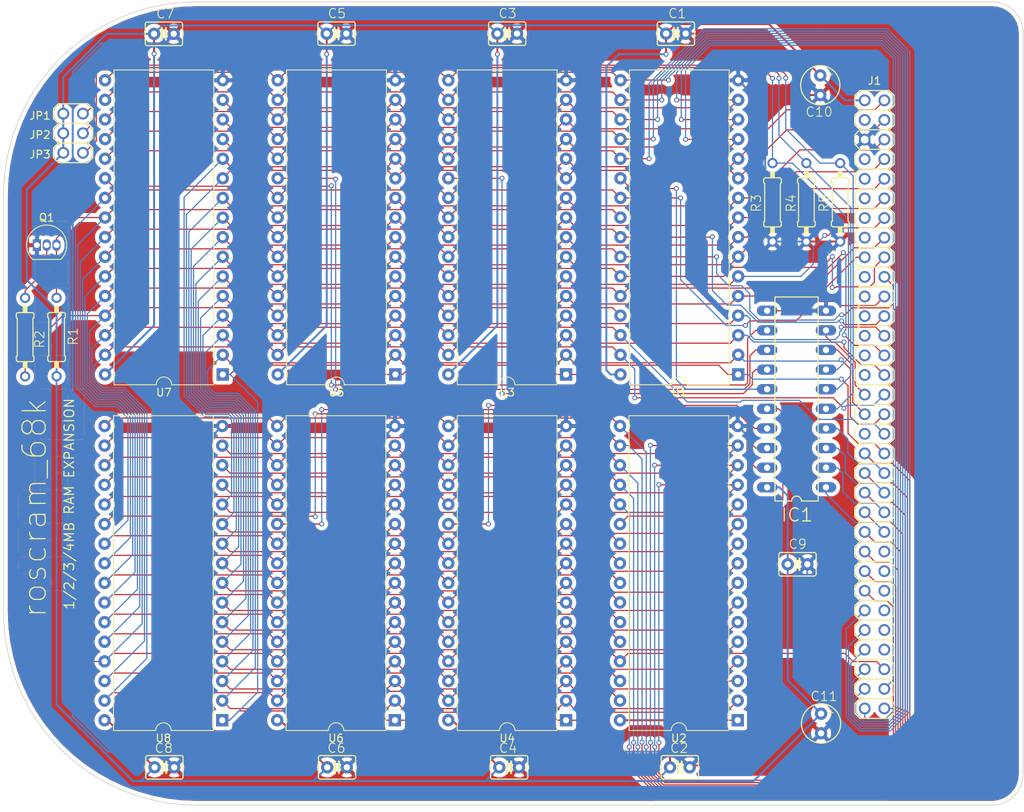
<source format=kicad_pcb>
(kicad_pcb (version 20171130) (host pcbnew "(5.1.5-0-10_14)")
  (layers (0 F.Cu signal) (31 B.Cu signal) (34 B.Paste user) (35 F.Paste user) (36 B.SilkS user) (37 F.SilkS user hide) (38 B.Mask user) (39 F.Mask user) (44 Edge.Cuts user))
  (net 0 "")
  (net 1 VCC)
  (net 2 GND)
  (net 3 A20)
  (net 4 A21)
  (net 5 A22)
  (net 6 A23)
  (net 7 JP1)
  (net 8 JP2)
  (net 9 JP3)
  (net 10 UDS)
  (net 11 LDS)
  (net 12 EXPSEL)
  (net 13 ERAM1)
  (net 14 ORAM1)
  (net 15 ERAM2)
  (net 16 ORAM2)
  (net 17 ERAM3)
  (net 18 ORAM3)
  (net 19 ERAM4)
  (net 20 ORAM4)
  (net 21 D2)
  (net 22 D1)
  (net 23 D3)
  (net 24 D0)
  (net 25 A1)
  (net 26 A2)
  (net 27 A3)
  (net 28 A4)
  (net 29 A5)
  (net 30 A6)
  (net 31 A7)
  (net 32 A8)
  (net 33 A9)
  (net 34 A10)
  (net 35 A11)
  (net 36 A12)
  (net 37 A13)
  (net 38 A14)
  (net 39 A15)
  (net 40 A16)
  (net 41 A17)
  (net 42 A18)
  (net 43 A19)
  (net 44 D15)
  (net 45 D14)
  (net 46 D13)
  (net 47 D12)
  (net 48 D11)
  (net 49 D10)
  (net 50 D9)
  (net 51 D8)
  (net 52 D7)
  (net 53 D6)
  (net 54 D5)
  (net 55 RnW)
  (net 56 D4)
  (net 57 WnR)
  (net 58 "Net-(Q1-Pad2)")
  (net 59 "Net-(J1-Pad3)")
  (net 60 "Net-(J1-Pad7)")
  (net 61 "Net-(J1-Pad9)")
  (net 62 "Net-(J1-Pad11)")
  (net 63 "Net-(J1-Pad13)")
  (net 64 "Net-(J1-Pad15)")
  (net 65 "Net-(J1-Pad19)")
  (net 66 "Net-(J1-Pad21)")
  (net 67 "Net-(J1-Pad23)")
  (net 68 "Net-(J1-Pad25)")
  (net 69 "Net-(J1-Pad27)")
  (net 70 "Net-(J1-Pad29)")
  (net 71 "Net-(J1-Pad35)")
  (net 72 "Net-(J1-Pad48)")
  (net 73 "Net-(J1-Pad50)")
  (net 74 "Net-(J1-Pad52)")
  (net 75 "Net-(J1-Pad54)")
  (net 76 "Net-(J1-Pad56)")
  (net 77 "Net-(J1-Pad58)")
  (module rosco_m68k:MD-rosco_m68k_logo (layer B.Cu) (at 91.186 85.344 270)
    (fp_text reference REF** hide)
    (fp_text value MD-rosco_m68k_logo hide)
  )
  (module rosco_m68k:pin-2X3 (layer F.Cu) (at 91 49 180)
    (fp_text reference JP1-3 hide)
    (fp_text value Conn_02x03_Odd_Even hide)
    (pad 1 thru_hole circle (at -1.27 -2.54 90) (size 1.524 1.524) (drill 1.016) (layers *.Cu *.Mask) (net 9 JP3))
    (pad 2 thru_hole circle (at 1.27 -2.54 90) (size 1.524 1.524) (drill 1.016) (layers *.Cu *.Mask) (net 1 VCC))
    (pad 3 thru_hole circle (at -1.27 0 90) (size 1.524 1.524) (drill 1.016) (layers *.Cu *.Mask) (net 8 JP2))
    (pad 4 thru_hole circle (at 1.27 0 90) (size 1.524 1.524) (drill 1.016) (layers *.Cu *.Mask) (net 1 VCC))
    (pad 5 thru_hole circle (at -1.27 2.54 90) (size 1.524 1.524) (drill 1.016) (layers *.Cu *.Mask) (net 7 JP1))
    (pad 6 thru_hole circle (at 1.27 2.54 90) (size 1.524 1.524) (drill 1.016) (layers *.Cu *.Mask) (net 1 VCC))
  )
  (module rosco_m68k:DIL20 (layer F.Cu) (at 184.6707 83.4136 90)
    (fp_text reference IC1 (at -16.002 2.2225) (layer F.SilkS) (effects (font (size 1.6891 1.6891) (thickness 0.16891)) (justify right bottom)))
    (fp_text value ATF16V8VQL-15PU)
    (pad 1 thru_hole oval (at -11.43 3.81 180) (size 2.6416 1.3208) (drill 0.8128) (layers *.Cu *.Mask) (net 6 A23))
    (pad 2 thru_hole oval (at -8.89 3.81 180) (size 2.6416 1.3208) (drill 0.8128) (layers *.Cu *.Mask) (net 5 A22))
    (pad 3 thru_hole oval (at -6.35 3.81 180) (size 2.6416 1.3208) (drill 0.8128) (layers *.Cu *.Mask) (net 4 A21))
    (pad 4 thru_hole oval (at -3.81 3.81 180) (size 2.6416 1.3208) (drill 0.8128) (layers *.Cu *.Mask) (net 3 A20))
    (pad 5 thru_hole oval (at -1.27 3.81 180) (size 2.6416 1.3208) (drill 0.8128) (layers *.Cu *.Mask) (net 7 JP1))
    (pad 6 thru_hole oval (at 1.27 3.81 180) (size 2.6416 1.3208) (drill 0.8128) (layers *.Cu *.Mask) (net 8 JP2))
    (pad 7 thru_hole oval (at 3.81 3.81 180) (size 2.6416 1.3208) (drill 0.8128) (layers *.Cu *.Mask) (net 9 JP3))
    (pad 8 thru_hole oval (at 6.35 3.81 180) (size 2.6416 1.3208) (drill 0.8128) (layers *.Cu *.Mask) (net 10 UDS))
    (pad 9 thru_hole oval (at 8.89 3.81 180) (size 2.6416 1.3208) (drill 0.8128) (layers *.Cu *.Mask) (net 11 LDS))
    (pad 10 thru_hole oval (at 11.43 3.81 180) (size 2.6416 1.3208) (drill 0.8128) (layers *.Cu *.Mask) (net 2 GND))
    (pad 11 thru_hole oval (at 11.43 -3.81 180) (size 2.6416 1.3208) (drill 0.8128) (layers *.Cu *.Mask) (net 12 EXPSEL))
    (pad 12 thru_hole oval (at 8.89 -3.81 180) (size 2.6416 1.3208) (drill 0.8128) (layers *.Cu *.Mask) (net 20 ORAM4))
    (pad 13 thru_hole oval (at 6.35 -3.81 180) (size 2.6416 1.3208) (drill 0.8128) (layers *.Cu *.Mask) (net 18 ORAM3))
    (pad 14 thru_hole oval (at 3.81 -3.81 180) (size 2.6416 1.3208) (drill 0.8128) (layers *.Cu *.Mask) (net 16 ORAM2))
    (pad 15 thru_hole oval (at 1.27 -3.81 180) (size 2.6416 1.3208) (drill 0.8128) (layers *.Cu *.Mask) (net 14 ORAM1))
    (pad 16 thru_hole oval (at -1.27 -3.81 180) (size 2.6416 1.3208) (drill 0.8128) (layers *.Cu *.Mask) (net 13 ERAM1))
    (pad 17 thru_hole oval (at -3.81 -3.81 180) (size 2.6416 1.3208) (drill 0.8128) (layers *.Cu *.Mask) (net 15 ERAM2))
    (pad 18 thru_hole oval (at -6.35 -3.81 180) (size 2.6416 1.3208) (drill 0.8128) (layers *.Cu *.Mask) (net 17 ERAM3))
    (pad 19 thru_hole oval (at -8.89 -3.81 180) (size 2.6416 1.3208) (drill 0.8128) (layers *.Cu *.Mask) (net 19 ERAM4))
    (pad 20 thru_hole oval (at -11.43 -3.81 180) (size 2.6416 1.3208) (drill 0.8128) (layers *.Cu *.Mask) (net 1 VCC))
  )
  (module Package_DIP:DIP-32_W15.24mm (layer F.Cu) (at 177.1142 80.2386 180)
    (fp_text reference U1 (at 7.62 -2.33) (layer F.SilkS))
    (fp_text value AS6C4008-55PCN)
    (pad 32 thru_hole oval (at 15.24 0 180) (size 1.6 1.6) (drill 0.8) (layers *.Cu *.Mask) (net 1 VCC))
    (pad 16 thru_hole oval (at 0 38.1 180) (size 1.6 1.6) (drill 0.8) (layers *.Cu *.Mask) (net 2 GND))
    (pad 31 thru_hole oval (at 15.24 2.54 180) (size 1.6 1.6) (drill 0.8) (layers *.Cu *.Mask) (net 40 A16))
    (pad 15 thru_hole oval (at 0 35.56 180) (size 1.6 1.6) (drill 0.8) (layers *.Cu *.Mask) (net 21 D2))
    (pad 30 thru_hole oval (at 15.24 5.08 180) (size 1.6 1.6) (drill 0.8) (layers *.Cu *.Mask) (net 42 A18))
    (pad 14 thru_hole oval (at 0 33.02 180) (size 1.6 1.6) (drill 0.8) (layers *.Cu *.Mask) (net 22 D1))
    (pad 29 thru_hole oval (at 15.24 7.62 180) (size 1.6 1.6) (drill 0.8) (layers *.Cu *.Mask) (net 55 RnW))
    (pad 13 thru_hole oval (at 0 30.48 180) (size 1.6 1.6) (drill 0.8) (layers *.Cu *.Mask) (net 24 D0))
    (pad 28 thru_hole oval (at 15.24 10.16 180) (size 1.6 1.6) (drill 0.8) (layers *.Cu *.Mask) (net 38 A14))
    (pad 12 thru_hole oval (at 0 27.94 180) (size 1.6 1.6) (drill 0.8) (layers *.Cu *.Mask) (net 25 A1))
    (pad 27 thru_hole oval (at 15.24 12.7 180) (size 1.6 1.6) (drill 0.8) (layers *.Cu *.Mask) (net 33 A9))
    (pad 11 thru_hole oval (at 0 25.4 180) (size 1.6 1.6) (drill 0.8) (layers *.Cu *.Mask) (net 26 A2))
    (pad 26 thru_hole oval (at 15.24 15.24 180) (size 1.6 1.6) (drill 0.8) (layers *.Cu *.Mask) (net 34 A10))
    (pad 10 thru_hole oval (at 0 22.86 180) (size 1.6 1.6) (drill 0.8) (layers *.Cu *.Mask) (net 27 A3))
    (pad 25 thru_hole oval (at 15.24 17.78 180) (size 1.6 1.6) (drill 0.8) (layers *.Cu *.Mask) (net 36 A12))
    (pad 9 thru_hole oval (at 0 20.32 180) (size 1.6 1.6) (drill 0.8) (layers *.Cu *.Mask) (net 28 A4))
    (pad 24 thru_hole oval (at 15.24 20.32 180) (size 1.6 1.6) (drill 0.8) (layers *.Cu *.Mask) (net 57 WnR))
    (pad 8 thru_hole oval (at 0 17.78 180) (size 1.6 1.6) (drill 0.8) (layers *.Cu *.Mask) (net 29 A5))
    (pad 23 thru_hole oval (at 15.24 22.86 180) (size 1.6 1.6) (drill 0.8) (layers *.Cu *.Mask) (net 35 A11))
    (pad 7 thru_hole oval (at 0 15.24 180) (size 1.6 1.6) (drill 0.8) (layers *.Cu *.Mask) (net 30 A6))
    (pad 22 thru_hole oval (at 15.24 25.4 180) (size 1.6 1.6) (drill 0.8) (layers *.Cu *.Mask) (net 14 ORAM1))
    (pad 6 thru_hole oval (at 0 12.7 180) (size 1.6 1.6) (drill 0.8) (layers *.Cu *.Mask) (net 31 A7))
    (pad 21 thru_hole oval (at 15.24 27.94 180) (size 1.6 1.6) (drill 0.8) (layers *.Cu *.Mask) (net 52 D7))
    (pad 5 thru_hole oval (at 0 10.16 180) (size 1.6 1.6) (drill 0.8) (layers *.Cu *.Mask) (net 32 A8))
    (pad 20 thru_hole oval (at 15.24 30.48 180) (size 1.6 1.6) (drill 0.8) (layers *.Cu *.Mask) (net 53 D6))
    (pad 4 thru_hole oval (at 0 7.62 180) (size 1.6 1.6) (drill 0.8) (layers *.Cu *.Mask) (net 37 A13))
    (pad 19 thru_hole oval (at 15.24 33.02 180) (size 1.6 1.6) (drill 0.8) (layers *.Cu *.Mask) (net 54 D5))
    (pad 3 thru_hole oval (at 0 5.08 180) (size 1.6 1.6) (drill 0.8) (layers *.Cu *.Mask) (net 39 A15))
    (pad 18 thru_hole oval (at 15.24 35.56 180) (size 1.6 1.6) (drill 0.8) (layers *.Cu *.Mask) (net 56 D4))
    (pad 2 thru_hole oval (at 0 2.54 180) (size 1.6 1.6) (drill 0.8) (layers *.Cu *.Mask) (net 41 A17))
    (pad 17 thru_hole oval (at 15.24 38.1 180) (size 1.6 1.6) (drill 0.8) (layers *.Cu *.Mask) (net 23 D3))
    (pad 1 thru_hole rect (at 0 0 180) (size 1.6 1.6) (drill 0.8) (layers *.Cu *.Mask) (net 43 A19))
  )
  (module rosco_m68k:C-Electolytic-2,5-5 (layer F.Cu) (at 187.8457 125.4252 270)
    (fp_text reference C11 (at -2.8067 -2.2098 180) (layer F.SilkS) (effects (font (size 1.2065 1.2065) (thickness 0.12065)) (justify right bottom)))
    (fp_text value 100uF)
    (pad 2 thru_hole circle (at 1.27 0 270) (size 1.6002 1.6002) (drill 0.8128) (layers *.Cu *.Mask) (net 2 GND))
    (pad 1 thru_hole circle (at -1.27 0 270) (size 1.6002 1.6002) (drill 0.8128) (layers *.Cu *.Mask) (net 1 VCC))
  )
  (module rosco_m68k:C-Electolytic-2,5-5 (layer F.Cu) (at 187.7441 42.7863 270)
    (fp_text reference C10 (at 4.1656 -1.6764 180) (layer F.SilkS) (effects (font (size 1.2065 1.2065) (thickness 0.12065)) (justify right bottom)))
    (fp_text value 100uF)
    (pad 2 thru_hole circle (at 1.27 0 270) (size 1.6002 1.6002) (drill 0.8128) (layers *.Cu *.Mask) (net 2 GND))
    (pad 1 thru_hole circle (at -1.27 0 270) (size 1.6002 1.6002) (drill 0.8128) (layers *.Cu *.Mask) (net 1 VCC))
  )
  (module Package_DIP:DIP-32_W15.24mm (layer F.Cu) (at 110.3122 125.0061 180)
    (fp_text reference U8 (at 7.62 -2.33) (layer F.SilkS))
    (fp_text value AS6C4008-55PCN)
    (pad 32 thru_hole oval (at 15.24 0 180) (size 1.6 1.6) (drill 0.8) (layers *.Cu *.Mask) (net 1 VCC))
    (pad 16 thru_hole oval (at 0 38.1 180) (size 1.6 1.6) (drill 0.8) (layers *.Cu *.Mask) (net 2 GND))
    (pad 31 thru_hole oval (at 15.24 2.54 180) (size 1.6 1.6) (drill 0.8) (layers *.Cu *.Mask) (net 40 A16))
    (pad 15 thru_hole oval (at 0 35.56 180) (size 1.6 1.6) (drill 0.8) (layers *.Cu *.Mask) (net 49 D10))
    (pad 30 thru_hole oval (at 15.24 5.08 180) (size 1.6 1.6) (drill 0.8) (layers *.Cu *.Mask) (net 42 A18))
    (pad 14 thru_hole oval (at 0 33.02 180) (size 1.6 1.6) (drill 0.8) (layers *.Cu *.Mask) (net 50 D9))
    (pad 29 thru_hole oval (at 15.24 7.62 180) (size 1.6 1.6) (drill 0.8) (layers *.Cu *.Mask) (net 55 RnW))
    (pad 13 thru_hole oval (at 0 30.48 180) (size 1.6 1.6) (drill 0.8) (layers *.Cu *.Mask) (net 51 D8))
    (pad 28 thru_hole oval (at 15.24 10.16 180) (size 1.6 1.6) (drill 0.8) (layers *.Cu *.Mask) (net 38 A14))
    (pad 12 thru_hole oval (at 0 27.94 180) (size 1.6 1.6) (drill 0.8) (layers *.Cu *.Mask) (net 25 A1))
    (pad 27 thru_hole oval (at 15.24 12.7 180) (size 1.6 1.6) (drill 0.8) (layers *.Cu *.Mask) (net 33 A9))
    (pad 11 thru_hole oval (at 0 25.4 180) (size 1.6 1.6) (drill 0.8) (layers *.Cu *.Mask) (net 26 A2))
    (pad 26 thru_hole oval (at 15.24 15.24 180) (size 1.6 1.6) (drill 0.8) (layers *.Cu *.Mask) (net 34 A10))
    (pad 10 thru_hole oval (at 0 22.86 180) (size 1.6 1.6) (drill 0.8) (layers *.Cu *.Mask) (net 27 A3))
    (pad 25 thru_hole oval (at 15.24 17.78 180) (size 1.6 1.6) (drill 0.8) (layers *.Cu *.Mask) (net 36 A12))
    (pad 9 thru_hole oval (at 0 20.32 180) (size 1.6 1.6) (drill 0.8) (layers *.Cu *.Mask) (net 28 A4))
    (pad 24 thru_hole oval (at 15.24 20.32 180) (size 1.6 1.6) (drill 0.8) (layers *.Cu *.Mask) (net 57 WnR))
    (pad 8 thru_hole oval (at 0 17.78 180) (size 1.6 1.6) (drill 0.8) (layers *.Cu *.Mask) (net 29 A5))
    (pad 23 thru_hole oval (at 15.24 22.86 180) (size 1.6 1.6) (drill 0.8) (layers *.Cu *.Mask) (net 35 A11))
    (pad 7 thru_hole oval (at 0 15.24 180) (size 1.6 1.6) (drill 0.8) (layers *.Cu *.Mask) (net 30 A6))
    (pad 22 thru_hole oval (at 15.24 25.4 180) (size 1.6 1.6) (drill 0.8) (layers *.Cu *.Mask) (net 19 ERAM4))
    (pad 6 thru_hole oval (at 0 12.7 180) (size 1.6 1.6) (drill 0.8) (layers *.Cu *.Mask) (net 31 A7))
    (pad 21 thru_hole oval (at 15.24 27.94 180) (size 1.6 1.6) (drill 0.8) (layers *.Cu *.Mask) (net 44 D15))
    (pad 5 thru_hole oval (at 0 10.16 180) (size 1.6 1.6) (drill 0.8) (layers *.Cu *.Mask) (net 32 A8))
    (pad 20 thru_hole oval (at 15.24 30.48 180) (size 1.6 1.6) (drill 0.8) (layers *.Cu *.Mask) (net 45 D14))
    (pad 4 thru_hole oval (at 0 7.62 180) (size 1.6 1.6) (drill 0.8) (layers *.Cu *.Mask) (net 37 A13))
    (pad 19 thru_hole oval (at 15.24 33.02 180) (size 1.6 1.6) (drill 0.8) (layers *.Cu *.Mask) (net 46 D13))
    (pad 3 thru_hole oval (at 0 5.08 180) (size 1.6 1.6) (drill 0.8) (layers *.Cu *.Mask) (net 39 A15))
    (pad 18 thru_hole oval (at 15.24 35.56 180) (size 1.6 1.6) (drill 0.8) (layers *.Cu *.Mask) (net 47 D12))
    (pad 2 thru_hole oval (at 0 2.54 180) (size 1.6 1.6) (drill 0.8) (layers *.Cu *.Mask) (net 41 A17))
    (pad 17 thru_hole oval (at 15.24 38.1 180) (size 1.6 1.6) (drill 0.8) (layers *.Cu *.Mask) (net 48 D11))
    (pad 1 thru_hole rect (at 0 0 180) (size 1.6 1.6) (drill 0.8) (layers *.Cu *.Mask) (net 43 A19))
  )
  (module rosco_m68k:C2.5-3 (layer F.Cu) (at 169.5577 131.1021)
    (fp_text reference C2 (at -1.3335 -1.778 180) (layer F.SilkS) (effects (font (size 1.2065 1.2065) (thickness 0.12065)) (justify left bottom)))
    (fp_text value 100nF hide)
    (pad 1 thru_hole circle (at -1.27 0) (size 1.6002 1.6002) (drill 0.8128) (layers *.Cu *.Mask) (net 1 VCC))
    (pad 2 thru_hole circle (at 1.27 0) (size 1.6002 1.6002) (drill 0.8128) (layers *.Cu *.Mask) (net 2 GND))
  )
  (module Package_DIP:DIP-32_W15.24mm (layer F.Cu) (at 110.3757 80.2386 180)
    (fp_text reference U7 (at 7.62 -2.33) (layer F.SilkS))
    (fp_text value AS6C4008-55PCN)
    (pad 32 thru_hole oval (at 15.24 0 180) (size 1.6 1.6) (drill 0.8) (layers *.Cu *.Mask) (net 1 VCC))
    (pad 16 thru_hole oval (at 0 38.1 180) (size 1.6 1.6) (drill 0.8) (layers *.Cu *.Mask) (net 2 GND))
    (pad 31 thru_hole oval (at 15.24 2.54 180) (size 1.6 1.6) (drill 0.8) (layers *.Cu *.Mask) (net 40 A16))
    (pad 15 thru_hole oval (at 0 35.56 180) (size 1.6 1.6) (drill 0.8) (layers *.Cu *.Mask) (net 21 D2))
    (pad 30 thru_hole oval (at 15.24 5.08 180) (size 1.6 1.6) (drill 0.8) (layers *.Cu *.Mask) (net 42 A18))
    (pad 14 thru_hole oval (at 0 33.02 180) (size 1.6 1.6) (drill 0.8) (layers *.Cu *.Mask) (net 22 D1))
    (pad 29 thru_hole oval (at 15.24 7.62 180) (size 1.6 1.6) (drill 0.8) (layers *.Cu *.Mask) (net 55 RnW))
    (pad 13 thru_hole oval (at 0 30.48 180) (size 1.6 1.6) (drill 0.8) (layers *.Cu *.Mask) (net 24 D0))
    (pad 28 thru_hole oval (at 15.24 10.16 180) (size 1.6 1.6) (drill 0.8) (layers *.Cu *.Mask) (net 38 A14))
    (pad 12 thru_hole oval (at 0 27.94 180) (size 1.6 1.6) (drill 0.8) (layers *.Cu *.Mask) (net 25 A1))
    (pad 27 thru_hole oval (at 15.24 12.7 180) (size 1.6 1.6) (drill 0.8) (layers *.Cu *.Mask) (net 33 A9))
    (pad 11 thru_hole oval (at 0 25.4 180) (size 1.6 1.6) (drill 0.8) (layers *.Cu *.Mask) (net 26 A2))
    (pad 26 thru_hole oval (at 15.24 15.24 180) (size 1.6 1.6) (drill 0.8) (layers *.Cu *.Mask) (net 34 A10))
    (pad 10 thru_hole oval (at 0 22.86 180) (size 1.6 1.6) (drill 0.8) (layers *.Cu *.Mask) (net 27 A3))
    (pad 25 thru_hole oval (at 15.24 17.78 180) (size 1.6 1.6) (drill 0.8) (layers *.Cu *.Mask) (net 36 A12))
    (pad 9 thru_hole oval (at 0 20.32 180) (size 1.6 1.6) (drill 0.8) (layers *.Cu *.Mask) (net 28 A4))
    (pad 24 thru_hole oval (at 15.24 20.32 180) (size 1.6 1.6) (drill 0.8) (layers *.Cu *.Mask) (net 57 WnR))
    (pad 8 thru_hole oval (at 0 17.78 180) (size 1.6 1.6) (drill 0.8) (layers *.Cu *.Mask) (net 29 A5))
    (pad 23 thru_hole oval (at 15.24 22.86 180) (size 1.6 1.6) (drill 0.8) (layers *.Cu *.Mask) (net 35 A11))
    (pad 7 thru_hole oval (at 0 15.24 180) (size 1.6 1.6) (drill 0.8) (layers *.Cu *.Mask) (net 30 A6))
    (pad 22 thru_hole oval (at 15.24 25.4 180) (size 1.6 1.6) (drill 0.8) (layers *.Cu *.Mask) (net 20 ORAM4))
    (pad 6 thru_hole oval (at 0 12.7 180) (size 1.6 1.6) (drill 0.8) (layers *.Cu *.Mask) (net 31 A7))
    (pad 21 thru_hole oval (at 15.24 27.94 180) (size 1.6 1.6) (drill 0.8) (layers *.Cu *.Mask) (net 52 D7))
    (pad 5 thru_hole oval (at 0 10.16 180) (size 1.6 1.6) (drill 0.8) (layers *.Cu *.Mask) (net 32 A8))
    (pad 20 thru_hole oval (at 15.24 30.48 180) (size 1.6 1.6) (drill 0.8) (layers *.Cu *.Mask) (net 53 D6))
    (pad 4 thru_hole oval (at 0 7.62 180) (size 1.6 1.6) (drill 0.8) (layers *.Cu *.Mask) (net 37 A13))
    (pad 19 thru_hole oval (at 15.24 33.02 180) (size 1.6 1.6) (drill 0.8) (layers *.Cu *.Mask) (net 54 D5))
    (pad 3 thru_hole oval (at 0 5.08 180) (size 1.6 1.6) (drill 0.8) (layers *.Cu *.Mask) (net 39 A15))
    (pad 18 thru_hole oval (at 15.24 35.56 180) (size 1.6 1.6) (drill 0.8) (layers *.Cu *.Mask) (net 56 D4))
    (pad 2 thru_hole oval (at 0 2.54 180) (size 1.6 1.6) (drill 0.8) (layers *.Cu *.Mask) (net 41 A17))
    (pad 17 thru_hole oval (at 15.24 38.1 180) (size 1.6 1.6) (drill 0.8) (layers *.Cu *.Mask) (net 23 D3))
    (pad 1 thru_hole rect (at 0 0 180) (size 1.6 1.6) (drill 0.8) (layers *.Cu *.Mask) (net 43 A19))
  )
  (module Package_DIP:DIP-32_W15.24mm (layer F.Cu) (at 132.6642 125.0061 180)
    (fp_text reference U6 (at 7.62 -2.33) (layer F.SilkS))
    (fp_text value AS6C4008-55PCN)
    (pad 32 thru_hole oval (at 15.24 0 180) (size 1.6 1.6) (drill 0.8) (layers *.Cu *.Mask) (net 1 VCC))
    (pad 16 thru_hole oval (at 0 38.1 180) (size 1.6 1.6) (drill 0.8) (layers *.Cu *.Mask) (net 2 GND))
    (pad 31 thru_hole oval (at 15.24 2.54 180) (size 1.6 1.6) (drill 0.8) (layers *.Cu *.Mask) (net 40 A16))
    (pad 15 thru_hole oval (at 0 35.56 180) (size 1.6 1.6) (drill 0.8) (layers *.Cu *.Mask) (net 49 D10))
    (pad 30 thru_hole oval (at 15.24 5.08 180) (size 1.6 1.6) (drill 0.8) (layers *.Cu *.Mask) (net 42 A18))
    (pad 14 thru_hole oval (at 0 33.02 180) (size 1.6 1.6) (drill 0.8) (layers *.Cu *.Mask) (net 50 D9))
    (pad 29 thru_hole oval (at 15.24 7.62 180) (size 1.6 1.6) (drill 0.8) (layers *.Cu *.Mask) (net 55 RnW))
    (pad 13 thru_hole oval (at 0 30.48 180) (size 1.6 1.6) (drill 0.8) (layers *.Cu *.Mask) (net 51 D8))
    (pad 28 thru_hole oval (at 15.24 10.16 180) (size 1.6 1.6) (drill 0.8) (layers *.Cu *.Mask) (net 38 A14))
    (pad 12 thru_hole oval (at 0 27.94 180) (size 1.6 1.6) (drill 0.8) (layers *.Cu *.Mask) (net 25 A1))
    (pad 27 thru_hole oval (at 15.24 12.7 180) (size 1.6 1.6) (drill 0.8) (layers *.Cu *.Mask) (net 33 A9))
    (pad 11 thru_hole oval (at 0 25.4 180) (size 1.6 1.6) (drill 0.8) (layers *.Cu *.Mask) (net 26 A2))
    (pad 26 thru_hole oval (at 15.24 15.24 180) (size 1.6 1.6) (drill 0.8) (layers *.Cu *.Mask) (net 34 A10))
    (pad 10 thru_hole oval (at 0 22.86 180) (size 1.6 1.6) (drill 0.8) (layers *.Cu *.Mask) (net 27 A3))
    (pad 25 thru_hole oval (at 15.24 17.78 180) (size 1.6 1.6) (drill 0.8) (layers *.Cu *.Mask) (net 36 A12))
    (pad 9 thru_hole oval (at 0 20.32 180) (size 1.6 1.6) (drill 0.8) (layers *.Cu *.Mask) (net 28 A4))
    (pad 24 thru_hole oval (at 15.24 20.32 180) (size 1.6 1.6) (drill 0.8) (layers *.Cu *.Mask) (net 57 WnR))
    (pad 8 thru_hole oval (at 0 17.78 180) (size 1.6 1.6) (drill 0.8) (layers *.Cu *.Mask) (net 29 A5))
    (pad 23 thru_hole oval (at 15.24 22.86 180) (size 1.6 1.6) (drill 0.8) (layers *.Cu *.Mask) (net 35 A11))
    (pad 7 thru_hole oval (at 0 15.24 180) (size 1.6 1.6) (drill 0.8) (layers *.Cu *.Mask) (net 30 A6))
    (pad 22 thru_hole oval (at 15.24 25.4 180) (size 1.6 1.6) (drill 0.8) (layers *.Cu *.Mask) (net 17 ERAM3))
    (pad 6 thru_hole oval (at 0 12.7 180) (size 1.6 1.6) (drill 0.8) (layers *.Cu *.Mask) (net 31 A7))
    (pad 21 thru_hole oval (at 15.24 27.94 180) (size 1.6 1.6) (drill 0.8) (layers *.Cu *.Mask) (net 44 D15))
    (pad 5 thru_hole oval (at 0 10.16 180) (size 1.6 1.6) (drill 0.8) (layers *.Cu *.Mask) (net 32 A8))
    (pad 20 thru_hole oval (at 15.24 30.48 180) (size 1.6 1.6) (drill 0.8) (layers *.Cu *.Mask) (net 45 D14))
    (pad 4 thru_hole oval (at 0 7.62 180) (size 1.6 1.6) (drill 0.8) (layers *.Cu *.Mask) (net 37 A13))
    (pad 19 thru_hole oval (at 15.24 33.02 180) (size 1.6 1.6) (drill 0.8) (layers *.Cu *.Mask) (net 46 D13))
    (pad 3 thru_hole oval (at 0 5.08 180) (size 1.6 1.6) (drill 0.8) (layers *.Cu *.Mask) (net 39 A15))
    (pad 18 thru_hole oval (at 15.24 35.56 180) (size 1.6 1.6) (drill 0.8) (layers *.Cu *.Mask) (net 47 D12))
    (pad 2 thru_hole oval (at 0 2.54 180) (size 1.6 1.6) (drill 0.8) (layers *.Cu *.Mask) (net 41 A17))
    (pad 17 thru_hole oval (at 15.24 38.1 180) (size 1.6 1.6) (drill 0.8) (layers *.Cu *.Mask) (net 48 D11))
    (pad 1 thru_hole rect (at 0 0 180) (size 1.6 1.6) (drill 0.8) (layers *.Cu *.Mask) (net 43 A19))
  )
  (module Package_DIP:DIP-32_W15.24mm (layer F.Cu) (at 132.7277 80.2386 180)
    (fp_text reference U5 (at 7.62 -2.33) (layer F.SilkS))
    (fp_text value AS6C4008-55PCN)
    (pad 32 thru_hole oval (at 15.24 0 180) (size 1.6 1.6) (drill 0.8) (layers *.Cu *.Mask) (net 1 VCC))
    (pad 16 thru_hole oval (at 0 38.1 180) (size 1.6 1.6) (drill 0.8) (layers *.Cu *.Mask) (net 2 GND))
    (pad 31 thru_hole oval (at 15.24 2.54 180) (size 1.6 1.6) (drill 0.8) (layers *.Cu *.Mask) (net 40 A16))
    (pad 15 thru_hole oval (at 0 35.56 180) (size 1.6 1.6) (drill 0.8) (layers *.Cu *.Mask) (net 21 D2))
    (pad 30 thru_hole oval (at 15.24 5.08 180) (size 1.6 1.6) (drill 0.8) (layers *.Cu *.Mask) (net 42 A18))
    (pad 14 thru_hole oval (at 0 33.02 180) (size 1.6 1.6) (drill 0.8) (layers *.Cu *.Mask) (net 22 D1))
    (pad 29 thru_hole oval (at 15.24 7.62 180) (size 1.6 1.6) (drill 0.8) (layers *.Cu *.Mask) (net 55 RnW))
    (pad 13 thru_hole oval (at 0 30.48 180) (size 1.6 1.6) (drill 0.8) (layers *.Cu *.Mask) (net 24 D0))
    (pad 28 thru_hole oval (at 15.24 10.16 180) (size 1.6 1.6) (drill 0.8) (layers *.Cu *.Mask) (net 38 A14))
    (pad 12 thru_hole oval (at 0 27.94 180) (size 1.6 1.6) (drill 0.8) (layers *.Cu *.Mask) (net 25 A1))
    (pad 27 thru_hole oval (at 15.24 12.7 180) (size 1.6 1.6) (drill 0.8) (layers *.Cu *.Mask) (net 33 A9))
    (pad 11 thru_hole oval (at 0 25.4 180) (size 1.6 1.6) (drill 0.8) (layers *.Cu *.Mask) (net 26 A2))
    (pad 26 thru_hole oval (at 15.24 15.24 180) (size 1.6 1.6) (drill 0.8) (layers *.Cu *.Mask) (net 34 A10))
    (pad 10 thru_hole oval (at 0 22.86 180) (size 1.6 1.6) (drill 0.8) (layers *.Cu *.Mask) (net 27 A3))
    (pad 25 thru_hole oval (at 15.24 17.78 180) (size 1.6 1.6) (drill 0.8) (layers *.Cu *.Mask) (net 36 A12))
    (pad 9 thru_hole oval (at 0 20.32 180) (size 1.6 1.6) (drill 0.8) (layers *.Cu *.Mask) (net 28 A4))
    (pad 24 thru_hole oval (at 15.24 20.32 180) (size 1.6 1.6) (drill 0.8) (layers *.Cu *.Mask) (net 57 WnR))
    (pad 8 thru_hole oval (at 0 17.78 180) (size 1.6 1.6) (drill 0.8) (layers *.Cu *.Mask) (net 29 A5))
    (pad 23 thru_hole oval (at 15.24 22.86 180) (size 1.6 1.6) (drill 0.8) (layers *.Cu *.Mask) (net 35 A11))
    (pad 7 thru_hole oval (at 0 15.24 180) (size 1.6 1.6) (drill 0.8) (layers *.Cu *.Mask) (net 30 A6))
    (pad 22 thru_hole oval (at 15.24 25.4 180) (size 1.6 1.6) (drill 0.8) (layers *.Cu *.Mask) (net 18 ORAM3))
    (pad 6 thru_hole oval (at 0 12.7 180) (size 1.6 1.6) (drill 0.8) (layers *.Cu *.Mask) (net 31 A7))
    (pad 21 thru_hole oval (at 15.24 27.94 180) (size 1.6 1.6) (drill 0.8) (layers *.Cu *.Mask) (net 52 D7))
    (pad 5 thru_hole oval (at 0 10.16 180) (size 1.6 1.6) (drill 0.8) (layers *.Cu *.Mask) (net 32 A8))
    (pad 20 thru_hole oval (at 15.24 30.48 180) (size 1.6 1.6) (drill 0.8) (layers *.Cu *.Mask) (net 53 D6))
    (pad 4 thru_hole oval (at 0 7.62 180) (size 1.6 1.6) (drill 0.8) (layers *.Cu *.Mask) (net 37 A13))
    (pad 19 thru_hole oval (at 15.24 33.02 180) (size 1.6 1.6) (drill 0.8) (layers *.Cu *.Mask) (net 54 D5))
    (pad 3 thru_hole oval (at 0 5.08 180) (size 1.6 1.6) (drill 0.8) (layers *.Cu *.Mask) (net 39 A15))
    (pad 18 thru_hole oval (at 15.24 35.56 180) (size 1.6 1.6) (drill 0.8) (layers *.Cu *.Mask) (net 56 D4))
    (pad 2 thru_hole oval (at 0 2.54 180) (size 1.6 1.6) (drill 0.8) (layers *.Cu *.Mask) (net 41 A17))
    (pad 17 thru_hole oval (at 15.24 38.1 180) (size 1.6 1.6) (drill 0.8) (layers *.Cu *.Mask) (net 23 D3))
    (pad 1 thru_hole rect (at 0 0 180) (size 1.6 1.6) (drill 0.8) (layers *.Cu *.Mask) (net 43 A19))
  )
  (module Package_DIP:DIP-32_W15.24mm (layer F.Cu) (at 154.8257 125.0061 180)
    (fp_text reference U4 (at 7.62 -2.33) (layer F.SilkS))
    (fp_text value AS6C4008-55PCN)
    (pad 32 thru_hole oval (at 15.24 0 180) (size 1.6 1.6) (drill 0.8) (layers *.Cu *.Mask) (net 1 VCC))
    (pad 16 thru_hole oval (at 0 38.1 180) (size 1.6 1.6) (drill 0.8) (layers *.Cu *.Mask) (net 2 GND))
    (pad 31 thru_hole oval (at 15.24 2.54 180) (size 1.6 1.6) (drill 0.8) (layers *.Cu *.Mask) (net 40 A16))
    (pad 15 thru_hole oval (at 0 35.56 180) (size 1.6 1.6) (drill 0.8) (layers *.Cu *.Mask) (net 49 D10))
    (pad 30 thru_hole oval (at 15.24 5.08 180) (size 1.6 1.6) (drill 0.8) (layers *.Cu *.Mask) (net 42 A18))
    (pad 14 thru_hole oval (at 0 33.02 180) (size 1.6 1.6) (drill 0.8) (layers *.Cu *.Mask) (net 50 D9))
    (pad 29 thru_hole oval (at 15.24 7.62 180) (size 1.6 1.6) (drill 0.8) (layers *.Cu *.Mask) (net 55 RnW))
    (pad 13 thru_hole oval (at 0 30.48 180) (size 1.6 1.6) (drill 0.8) (layers *.Cu *.Mask) (net 51 D8))
    (pad 28 thru_hole oval (at 15.24 10.16 180) (size 1.6 1.6) (drill 0.8) (layers *.Cu *.Mask) (net 38 A14))
    (pad 12 thru_hole oval (at 0 27.94 180) (size 1.6 1.6) (drill 0.8) (layers *.Cu *.Mask) (net 25 A1))
    (pad 27 thru_hole oval (at 15.24 12.7 180) (size 1.6 1.6) (drill 0.8) (layers *.Cu *.Mask) (net 33 A9))
    (pad 11 thru_hole oval (at 0 25.4 180) (size 1.6 1.6) (drill 0.8) (layers *.Cu *.Mask) (net 26 A2))
    (pad 26 thru_hole oval (at 15.24 15.24 180) (size 1.6 1.6) (drill 0.8) (layers *.Cu *.Mask) (net 34 A10))
    (pad 10 thru_hole oval (at 0 22.86 180) (size 1.6 1.6) (drill 0.8) (layers *.Cu *.Mask) (net 27 A3))
    (pad 25 thru_hole oval (at 15.24 17.78 180) (size 1.6 1.6) (drill 0.8) (layers *.Cu *.Mask) (net 36 A12))
    (pad 9 thru_hole oval (at 0 20.32 180) (size 1.6 1.6) (drill 0.8) (layers *.Cu *.Mask) (net 28 A4))
    (pad 24 thru_hole oval (at 15.24 20.32 180) (size 1.6 1.6) (drill 0.8) (layers *.Cu *.Mask) (net 57 WnR))
    (pad 8 thru_hole oval (at 0 17.78 180) (size 1.6 1.6) (drill 0.8) (layers *.Cu *.Mask) (net 29 A5))
    (pad 23 thru_hole oval (at 15.24 22.86 180) (size 1.6 1.6) (drill 0.8) (layers *.Cu *.Mask) (net 35 A11))
    (pad 7 thru_hole oval (at 0 15.24 180) (size 1.6 1.6) (drill 0.8) (layers *.Cu *.Mask) (net 30 A6))
    (pad 22 thru_hole oval (at 15.24 25.4 180) (size 1.6 1.6) (drill 0.8) (layers *.Cu *.Mask) (net 15 ERAM2))
    (pad 6 thru_hole oval (at 0 12.7 180) (size 1.6 1.6) (drill 0.8) (layers *.Cu *.Mask) (net 31 A7))
    (pad 21 thru_hole oval (at 15.24 27.94 180) (size 1.6 1.6) (drill 0.8) (layers *.Cu *.Mask) (net 44 D15))
    (pad 5 thru_hole oval (at 0 10.16 180) (size 1.6 1.6) (drill 0.8) (layers *.Cu *.Mask) (net 32 A8))
    (pad 20 thru_hole oval (at 15.24 30.48 180) (size 1.6 1.6) (drill 0.8) (layers *.Cu *.Mask) (net 45 D14))
    (pad 4 thru_hole oval (at 0 7.62 180) (size 1.6 1.6) (drill 0.8) (layers *.Cu *.Mask) (net 37 A13))
    (pad 19 thru_hole oval (at 15.24 33.02 180) (size 1.6 1.6) (drill 0.8) (layers *.Cu *.Mask) (net 46 D13))
    (pad 3 thru_hole oval (at 0 5.08 180) (size 1.6 1.6) (drill 0.8) (layers *.Cu *.Mask) (net 39 A15))
    (pad 18 thru_hole oval (at 15.24 35.56 180) (size 1.6 1.6) (drill 0.8) (layers *.Cu *.Mask) (net 47 D12))
    (pad 2 thru_hole oval (at 0 2.54 180) (size 1.6 1.6) (drill 0.8) (layers *.Cu *.Mask) (net 41 A17))
    (pad 17 thru_hole oval (at 15.24 38.1 180) (size 1.6 1.6) (drill 0.8) (layers *.Cu *.Mask) (net 48 D11))
    (pad 1 thru_hole rect (at 0 0 180) (size 1.6 1.6) (drill 0.8) (layers *.Cu *.Mask) (net 43 A19))
  )
  (module Package_DIP:DIP-32_W15.24mm (layer F.Cu) (at 154.8257 80.2386 180)
    (fp_text reference U3 (at 7.62 -2.33) (layer F.SilkS))
    (fp_text value AS6C4008-55PCN)
    (pad 32 thru_hole oval (at 15.24 0 180) (size 1.6 1.6) (drill 0.8) (layers *.Cu *.Mask) (net 1 VCC))
    (pad 16 thru_hole oval (at 0 38.1 180) (size 1.6 1.6) (drill 0.8) (layers *.Cu *.Mask) (net 2 GND))
    (pad 31 thru_hole oval (at 15.24 2.54 180) (size 1.6 1.6) (drill 0.8) (layers *.Cu *.Mask) (net 40 A16))
    (pad 15 thru_hole oval (at 0 35.56 180) (size 1.6 1.6) (drill 0.8) (layers *.Cu *.Mask) (net 21 D2))
    (pad 30 thru_hole oval (at 15.24 5.08 180) (size 1.6 1.6) (drill 0.8) (layers *.Cu *.Mask) (net 42 A18))
    (pad 14 thru_hole oval (at 0 33.02 180) (size 1.6 1.6) (drill 0.8) (layers *.Cu *.Mask) (net 22 D1))
    (pad 29 thru_hole oval (at 15.24 7.62 180) (size 1.6 1.6) (drill 0.8) (layers *.Cu *.Mask) (net 55 RnW))
    (pad 13 thru_hole oval (at 0 30.48 180) (size 1.6 1.6) (drill 0.8) (layers *.Cu *.Mask) (net 24 D0))
    (pad 28 thru_hole oval (at 15.24 10.16 180) (size 1.6 1.6) (drill 0.8) (layers *.Cu *.Mask) (net 38 A14))
    (pad 12 thru_hole oval (at 0 27.94 180) (size 1.6 1.6) (drill 0.8) (layers *.Cu *.Mask) (net 25 A1))
    (pad 27 thru_hole oval (at 15.24 12.7 180) (size 1.6 1.6) (drill 0.8) (layers *.Cu *.Mask) (net 33 A9))
    (pad 11 thru_hole oval (at 0 25.4 180) (size 1.6 1.6) (drill 0.8) (layers *.Cu *.Mask) (net 26 A2))
    (pad 26 thru_hole oval (at 15.24 15.24 180) (size 1.6 1.6) (drill 0.8) (layers *.Cu *.Mask) (net 34 A10))
    (pad 10 thru_hole oval (at 0 22.86 180) (size 1.6 1.6) (drill 0.8) (layers *.Cu *.Mask) (net 27 A3))
    (pad 25 thru_hole oval (at 15.24 17.78 180) (size 1.6 1.6) (drill 0.8) (layers *.Cu *.Mask) (net 36 A12))
    (pad 9 thru_hole oval (at 0 20.32 180) (size 1.6 1.6) (drill 0.8) (layers *.Cu *.Mask) (net 28 A4))
    (pad 24 thru_hole oval (at 15.24 20.32 180) (size 1.6 1.6) (drill 0.8) (layers *.Cu *.Mask) (net 57 WnR))
    (pad 8 thru_hole oval (at 0 17.78 180) (size 1.6 1.6) (drill 0.8) (layers *.Cu *.Mask) (net 29 A5))
    (pad 23 thru_hole oval (at 15.24 22.86 180) (size 1.6 1.6) (drill 0.8) (layers *.Cu *.Mask) (net 35 A11))
    (pad 7 thru_hole oval (at 0 15.24 180) (size 1.6 1.6) (drill 0.8) (layers *.Cu *.Mask) (net 30 A6))
    (pad 22 thru_hole oval (at 15.24 25.4 180) (size 1.6 1.6) (drill 0.8) (layers *.Cu *.Mask) (net 16 ORAM2))
    (pad 6 thru_hole oval (at 0 12.7 180) (size 1.6 1.6) (drill 0.8) (layers *.Cu *.Mask) (net 31 A7))
    (pad 21 thru_hole oval (at 15.24 27.94 180) (size 1.6 1.6) (drill 0.8) (layers *.Cu *.Mask) (net 52 D7))
    (pad 5 thru_hole oval (at 0 10.16 180) (size 1.6 1.6) (drill 0.8) (layers *.Cu *.Mask) (net 32 A8))
    (pad 20 thru_hole oval (at 15.24 30.48 180) (size 1.6 1.6) (drill 0.8) (layers *.Cu *.Mask) (net 53 D6))
    (pad 4 thru_hole oval (at 0 7.62 180) (size 1.6 1.6) (drill 0.8) (layers *.Cu *.Mask) (net 37 A13))
    (pad 19 thru_hole oval (at 15.24 33.02 180) (size 1.6 1.6) (drill 0.8) (layers *.Cu *.Mask) (net 54 D5))
    (pad 3 thru_hole oval (at 0 5.08 180) (size 1.6 1.6) (drill 0.8) (layers *.Cu *.Mask) (net 39 A15))
    (pad 18 thru_hole oval (at 15.24 35.56 180) (size 1.6 1.6) (drill 0.8) (layers *.Cu *.Mask) (net 56 D4))
    (pad 2 thru_hole oval (at 0 2.54 180) (size 1.6 1.6) (drill 0.8) (layers *.Cu *.Mask) (net 41 A17))
    (pad 17 thru_hole oval (at 15.24 38.1 180) (size 1.6 1.6) (drill 0.8) (layers *.Cu *.Mask) (net 23 D3))
    (pad 1 thru_hole rect (at 0 0 180) (size 1.6 1.6) (drill 0.8) (layers *.Cu *.Mask) (net 43 A19))
  )
  (module Package_DIP:DIP-32_W15.24mm (layer F.Cu) (at 177.0507 125.0061 180)
    (fp_text reference U2 (at 7.62 -2.33) (layer F.SilkS))
    (fp_text value AS6C4008-55PCN)
    (pad 32 thru_hole oval (at 15.24 0 180) (size 1.6 1.6) (drill 0.8) (layers *.Cu *.Mask) (net 1 VCC))
    (pad 16 thru_hole oval (at 0 38.1 180) (size 1.6 1.6) (drill 0.8) (layers *.Cu *.Mask) (net 2 GND))
    (pad 31 thru_hole oval (at 15.24 2.54 180) (size 1.6 1.6) (drill 0.8) (layers *.Cu *.Mask) (net 40 A16))
    (pad 15 thru_hole oval (at 0 35.56 180) (size 1.6 1.6) (drill 0.8) (layers *.Cu *.Mask) (net 49 D10))
    (pad 30 thru_hole oval (at 15.24 5.08 180) (size 1.6 1.6) (drill 0.8) (layers *.Cu *.Mask) (net 42 A18))
    (pad 14 thru_hole oval (at 0 33.02 180) (size 1.6 1.6) (drill 0.8) (layers *.Cu *.Mask) (net 50 D9))
    (pad 29 thru_hole oval (at 15.24 7.62 180) (size 1.6 1.6) (drill 0.8) (layers *.Cu *.Mask) (net 55 RnW))
    (pad 13 thru_hole oval (at 0 30.48 180) (size 1.6 1.6) (drill 0.8) (layers *.Cu *.Mask) (net 51 D8))
    (pad 28 thru_hole oval (at 15.24 10.16 180) (size 1.6 1.6) (drill 0.8) (layers *.Cu *.Mask) (net 38 A14))
    (pad 12 thru_hole oval (at 0 27.94 180) (size 1.6 1.6) (drill 0.8) (layers *.Cu *.Mask) (net 25 A1))
    (pad 27 thru_hole oval (at 15.24 12.7 180) (size 1.6 1.6) (drill 0.8) (layers *.Cu *.Mask) (net 33 A9))
    (pad 11 thru_hole oval (at 0 25.4 180) (size 1.6 1.6) (drill 0.8) (layers *.Cu *.Mask) (net 26 A2))
    (pad 26 thru_hole oval (at 15.24 15.24 180) (size 1.6 1.6) (drill 0.8) (layers *.Cu *.Mask) (net 34 A10))
    (pad 10 thru_hole oval (at 0 22.86 180) (size 1.6 1.6) (drill 0.8) (layers *.Cu *.Mask) (net 27 A3))
    (pad 25 thru_hole oval (at 15.24 17.78 180) (size 1.6 1.6) (drill 0.8) (layers *.Cu *.Mask) (net 36 A12))
    (pad 9 thru_hole oval (at 0 20.32 180) (size 1.6 1.6) (drill 0.8) (layers *.Cu *.Mask) (net 28 A4))
    (pad 24 thru_hole oval (at 15.24 20.32 180) (size 1.6 1.6) (drill 0.8) (layers *.Cu *.Mask) (net 57 WnR))
    (pad 8 thru_hole oval (at 0 17.78 180) (size 1.6 1.6) (drill 0.8) (layers *.Cu *.Mask) (net 29 A5))
    (pad 23 thru_hole oval (at 15.24 22.86 180) (size 1.6 1.6) (drill 0.8) (layers *.Cu *.Mask) (net 35 A11))
    (pad 7 thru_hole oval (at 0 15.24 180) (size 1.6 1.6) (drill 0.8) (layers *.Cu *.Mask) (net 30 A6))
    (pad 22 thru_hole oval (at 15.24 25.4 180) (size 1.6 1.6) (drill 0.8) (layers *.Cu *.Mask) (net 13 ERAM1))
    (pad 6 thru_hole oval (at 0 12.7 180) (size 1.6 1.6) (drill 0.8) (layers *.Cu *.Mask) (net 31 A7))
    (pad 21 thru_hole oval (at 15.24 27.94 180) (size 1.6 1.6) (drill 0.8) (layers *.Cu *.Mask) (net 44 D15))
    (pad 5 thru_hole oval (at 0 10.16 180) (size 1.6 1.6) (drill 0.8) (layers *.Cu *.Mask) (net 32 A8))
    (pad 20 thru_hole oval (at 15.24 30.48 180) (size 1.6 1.6) (drill 0.8) (layers *.Cu *.Mask) (net 45 D14))
    (pad 4 thru_hole oval (at 0 7.62 180) (size 1.6 1.6) (drill 0.8) (layers *.Cu *.Mask) (net 37 A13))
    (pad 19 thru_hole oval (at 15.24 33.02 180) (size 1.6 1.6) (drill 0.8) (layers *.Cu *.Mask) (net 46 D13))
    (pad 3 thru_hole oval (at 0 5.08 180) (size 1.6 1.6) (drill 0.8) (layers *.Cu *.Mask) (net 39 A15))
    (pad 18 thru_hole oval (at 15.24 35.56 180) (size 1.6 1.6) (drill 0.8) (layers *.Cu *.Mask) (net 47 D12))
    (pad 2 thru_hole oval (at 0 2.54 180) (size 1.6 1.6) (drill 0.8) (layers *.Cu *.Mask) (net 41 A17))
    (pad 17 thru_hole oval (at 15.24 38.1 180) (size 1.6 1.6) (drill 0.8) (layers *.Cu *.Mask) (net 48 D11))
    (pad 1 thru_hole rect (at 0 0 180) (size 1.6 1.6) (drill 0.8) (layers *.Cu *.Mask) (net 43 A19))
  )
  (module rosco_m68k:R-0207_10 (layer F.Cu) (at 190.3222 57.9501 270)
    (fp_text reference R5 (at -1.143 1.397 90) (layer F.SilkS) (effects (font (size 1.2065 1.2065) (thickness 0.12065)) (justify right bottom)))
    (fp_text value 4K7)
    (pad 1 thru_hole circle (at -5.08 0 270) (size 1.3208 1.3208) (drill 0.8128) (layers *.Cu *.Mask) (net 7 JP1))
    (pad 2 thru_hole circle (at 5.08 0 270) (size 1.3208 1.3208) (drill 0.8128) (layers *.Cu *.Mask) (net 2 GND))
  )
  (module rosco_m68k:R-0207_10 (layer F.Cu) (at 185.9407 57.9501 270)
    (fp_text reference R4 (at -1.143 1.27 90) (layer F.SilkS) (effects (font (size 1.2065 1.2065) (thickness 0.12065)) (justify right bottom)))
    (fp_text value 4K7)
    (pad 1 thru_hole circle (at -5.08 0 270) (size 1.3208 1.3208) (drill 0.8128) (layers *.Cu *.Mask) (net 8 JP2))
    (pad 2 thru_hole circle (at 5.08 0 270) (size 1.3208 1.3208) (drill 0.8128) (layers *.Cu *.Mask) (net 2 GND))
  )
  (module rosco_m68k:R-0207_10 (layer F.Cu) (at 181.5592 57.9501 270)
    (fp_text reference R3 (at -1.143 1.397 90) (layer F.SilkS) (effects (font (size 1.2065 1.2065) (thickness 0.12065)) (justify right bottom)))
    (fp_text value 4K7)
    (pad 1 thru_hole circle (at -5.08 0 270) (size 1.3208 1.3208) (drill 0.8128) (layers *.Cu *.Mask) (net 9 JP3))
    (pad 2 thru_hole circle (at 5.08 0 270) (size 1.3208 1.3208) (drill 0.8128) (layers *.Cu *.Mask) (net 2 GND))
  )
  (module rosco_m68k:R-0207_10 (layer F.Cu) (at 84.7852 75.3999 270)
    (fp_text reference R2 (at -0.9779 -2.5908 90) (layer F.SilkS) (effects (font (size 1.2065 1.2065) (thickness 0.12065)) (justify right bottom)))
    (fp_text value 100K)
    (pad 1 thru_hole circle (at -5.08 0 270) (size 1.3208 1.3208) (drill 0.8128) (layers *.Cu *.Mask) (net 58 "Net-(Q1-Pad2)"))
    (pad 2 thru_hole circle (at 5.08 0 270) (size 1.3208 1.3208) (drill 0.8128) (layers *.Cu *.Mask) (net 55 RnW))
  )
  (module rosco_m68k:R-0207_10 (layer F.Cu) (at 88.8619 75.3872 270)
    (fp_text reference R1 (at -1.3335 -2.8321 90) (layer F.SilkS) (effects (font (size 1.2065 1.2065) (thickness 0.12065)) (justify right bottom)))
    (fp_text value 10K)
    (pad 1 thru_hole circle (at -5.08 0 270) (size 1.3208 1.3208) (drill 0.8128) (layers *.Cu *.Mask) (net 57 WnR))
    (pad 2 thru_hole circle (at 5.08 0 270) (size 1.3208 1.3208) (drill 0.8128) (layers *.Cu *.Mask) (net 1 VCC))
  )
  (module Package_TO_SOT_THT:TO-92_Inline (layer F.Cu) (at 86.3092 63.4873)
    (fp_text reference Q1 (at 1.27 -3.56) (layer F.SilkS))
    (fp_text value 2N3904)
    (pad 1 thru_hole rect (at 0 0) (size 1.05 1.5) (drill 0.75) (layers *.Cu *.Mask) (net 2 GND))
    (pad 3 thru_hole oval (at 2.54 0) (size 1.05 1.5) (drill 0.75) (layers *.Cu *.Mask) (net 57 WnR))
    (pad 2 thru_hole oval (at 1.27 0) (size 1.05 1.5) (drill 0.75) (layers *.Cu *.Mask) (net 58 "Net-(Q1-Pad2)"))
  )
  (module rosco_m68k:pin-2X32 (layer F.Cu) (at 199.8472 58.7121)
    (fp_text reference J1 hide)
    (fp_text value Conn_02x32_Odd_Even hide)
    (fp_text user J1 (at -5.08 -16.51 180) (layer F.SilkS))
    (pad 64 thru_hole circle (at -3.81 64.77 270) (size 1.524 1.524) (drill 1.016) (layers *.Cu *.Mask) (net 22 D1))
    (pad 63 thru_hole circle (at -6.35 64.77 270) (size 1.524 1.524) (drill 1.016) (layers *.Cu *.Mask) (net 21 D2))
    (pad 62 thru_hole circle (at -3.81 62.23 270) (size 1.524 1.524) (drill 1.016) (layers *.Cu *.Mask) (net 24 D0))
    (pad 61 thru_hole circle (at -6.35 62.23 270) (size 1.524 1.524) (drill 1.016) (layers *.Cu *.Mask) (net 23 D3))
    (pad 1 thru_hole circle (at -6.35 -13.97 270) (size 1.524 1.524) (drill 1.016) (layers *.Cu *.Mask) (net 1 VCC))
    (pad 2 thru_hole circle (at -3.81 -13.97 270) (size 1.524 1.524) (drill 1.016) (layers *.Cu *.Mask) (net 25 A1))
    (pad 3 thru_hole circle (at -6.35 -11.43 270) (size 1.524 1.524) (drill 1.016) (layers *.Cu *.Mask) (net 59 "Net-(J1-Pad3)"))
    (pad 4 thru_hole circle (at -3.81 -11.43 270) (size 1.524 1.524) (drill 1.016) (layers *.Cu *.Mask) (net 26 A2))
    (pad 5 thru_hole circle (at -6.35 -8.89 270) (size 1.524 1.524) (drill 1.016) (layers *.Cu *.Mask) (net 2 GND))
    (pad 6 thru_hole circle (at -3.81 -8.89 270) (size 1.524 1.524) (drill 1.016) (layers *.Cu *.Mask) (net 27 A3))
    (pad 7 thru_hole circle (at -6.35 -6.35 270) (size 1.524 1.524) (drill 1.016) (layers *.Cu *.Mask) (net 60 "Net-(J1-Pad7)"))
    (pad 8 thru_hole circle (at -3.81 -6.35 270) (size 1.524 1.524) (drill 1.016) (layers *.Cu *.Mask) (net 28 A4))
    (pad 9 thru_hole circle (at -6.35 -3.81 270) (size 1.524 1.524) (drill 1.016) (layers *.Cu *.Mask) (net 61 "Net-(J1-Pad9)"))
    (pad 10 thru_hole circle (at -3.81 -3.81 270) (size 1.524 1.524) (drill 1.016) (layers *.Cu *.Mask) (net 29 A5))
    (pad 11 thru_hole circle (at -6.35 -1.27 270) (size 1.524 1.524) (drill 1.016) (layers *.Cu *.Mask) (net 62 "Net-(J1-Pad11)"))
    (pad 12 thru_hole circle (at -3.81 -1.27 270) (size 1.524 1.524) (drill 1.016) (layers *.Cu *.Mask) (net 30 A6))
    (pad 13 thru_hole circle (at -6.35 1.27 270) (size 1.524 1.524) (drill 1.016) (layers *.Cu *.Mask) (net 63 "Net-(J1-Pad13)"))
    (pad 14 thru_hole circle (at -3.81 1.27 270) (size 1.524 1.524) (drill 1.016) (layers *.Cu *.Mask) (net 31 A7))
    (pad 15 thru_hole circle (at -6.35 3.81 270) (size 1.524 1.524) (drill 1.016) (layers *.Cu *.Mask) (net 64 "Net-(J1-Pad15)"))
    (pad 16 thru_hole circle (at -3.81 3.81 270) (size 1.524 1.524) (drill 1.016) (layers *.Cu *.Mask) (net 32 A8))
    (pad 17 thru_hole circle (at -6.35 6.35 270) (size 1.524 1.524) (drill 1.016) (layers *.Cu *.Mask) (net 12 EXPSEL))
    (pad 18 thru_hole circle (at -3.81 6.35 270) (size 1.524 1.524) (drill 1.016) (layers *.Cu *.Mask) (net 33 A9))
    (pad 19 thru_hole circle (at -6.35 8.89 270) (size 1.524 1.524) (drill 1.016) (layers *.Cu *.Mask) (net 65 "Net-(J1-Pad19)"))
    (pad 20 thru_hole circle (at -3.81 8.89 270) (size 1.524 1.524) (drill 1.016) (layers *.Cu *.Mask) (net 34 A10))
    (pad 21 thru_hole circle (at -6.35 11.43 270) (size 1.524 1.524) (drill 1.016) (layers *.Cu *.Mask) (net 66 "Net-(J1-Pad21)"))
    (pad 22 thru_hole circle (at -3.81 11.43 270) (size 1.524 1.524) (drill 1.016) (layers *.Cu *.Mask) (net 35 A11))
    (pad 23 thru_hole circle (at -6.35 13.97 270) (size 1.524 1.524) (drill 1.016) (layers *.Cu *.Mask) (net 67 "Net-(J1-Pad23)"))
    (pad 24 thru_hole circle (at -3.81 13.97 270) (size 1.524 1.524) (drill 1.016) (layers *.Cu *.Mask) (net 36 A12))
    (pad 25 thru_hole circle (at -6.35 16.51 270) (size 1.524 1.524) (drill 1.016) (layers *.Cu *.Mask) (net 68 "Net-(J1-Pad25)"))
    (pad 26 thru_hole circle (at -3.81 16.51 270) (size 1.524 1.524) (drill 1.016) (layers *.Cu *.Mask) (net 37 A13))
    (pad 27 thru_hole circle (at -6.35 19.05 270) (size 1.524 1.524) (drill 1.016) (layers *.Cu *.Mask) (net 69 "Net-(J1-Pad27)"))
    (pad 28 thru_hole circle (at -3.81 19.05 270) (size 1.524 1.524) (drill 1.016) (layers *.Cu *.Mask) (net 38 A14))
    (pad 29 thru_hole circle (at -6.35 21.59 270) (size 1.524 1.524) (drill 1.016) (layers *.Cu *.Mask) (net 70 "Net-(J1-Pad29)"))
    (pad 30 thru_hole circle (at -3.81 21.59 270) (size 1.524 1.524) (drill 1.016) (layers *.Cu *.Mask) (net 39 A15))
    (pad 31 thru_hole circle (at -6.35 24.13 270) (size 1.524 1.524) (drill 1.016) (layers *.Cu *.Mask) (net 11 LDS))
    (pad 32 thru_hole circle (at -3.81 24.13 270) (size 1.524 1.524) (drill 1.016) (layers *.Cu *.Mask) (net 40 A16))
    (pad 33 thru_hole circle (at -6.35 26.67 270) (size 1.524 1.524) (drill 1.016) (layers *.Cu *.Mask) (net 10 UDS))
    (pad 34 thru_hole circle (at -3.81 26.67 270) (size 1.524 1.524) (drill 1.016) (layers *.Cu *.Mask) (net 41 A17))
    (pad 35 thru_hole circle (at -6.35 29.21 270) (size 1.524 1.524) (drill 1.016) (layers *.Cu *.Mask) (net 71 "Net-(J1-Pad35)"))
    (pad 36 thru_hole circle (at -3.81 29.21 270) (size 1.524 1.524) (drill 1.016) (layers *.Cu *.Mask) (net 42 A18))
    (pad 37 thru_hole circle (at -6.35 31.75 270) (size 1.524 1.524) (drill 1.016) (layers *.Cu *.Mask) (net 44 D15))
    (pad 38 thru_hole circle (at -3.81 31.75 270) (size 1.524 1.524) (drill 1.016) (layers *.Cu *.Mask) (net 43 A19))
    (pad 39 thru_hole circle (at -6.35 34.29 270) (size 1.524 1.524) (drill 1.016) (layers *.Cu *.Mask) (net 45 D14))
    (pad 40 thru_hole circle (at -3.81 34.29 270) (size 1.524 1.524) (drill 1.016) (layers *.Cu *.Mask) (net 3 A20))
    (pad 41 thru_hole circle (at -6.35 36.83 270) (size 1.524 1.524) (drill 1.016) (layers *.Cu *.Mask) (net 46 D13))
    (pad 42 thru_hole circle (at -3.81 36.83 270) (size 1.524 1.524) (drill 1.016) (layers *.Cu *.Mask) (net 4 A21))
    (pad 43 thru_hole circle (at -6.35 39.37 270) (size 1.524 1.524) (drill 1.016) (layers *.Cu *.Mask) (net 47 D12))
    (pad 44 thru_hole circle (at -3.81 39.37 270) (size 1.524 1.524) (drill 1.016) (layers *.Cu *.Mask) (net 5 A22))
    (pad 45 thru_hole circle (at -6.35 41.91 270) (size 1.524 1.524) (drill 1.016) (layers *.Cu *.Mask) (net 48 D11))
    (pad 46 thru_hole circle (at -3.81 41.91 270) (size 1.524 1.524) (drill 1.016) (layers *.Cu *.Mask) (net 6 A23))
    (pad 47 thru_hole circle (at -6.35 44.45 270) (size 1.524 1.524) (drill 1.016) (layers *.Cu *.Mask) (net 49 D10))
    (pad 48 thru_hole circle (at -3.81 44.45 270) (size 1.524 1.524) (drill 1.016) (layers *.Cu *.Mask) (net 72 "Net-(J1-Pad48)"))
    (pad 49 thru_hole circle (at -6.35 46.99 270) (size 1.524 1.524) (drill 1.016) (layers *.Cu *.Mask) (net 50 D9))
    (pad 50 thru_hole circle (at -3.81 46.99 270) (size 1.524 1.524) (drill 1.016) (layers *.Cu *.Mask) (net 73 "Net-(J1-Pad50)"))
    (pad 51 thru_hole circle (at -6.35 49.53 270) (size 1.524 1.524) (drill 1.016) (layers *.Cu *.Mask) (net 51 D8))
    (pad 52 thru_hole circle (at -3.81 49.53 270) (size 1.524 1.524) (drill 1.016) (layers *.Cu *.Mask) (net 74 "Net-(J1-Pad52)"))
    (pad 53 thru_hole circle (at -6.35 52.07 270) (size 1.524 1.524) (drill 1.016) (layers *.Cu *.Mask) (net 52 D7))
    (pad 54 thru_hole circle (at -3.81 52.07 270) (size 1.524 1.524) (drill 1.016) (layers *.Cu *.Mask) (net 75 "Net-(J1-Pad54)"))
    (pad 55 thru_hole circle (at -6.35 54.61 270) (size 1.524 1.524) (drill 1.016) (layers *.Cu *.Mask) (net 53 D6))
    (pad 56 thru_hole circle (at -3.81 54.61 270) (size 1.524 1.524) (drill 1.016) (layers *.Cu *.Mask) (net 76 "Net-(J1-Pad56)"))
    (pad 57 thru_hole circle (at -6.35 57.15 270) (size 1.524 1.524) (drill 1.016) (layers *.Cu *.Mask) (net 54 D5))
    (pad 58 thru_hole circle (at -3.81 57.15 270) (size 1.524 1.524) (drill 1.016) (layers *.Cu *.Mask) (net 77 "Net-(J1-Pad58)"))
    (pad 59 thru_hole circle (at -6.35 59.69 270) (size 1.524 1.524) (drill 1.016) (layers *.Cu *.Mask) (net 56 D4))
    (pad 60 thru_hole circle (at -3.81 59.69 270) (size 1.524 1.524) (drill 1.016) (layers *.Cu *.Mask) (net 55 RnW))
  )
  (module rosco_m68k:C2.5-3 (layer F.Cu) (at 184.7977 104.8131)
    (fp_text reference C9 (at 1.27 -1.905 180) (layer F.SilkS) (effects (font (size 1.2065 1.2065) (thickness 0.12065)) (justify right bottom)))
    (fp_text value 100nF hide)
    (pad 1 thru_hole circle (at -1.27 0) (size 1.6002 1.6002) (drill 0.8128) (layers *.Cu *.Mask) (net 1 VCC))
    (pad 2 thru_hole circle (at 1.27 0) (size 1.6002 1.6002) (drill 0.8128) (layers *.Cu *.Mask) (net 2 GND))
  )
  (module rosco_m68k:C2.5-3 (layer F.Cu) (at 102.8192 131.1021)
    (fp_text reference C8 (at -1.3335 -1.778 180) (layer F.SilkS) (effects (font (size 1.2065 1.2065) (thickness 0.12065)) (justify left bottom)))
    (fp_text value 100nF hide)
    (pad 1 thru_hole circle (at -1.27 0) (size 1.6002 1.6002) (drill 0.8128) (layers *.Cu *.Mask) (net 1 VCC))
    (pad 2 thru_hole circle (at 1.27 0) (size 1.6002 1.6002) (drill 0.8128) (layers *.Cu *.Mask) (net 2 GND))
  )
  (module rosco_m68k:C2.5-3 (layer F.Cu) (at 102.7557 36.1315)
    (fp_text reference C7 (at -1.0795 -1.905 180) (layer F.SilkS) (effects (font (size 1.2065 1.2065) (thickness 0.12065)) (justify left bottom)))
    (fp_text value 100nF hide)
    (pad 1 thru_hole circle (at -1.27 0) (size 1.6002 1.6002) (drill 0.8128) (layers *.Cu *.Mask) (net 1 VCC))
    (pad 2 thru_hole circle (at 1.27 0) (size 1.6002 1.6002) (drill 0.8128) (layers *.Cu *.Mask) (net 2 GND))
  )
  (module rosco_m68k:C2.5-3 (layer F.Cu) (at 125.1712 131.1021)
    (fp_text reference C6 (at -1.3335 -1.778 180) (layer F.SilkS) (effects (font (size 1.2065 1.2065) (thickness 0.12065)) (justify left bottom)))
    (fp_text value 100nF hide)
    (pad 1 thru_hole circle (at -1.27 0) (size 1.6002 1.6002) (drill 0.8128) (layers *.Cu *.Mask) (net 1 VCC))
    (pad 2 thru_hole circle (at 1.27 0) (size 1.6002 1.6002) (drill 0.8128) (layers *.Cu *.Mask) (net 2 GND))
  )
  (module rosco_m68k:C2.5-3 (layer F.Cu) (at 125.1077 36.1061)
    (fp_text reference C5 (at -1.2065 -1.905 180) (layer F.SilkS) (effects (font (size 1.2065 1.2065) (thickness 0.12065)) (justify left bottom)))
    (fp_text value 100nF hide)
    (pad 1 thru_hole circle (at -1.27 0) (size 1.6002 1.6002) (drill 0.8128) (layers *.Cu *.Mask) (net 1 VCC))
    (pad 2 thru_hole circle (at 1.27 0) (size 1.6002 1.6002) (drill 0.8128) (layers *.Cu *.Mask) (net 2 GND))
  )
  (module rosco_m68k:C2.5-3 (layer F.Cu) (at 147.4597 131.1021)
    (fp_text reference C4 (at -1.397 -1.778 180) (layer F.SilkS) (effects (font (size 1.2065 1.2065) (thickness 0.12065)) (justify left bottom)))
    (fp_text value 100nF hide)
    (pad 1 thru_hole circle (at -1.27 0) (size 1.6002 1.6002) (drill 0.8128) (layers *.Cu *.Mask) (net 1 VCC))
    (pad 2 thru_hole circle (at 1.27 0) (size 1.6002 1.6002) (drill 0.8128) (layers *.Cu *.Mask) (net 2 GND))
  )
  (module rosco_m68k:C2.5-3 (layer F.Cu) (at 147.2057 36.1061)
    (fp_text reference C3 (at -1.2065 -1.905 180) (layer F.SilkS) (effects (font (size 1.2065 1.2065) (thickness 0.12065)) (justify left bottom)))
    (fp_text value 100nF hide)
    (pad 1 thru_hole circle (at -1.27 0) (size 1.6002 1.6002) (drill 0.8128) (layers *.Cu *.Mask) (net 1 VCC))
    (pad 2 thru_hole circle (at 1.27 0) (size 1.6002 1.6002) (drill 0.8128) (layers *.Cu *.Mask) (net 2 GND))
  )
  (module rosco_m68k:C2.5-3 (layer F.Cu) (at 169.0497 36.1061)
    (fp_text reference C1 (at -1.0795 -1.905 180) (layer F.SilkS) (effects (font (size 1.2065 1.2065) (thickness 0.12065)) (justify left bottom)))
    (fp_text value 100nF hide)
    (pad 1 thru_hole circle (at -1.27 0) (size 1.6002 1.6002) (drill 0.8128) (layers *.Cu *.Mask) (net 1 VCC))
    (pad 2 thru_hole circle (at 1.27 0) (size 1.6002 1.6002) (drill 0.8128) (layers *.Cu *.Mask) (net 2 GND))
  )
  (gr_text "1/2/3/4MB RAM EXPANSION" (at 90.5 97 90) (layer F.SilkS) (effects (font (size 1.25 1.25))))
  (gr_text roscram_68k (at 86 97.5 90) (layer F.SilkS) (effects (font (size 3 3))))
  (gr_line (start 214 36) (end 214 132) (layer Edge.Cuts) (width 0.1))
  (gr_line (start 107 32) (end 210 32) (layer Edge.Cuts) (width 0.1))
  (gr_line (start 82 57) (end 82 111) (layer Edge.Cuts) (width 0.1))
  (gr_line (start 107 136) (end 210 136) (layer Edge.Cuts) (width 0.1))
  (gr_arc (start 107 57) (end 107 32) (angle -90) (layer Edge.Cuts) (width 0.1))
  (gr_arc (start 107 111) (end 82 111) (angle -90) (layer Edge.Cuts) (width 0.1))
  (gr_arc (start 210 132) (end 210 136) (angle -90) (layer Edge.Cuts) (width 0.1))
  (gr_arc (start 210 36) (end 214 36) (angle -90) (layer Edge.Cuts) (width 0.1))
  (gr_text JP3 (at 86.7184 51.7525) (layer F.SilkS) (effects (font (size 1 1))))
  (gr_text JP2 (at 86.7184 49.2125) (layer F.SilkS) (effects (font (size 1 1))))
  (gr_text JP1 (at 86.7184 46.736) (layer F.SilkS) (effects (font (size 1 1))))
  (segment (start 101.093212 132.8801) (end 100.9777 132.8801) (width 0.254) (layer B.Cu) (net 1))
  (segment (start 123.699212 132.8801) (end 123.5837 132.8801) (width 0.254) (layer B.Cu) (net 1))
  (segment (start 146.305212 132.8801) (end 145.6817 132.8801) (width 0.254) (layer B.Cu) (net 1))
  (segment (start 150.138188 132.8801) (end 150.3807 132.8801) (width 0.254) (layer B.Cu) (net 1))
  (segment (start 145.6817 132.8801) (end 150.3807 132.8801) (width 0.254) (layer B.Cu) (net 1))
  (segment (start 127.532188 132.8801) (end 128.2827 132.8801) (width 0.254) (layer B.Cu) (net 1))
  (segment (start 123.5837 132.8801) (end 128.2827 132.8801) (width 0.254) (layer B.Cu) (net 1))
  (segment (start 104.926188 132.8801) (end 105.5497 132.8801) (width 0.254) (layer B.Cu) (net 1))
  (segment (start 100.9777 132.8801) (end 105.5497 132.8801) (width 0.254) (layer B.Cu) (net 1))
  (segment (start 101.5492 131.1021) (end 99.7712 132.8801) (width 0.254) (layer B.Cu) (net 1))
  (segment (start 99.7712 132.8801) (end 99.3902 132.8801) (width 0.254) (layer B.Cu) (net 1))
  (segment (start 99.3902 132.8801) (end 100.9777 132.8801) (width 0.254) (layer B.Cu) (net 1))
  (segment (start 123.101101 131.902199) (end 122.1232 132.8801) (width 0.254) (layer B.Cu) (net 1))
  (segment (start 122.1232 132.8801) (end 123.5837 132.8801) (width 0.254) (layer B.Cu) (net 1))
  (segment (start 123.9012 131.1021) (end 123.101101 131.902199) (width 0.254) (layer B.Cu) (net 1))
  (segment (start 105.5497 132.8801) (end 122.1232 132.8801) (width 0.254) (layer B.Cu) (net 1))
  (segment (start 145.389601 131.902199) (end 144.4117 132.8801) (width 0.254) (layer B.Cu) (net 1))
  (segment (start 146.1897 131.1021) (end 145.389601 131.902199) (width 0.254) (layer B.Cu) (net 1))
  (segment (start 144.4117 132.8801) (end 145.6817 132.8801) (width 0.254) (layer B.Cu) (net 1))
  (segment (start 128.2827 132.8801) (end 144.4117 132.8801) (width 0.254) (layer B.Cu) (net 1))
  (segment (start 166.5097 132.8801) (end 168.2877 131.1021) (width 0.254) (layer B.Cu) (net 1))
  (segment (start 150.3807 132.8801) (end 166.5097 132.8801) (width 0.254) (layer B.Cu) (net 1))
  (segment (start 162.1917 125.0061) (end 161.8107 125.0061) (width 0.254) (layer F.Cu) (net 1))
  (segment (start 140.0937 125.0061) (end 139.5857 125.0061) (width 0.254) (layer F.Cu) (net 1))
  (segment (start 146.1897 131.1021) (end 140.0937 125.0061) (width 0.254) (layer F.Cu) (net 1))
  (segment (start 117.8052 125.0061) (end 117.4242 125.0061) (width 0.254) (layer F.Cu) (net 1))
  (segment (start 123.9012 131.1021) (end 117.8052 125.0061) (width 0.254) (layer F.Cu) (net 1))
  (segment (start 95.4532 125.0061) (end 95.0722 125.0061) (width 0.254) (layer F.Cu) (net 1))
  (segment (start 101.5492 131.1021) (end 95.4532 125.0061) (width 0.254) (layer F.Cu) (net 1))
  (via (at 123.8377 38.7731) (size 0.635) (drill 0.381) (layers F.Cu B.Cu) (net 1))
  (segment (start 123.8377 36.1061) (end 123.8377 38.7731) (width 0.254) (layer F.Cu) (net 1))
  (segment (start 123.8377 73.8886) (end 117.4877 80.2386) (width 0.254) (layer B.Cu) (net 1))
  (segment (start 123.8377 38.7731) (end 123.8377 73.8886) (width 0.254) (layer B.Cu) (net 1))
  (via (at 101.4857 38.7096) (size 0.635) (drill 0.381) (layers F.Cu B.Cu) (net 1))
  (segment (start 167.7797 36.1061) (end 167.7797 38.7731) (width 0.254) (layer F.Cu) (net 1))
  (via (at 167.7797 38.7731) (size 0.635) (drill 0.381) (layers F.Cu B.Cu) (net 1))
  (segment (start 145.9357 38.7731) (end 145.9357 36.1061) (width 0.254) (layer F.Cu) (net 1))
  (via (at 145.9357 38.7731) (size 0.635) (drill 0.381) (layers F.Cu B.Cu) (net 1))
  (segment (start 145.9357 73.8886) (end 139.5857 80.2386) (width 0.254) (layer B.Cu) (net 1))
  (segment (start 145.9357 38.7731) (end 145.9357 73.8886) (width 0.254) (layer B.Cu) (net 1))
  (segment (start 101.4857 73.8886) (end 95.1357 80.2386) (width 0.254) (layer B.Cu) (net 1))
  (segment (start 101.4857 38.7096) (end 101.4857 73.8886) (width 0.254) (layer B.Cu) (net 1))
  (segment (start 98.75195 132.8801) (end 99.3902 132.8801) (width 0.254) (layer B.Cu) (net 1))
  (segment (start 88.8619 122.99005) (end 98.75195 132.8801) (width 0.254) (layer B.Cu) (net 1))
  (segment (start 88.8619 80.4672) (end 88.8619 122.99005) (width 0.254) (layer B.Cu) (net 1))
  (segment (start 101.4857 38.260588) (end 101.4857 36.1315) (width 0.254) (layer F.Cu) (net 1))
  (segment (start 101.4857 38.7096) (end 101.4857 38.260588) (width 0.254) (layer F.Cu) (net 1))
  (segment (start 168.2877 129.970588) (end 168.3004 129.957888) (width 0.254) (layer F.Cu) (net 1))
  (segment (start 168.2877 131.1021) (end 168.2877 129.970588) (width 0.254) (layer F.Cu) (net 1))
  (segment (start 168.3004 129.957888) (end 168.3004 125.8697) (width 0.254) (layer F.Cu) (net 1))
  (segment (start 167.4368 125.0061) (end 161.8107 125.0061) (width 0.254) (layer F.Cu) (net 1))
  (segment (start 168.3004 125.8697) (end 167.4368 125.0061) (width 0.254) (layer F.Cu) (net 1))
  (segment (start 182.4355 94.8436) (end 180.8607 94.8436) (width 0.254) (layer B.Cu) (net 1))
  (segment (start 183.5277 95.9358) (end 182.4355 94.8436) (width 0.254) (layer B.Cu) (net 1))
  (segment (start 183.5277 104.8131) (end 183.5277 95.9358) (width 0.254) (layer B.Cu) (net 1))
  (segment (start 161.8742 80.2386) (end 160.5915 80.2386) (width 0.254) (layer B.Cu) (net 1))
  (segment (start 160.5915 80.2386) (end 160.0454 79.6925) (width 0.254) (layer B.Cu) (net 1))
  (segment (start 160.0454 79.6925) (end 160.0454 40.386) (width 0.254) (layer B.Cu) (net 1))
  (segment (start 161.6583 38.7731) (end 167.7797 38.7731) (width 0.254) (layer B.Cu) (net 1))
  (segment (start 160.0454 40.386) (end 161.6583 38.7731) (width 0.254) (layer B.Cu) (net 1))
  (segment (start 190.9699 44.7421) (end 193.4972 44.7421) (width 0.254) (layer B.Cu) (net 1))
  (segment (start 187.7441 41.5163) (end 190.9699 44.7421) (width 0.254) (layer B.Cu) (net 1))
  (segment (start 179.1208 132.8801) (end 187.8457 124.1552) (width 0.254) (layer B.Cu) (net 1))
  (segment (start 166.5097 132.8801) (end 179.1208 132.8801) (width 0.254) (layer B.Cu) (net 1))
  (segment (start 183.5277 119.8372) (end 187.8457 124.1552) (width 0.254) (layer B.Cu) (net 1))
  (segment (start 183.5277 104.8131) (end 183.5277 119.8372) (width 0.254) (layer B.Cu) (net 1))
  (segment (start 146.735799 35.306001) (end 145.9357 36.1061) (width 0.254) (layer B.Cu) (net 1))
  (segment (start 147.015201 35.026599) (end 146.735799 35.306001) (width 0.254) (layer B.Cu) (net 1))
  (segment (start 166.700199 35.026599) (end 147.015201 35.026599) (width 0.254) (layer B.Cu) (net 1))
  (segment (start 167.7797 36.1061) (end 166.700199 35.026599) (width 0.254) (layer B.Cu) (net 1))
  (segment (start 124.637799 35.306001) (end 123.8377 36.1061) (width 0.254) (layer B.Cu) (net 1))
  (segment (start 124.917201 35.026599) (end 124.637799 35.306001) (width 0.254) (layer B.Cu) (net 1))
  (segment (start 144.856199 35.026599) (end 124.917201 35.026599) (width 0.254) (layer B.Cu) (net 1))
  (segment (start 145.9357 36.1061) (end 144.856199 35.026599) (width 0.254) (layer B.Cu) (net 1))
  (segment (start 102.565201 35.051999) (end 102.285799 35.331401) (width 0.254) (layer B.Cu) (net 1))
  (segment (start 102.285799 35.331401) (end 101.4857 36.1315) (width 0.254) (layer B.Cu) (net 1))
  (segment (start 122.783599 35.051999) (end 102.565201 35.051999) (width 0.254) (layer B.Cu) (net 1))
  (segment (start 123.8377 36.1061) (end 122.783599 35.051999) (width 0.254) (layer B.Cu) (net 1))
  (segment (start 167.7797 36.1061) (end 169.0116 34.8742) (width 0.254) (layer F.Cu) (net 1))
  (segment (start 181.102 34.8742) (end 187.7441 41.5163) (width 0.254) (layer F.Cu) (net 1))
  (segment (start 169.0116 34.8742) (end 181.102 34.8742) (width 0.254) (layer F.Cu) (net 1))
  (segment (start 85 56.27) (end 89.73 51.54) (width 0.254) (layer B.Cu) (net 1))
  (segment (start 85 68) (end 85 56.27) (width 0.254) (layer B.Cu) (net 1))
  (segment (start 88.8619 71.8619) (end 85 68) (width 0.254) (layer B.Cu) (net 1))
  (segment (start 88.8619 80.4672) (end 88.8619 71.8619) (width 0.254) (layer B.Cu) (net 1))
  (segment (start 89.73 50.46237) (end 89.73 49) (width 0.254) (layer B.Cu) (net 1))
  (segment (start 89.73 51.54) (end 89.73 50.46237) (width 0.254) (layer B.Cu) (net 1))
  (segment (start 89.73 49) (end 89.73 46.46) (width 0.254) (layer B.Cu) (net 1))
  (segment (start 95.32295 36.1315) (end 100.354188 36.1315) (width 0.254) (layer B.Cu) (net 1))
  (segment (start 89.73 41.72445) (end 95.32295 36.1315) (width 0.254) (layer B.Cu) (net 1))
  (segment (start 100.354188 36.1315) (end 101.4857 36.1315) (width 0.254) (layer B.Cu) (net 1))
  (segment (start 89.73 46.46) (end 89.73 41.72445) (width 0.254) (layer B.Cu) (net 1))
  (segment (start 105.180188 129.0701) (end 105.4227 129.0701) (width 0.254) (layer B.Cu) (net 2))
  (segment (start 127.786188 129.0701) (end 129.8067 129.0701) (width 0.254) (layer B.Cu) (net 2))
  (segment (start 150.392188 129.0701) (end 150.6347 129.0701) (width 0.254) (layer B.Cu) (net 2))
  (segment (start 146.1262 129.145088) (end 146.1262 129.0701) (width 0.254) (layer B.Cu) (net 2))
  (segment (start 146.1262 129.0701) (end 129.8067 129.0701) (width 0.254) (layer B.Cu) (net 2))
  (segment (start 123.445212 129.0701) (end 123.3297 129.0701) (width 0.254) (layer B.Cu) (net 2))
  (segment (start 100.839212 129.0701) (end 100.5967 129.0701) (width 0.254) (layer B.Cu) (net 2))
  (segment (start 105.4227 129.0701) (end 100.5967 129.0701) (width 0.254) (layer B.Cu) (net 2))
  (segment (start 106.1212 129.0701) (end 105.4227 129.0701) (width 0.254) (layer B.Cu) (net 2))
  (segment (start 123.3297 129.0701) (end 106.1212 129.0701) (width 0.254) (layer B.Cu) (net 2))
  (segment (start 128.4732 129.0701) (end 123.3297 129.0701) (width 0.254) (layer B.Cu) (net 2))
  (segment (start 129.8067 129.0701) (end 128.4732 129.0701) (width 0.254) (layer B.Cu) (net 2))
  (segment (start 150.7617 129.0701) (end 151.0157 129.0701) (width 0.254) (layer B.Cu) (net 2))
  (segment (start 150.6347 129.0701) (end 151.0157 129.0701) (width 0.254) (layer B.Cu) (net 2))
  (segment (start 168.7957 129.0701) (end 170.8277 131.1021) (width 0.254) (layer B.Cu) (net 2))
  (segment (start 151.0157 129.0701) (end 168.7957 129.0701) (width 0.254) (layer B.Cu) (net 2))
  (segment (start 106.1212 91.0971) (end 106.1212 129.0701) (width 0.254) (layer B.Cu) (net 2))
  (segment (start 110.3122 86.9061) (end 106.1212 91.0971) (width 0.254) (layer B.Cu) (net 2))
  (segment (start 128.4732 91.0971) (end 128.4732 129.0701) (width 0.254) (layer B.Cu) (net 2))
  (segment (start 132.6642 86.9061) (end 128.4732 91.0971) (width 0.254) (layer B.Cu) (net 2))
  (segment (start 182.493146 63.0301) (end 185.9407 63.0301) (width 0.254) (layer B.Cu) (net 2))
  (segment (start 181.5592 63.0301) (end 182.493146 63.0301) (width 0.254) (layer B.Cu) (net 2))
  (segment (start 188.4807 64.8716) (end 190.3222 63.0301) (width 0.254) (layer B.Cu) (net 2))
  (segment (start 188.4807 71.9836) (end 188.4807 64.8716) (width 0.254) (layer B.Cu) (net 2))
  (segment (start 95.5167 129.0701) (end 100.5967 129.0701) (width 0.254) (layer B.Cu) (net 2))
  (segment (start 90.957317 124.510717) (end 95.5167 129.0701) (width 0.254) (layer B.Cu) (net 2))
  (segment (start 90.9447 57.8478) (end 90.9447 57.2516) (width 0.254) (layer B.Cu) (net 2))
  (segment (start 86.3092 62.4833) (end 90.9447 57.8478) (width 0.254) (layer B.Cu) (net 2))
  (segment (start 86.3092 63.4873) (end 86.3092 62.4833) (width 0.254) (layer B.Cu) (net 2))
  (segment (start 90.9447 57.2516) (end 90.957317 124.510717) (width 0.254) (layer B.Cu) (net 2))
  (segment (start 90.957317 41.071883) (end 90.9447 57.2516) (width 0.254) (layer B.Cu) (net 2))
  (segment (start 94.6658 37.3634) (end 90.957317 41.071883) (width 0.254) (layer B.Cu) (net 2))
  (segment (start 104.0892 131.1021) (end 106.1212 129.0701) (width 0.254) (layer B.Cu) (net 2))
  (segment (start 127.241299 130.302001) (end 128.4732 129.0701) (width 0.254) (layer B.Cu) (net 2))
  (segment (start 126.4412 131.1021) (end 127.241299 130.302001) (width 0.254) (layer B.Cu) (net 2))
  (segment (start 148.7805 129.0701) (end 146.1262 129.0701) (width 0.254) (layer B.Cu) (net 2))
  (segment (start 150.6347 129.0701) (end 148.7805 129.0701) (width 0.254) (layer B.Cu) (net 2))
  (segment (start 148.7297 131.1021) (end 150.7617 129.0701) (width 0.254) (layer B.Cu) (net 2))
  (segment (start 150.7617 90.9701) (end 154.8257 86.9061) (width 0.254) (layer B.Cu) (net 2))
  (segment (start 150.7617 129.0701) (end 150.7617 90.9701) (width 0.254) (layer B.Cu) (net 2))
  (segment (start 177.850699 87.706099) (end 177.863399 87.706099) (width 0.254) (layer B.Cu) (net 2))
  (segment (start 177.0507 86.9061) (end 177.850699 87.706099) (width 0.254) (layer B.Cu) (net 2))
  (segment (start 178.130101 87.972801) (end 178.142801 87.972801) (width 0.254) (layer B.Cu) (net 2))
  (segment (start 177.863399 87.706099) (end 178.130101 87.972801) (width 0.254) (layer B.Cu) (net 2))
  (segment (start 178.3842 88.2142) (end 178.3842 127.2032) (width 0.254) (layer B.Cu) (net 2))
  (segment (start 178.142801 87.972801) (end 178.3842 88.2142) (width 0.254) (layer B.Cu) (net 2))
  (segment (start 178.3842 127.2032) (end 176.8729 128.7145) (width 0.254) (layer B.Cu) (net 2))
  (segment (start 173.2153 128.7145) (end 170.8277 131.1021) (width 0.254) (layer B.Cu) (net 2))
  (segment (start 176.8729 128.7145) (end 173.2153 128.7145) (width 0.254) (layer B.Cu) (net 2))
  (segment (start 187.7441 44.069) (end 187.7441 44.0563) (width 0.254) (layer B.Cu) (net 2))
  (segment (start 193.4972 49.8221) (end 187.7441 44.069) (width 0.254) (layer B.Cu) (net 2))
  (segment (start 183.6801 130.8608) (end 187.8457 126.6952) (width 0.254) (layer F.Cu) (net 2))
  (segment (start 171.069 130.8608) (end 183.6801 130.8608) (width 0.254) (layer F.Cu) (net 2))
  (segment (start 170.8277 131.1021) (end 171.069 130.8608) (width 0.254) (layer F.Cu) (net 2))
  (segment (start 186.0677 104.8131) (end 186.0677 120.142) (width 0.254) (layer B.Cu) (net 2))
  (segment (start 186.0677 120.142) (end 189.7761 123.8504) (width 0.254) (layer B.Cu) (net 2))
  (segment (start 189.7761 124.7648) (end 187.8457 126.6952) (width 0.254) (layer B.Cu) (net 2))
  (segment (start 189.7761 123.8504) (end 189.7761 124.7648) (width 0.254) (layer B.Cu) (net 2))
  (segment (start 132.7277 38.6334) (end 131.4577 37.3634) (width 0.254) (layer B.Cu) (net 2))
  (segment (start 132.7277 42.1386) (end 132.7277 38.6334) (width 0.254) (layer B.Cu) (net 2))
  (segment (start 181.5592 63.0301) (end 180.619399 62.090299) (width 0.254) (layer B.Cu) (net 2))
  (segment (start 180.619399 45.643799) (end 177.1142 42.1386) (width 0.254) (layer B.Cu) (net 2))
  (segment (start 180.619399 62.090299) (end 180.619399 45.643799) (width 0.254) (layer B.Cu) (net 2))
  (segment (start 102.7938 37.3634) (end 104.0257 36.1315) (width 0.254) (layer B.Cu) (net 2))
  (segment (start 94.6658 37.3634) (end 102.7938 37.3634) (width 0.254) (layer B.Cu) (net 2))
  (segment (start 110.3757 42.1386) (end 110.3757 38.1381) (width 0.254) (layer B.Cu) (net 2))
  (segment (start 110.4392 38.0746) (end 124.4092 38.0746) (width 0.254) (layer B.Cu) (net 2))
  (segment (start 104.825799 36.931599) (end 104.838499 36.931599) (width 0.254) (layer B.Cu) (net 2))
  (segment (start 109.728 37.3634) (end 110.4392 38.0746) (width 0.254) (layer B.Cu) (net 2))
  (segment (start 124.4092 38.0746) (end 126.3777 36.1061) (width 0.254) (layer B.Cu) (net 2))
  (segment (start 105.2703 37.3634) (end 109.728 37.3634) (width 0.254) (layer B.Cu) (net 2))
  (segment (start 104.838499 36.931599) (end 105.2703 37.3634) (width 0.254) (layer B.Cu) (net 2))
  (segment (start 104.0257 36.1315) (end 104.825799 36.931599) (width 0.254) (layer B.Cu) (net 2))
  (segment (start 127.635 37.3634) (end 126.3777 36.1061) (width 0.254) (layer B.Cu) (net 2))
  (segment (start 131.4577 37.3634) (end 127.635 37.3634) (width 0.254) (layer B.Cu) (net 2))
  (segment (start 153.8478 37.3634) (end 149.733 37.3634) (width 0.254) (layer B.Cu) (net 2))
  (segment (start 149.733 37.3634) (end 148.4757 36.1061) (width 0.254) (layer B.Cu) (net 2))
  (segment (start 154.8257 42.1386) (end 154.8257 38.3413) (width 0.254) (layer B.Cu) (net 2))
  (segment (start 147.2184 37.3634) (end 131.4577 37.3634) (width 0.254) (layer B.Cu) (net 2))
  (segment (start 148.4757 36.1061) (end 147.2184 37.3634) (width 0.254) (layer B.Cu) (net 2))
  (segment (start 169.0624 37.3634) (end 153.924 37.3634) (width 0.254) (layer B.Cu) (net 2))
  (segment (start 170.3197 36.1061) (end 169.0624 37.3634) (width 0.254) (layer B.Cu) (net 2))
  (segment (start 153.924 37.3634) (end 153.8478 37.3634) (width 0.254) (layer B.Cu) (net 2))
  (segment (start 154.8257 38.3413) (end 153.924 37.3634) (width 0.254) (layer B.Cu) (net 2))
  (segment (start 179.7939 36.1061) (end 170.3197 36.1061) (width 0.254) (layer F.Cu) (net 2))
  (segment (start 187.7441 44.0563) (end 179.7939 36.1061) (width 0.254) (layer F.Cu) (net 2))
  (segment (start 179.0319 44.0563) (end 187.7441 44.0563) (width 0.254) (layer F.Cu) (net 2))
  (segment (start 177.1142 42.1386) (end 179.0319 44.0563) (width 0.254) (layer F.Cu) (net 2))
  (segment (start 186.874646 63.0301) (end 190.3222 63.0301) (width 0.254) (layer F.Cu) (net 2))
  (segment (start 185.9407 63.0301) (end 186.874646 63.0301) (width 0.254) (layer F.Cu) (net 2))
  (segment (start 189.9539 87.2236) (end 191.3128 88.5825) (width 0.1524) (layer B.Cu) (net 3))
  (segment (start 188.4807 87.2236) (end 189.9539 87.2236) (width 0.1524) (layer B.Cu) (net 3))
  (segment (start 191.3128 88.5825) (end 191.3128 90.4113) (width 0.1524) (layer B.Cu) (net 3))
  (segment (start 191.3128 90.4113) (end 192.6844 91.7829) (width 0.1524) (layer B.Cu) (net 3))
  (segment (start 194.818 91.7829) (end 196.0372 93.0021) (width 0.1524) (layer B.Cu) (net 3))
  (segment (start 192.6844 91.7829) (end 194.818 91.7829) (width 0.1524) (layer B.Cu) (net 3))
  (segment (start 189.9539 89.7636) (end 190.98261 90.79231) (width 0.1524) (layer B.Cu) (net 4))
  (segment (start 188.4807 89.7636) (end 189.9539 89.7636) (width 0.1524) (layer B.Cu) (net 4))
  (segment (start 190.98261 90.79231) (end 190.98261 92.92591) (width 0.1524) (layer B.Cu) (net 4))
  (segment (start 190.98261 92.92591) (end 192.3923 94.3356) (width 0.1524) (layer B.Cu) (net 4))
  (segment (start 194.8307 94.3356) (end 196.0372 95.5421) (width 0.1524) (layer B.Cu) (net 4))
  (segment (start 192.3923 94.3356) (end 194.8307 94.3356) (width 0.1524) (layer B.Cu) (net 4))
  (segment (start 189.9539 92.3036) (end 190.6778 93.0275) (width 0.1524) (layer B.Cu) (net 5))
  (segment (start 188.4807 92.3036) (end 189.9539 92.3036) (width 0.1524) (layer B.Cu) (net 5))
  (segment (start 190.6778 93.0275) (end 190.6778 95.3897) (width 0.1524) (layer B.Cu) (net 5))
  (segment (start 190.6778 95.3897) (end 192.1764 96.8883) (width 0.1524) (layer B.Cu) (net 5))
  (segment (start 194.8434 96.8883) (end 196.0372 98.0821) (width 0.1524) (layer B.Cu) (net 5))
  (segment (start 192.1764 96.8883) (end 194.8434 96.8883) (width 0.1524) (layer B.Cu) (net 5))
  (segment (start 188.4807 95.6564) (end 192.2018 99.3775) (width 0.1524) (layer B.Cu) (net 6))
  (segment (start 188.4807 94.8436) (end 188.4807 95.6564) (width 0.1524) (layer B.Cu) (net 6))
  (segment (start 194.7926 99.3775) (end 196.0372 100.6221) (width 0.1524) (layer B.Cu) (net 6))
  (segment (start 192.2018 99.3775) (end 194.7926 99.3775) (width 0.1524) (layer B.Cu) (net 6))
  (segment (start 190.3222 52.8701) (end 191.9986 54.5465) (width 0.1524) (layer B.Cu) (net 7))
  (segment (start 189.9539 84.6836) (end 188.4807 84.6836) (width 0.1524) (layer B.Cu) (net 7))
  (segment (start 191.9986 82.6389) (end 189.9539 84.6836) (width 0.1524) (layer B.Cu) (net 7))
  (segment (start 191.9986 54.5465) (end 191.9986 82.6389) (width 0.1524) (layer B.Cu) (net 7))
  (via (at 183.2737 41.8592) (size 0.635) (drill 0.381) (layers F.Cu B.Cu) (net 7))
  (segment (start 190.3222 52.8701) (end 187.706 52.8701) (width 0.1524) (layer B.Cu) (net 7))
  (segment (start 183.2737 48.4378) (end 183.2737 41.8592) (width 0.1524) (layer B.Cu) (net 7))
  (segment (start 187.706 52.8701) (end 183.2737 48.4378) (width 0.1524) (layer B.Cu) (net 7))
  (segment (start 92.27 46.46) (end 92.54 46.46) (width 0.1524) (layer F.Cu) (net 7))
  (segment (start 92.54 46.46) (end 93.39038 45.60962) (width 0.1524) (layer F.Cu) (net 7))
  (segment (start 93.390381 41.058877) (end 94.253688 40.19557) (width 0.1524) (layer F.Cu) (net 7))
  (segment (start 93.39038 45.60962) (end 93.390381 41.058877) (width 0.1524) (layer F.Cu) (net 7))
  (segment (start 182.059082 40.19557) (end 183.2737 41.410188) (width 0.1524) (layer F.Cu) (net 7))
  (segment (start 183.2737 41.410188) (end 183.2737 41.8592) (width 0.1524) (layer F.Cu) (net 7))
  (segment (start 94.253688 40.19557) (end 182.059082 40.19557) (width 0.1524) (layer F.Cu) (net 7))
  (segment (start 191.69379 80.40371) (end 189.9539 82.1436) (width 0.1524) (layer B.Cu) (net 8))
  (segment (start 191.69379 58.62319) (end 191.69379 80.40371) (width 0.1524) (layer B.Cu) (net 8))
  (segment (start 189.9539 82.1436) (end 188.4807 82.1436) (width 0.1524) (layer B.Cu) (net 8))
  (segment (start 185.9407 52.8701) (end 191.69379 58.62319) (width 0.1524) (layer B.Cu) (net 8))
  (via (at 182.3974 41.8973) (size 0.635) (drill 0.381) (layers F.Cu B.Cu) (net 8))
  (segment (start 182.3974 49.3268) (end 185.9407 52.8701) (width 0.1524) (layer B.Cu) (net 8))
  (segment (start 182.3974 41.8973) (end 182.3974 49.3268) (width 0.1524) (layer B.Cu) (net 8))
  (segment (start 92.27 49) (end 93 49) (width 0.1524) (layer F.Cu) (net 8))
  (segment (start 181.50038 40.50038) (end 94.379944 40.50038) (width 0.1524) (layer F.Cu) (net 8))
  (segment (start 93.69519 47.57481) (end 92.27 49) (width 0.1524) (layer F.Cu) (net 8))
  (segment (start 93.69519 41.185134) (end 93.69519 47.57481) (width 0.1524) (layer F.Cu) (net 8))
  (segment (start 182.3974 41.3974) (end 181.50038 40.50038) (width 0.1524) (layer F.Cu) (net 8))
  (segment (start 94.379944 40.50038) (end 93.69519 41.185134) (width 0.1524) (layer F.Cu) (net 8))
  (segment (start 182.3974 41.8973) (end 182.3974 41.3974) (width 0.1524) (layer F.Cu) (net 8))
  (segment (start 181.5592 52.8701) (end 184.1246 52.8701) (width 0.1524) (layer B.Cu) (net 9))
  (segment (start 184.1246 52.8701) (end 191.38898 60.13448) (width 0.1524) (layer B.Cu) (net 9))
  (segment (start 191.38898 78.16852) (end 189.9539 79.6036) (width 0.1524) (layer B.Cu) (net 9))
  (segment (start 189.9539 79.6036) (end 188.4807 79.6036) (width 0.1524) (layer B.Cu) (net 9))
  (segment (start 191.38898 60.13448) (end 191.38898 78.16852) (width 0.1524) (layer B.Cu) (net 9))
  (via (at 181.5592 41.8973) (size 0.635) (drill 0.381) (layers F.Cu B.Cu) (net 9))
  (segment (start 181.5592 52.8701) (end 181.5592 41.8973) (width 0.1524) (layer B.Cu) (net 9))
  (segment (start 92.46 51.54) (end 92.27 51.54) (width 0.1524) (layer F.Cu) (net 9))
  (segment (start 94 50) (end 92.46 51.54) (width 0.1524) (layer F.Cu) (net 9))
  (segment (start 142 40.805189) (end 94.506201 40.805189) (width 0.1524) (layer F.Cu) (net 9))
  (segment (start 94 41.31139) (end 94 50) (width 0.1524) (layer F.Cu) (net 9))
  (segment (start 94.506201 40.805189) (end 94 41.31139) (width 0.1524) (layer F.Cu) (net 9))
  (segment (start 180.46709 40.80519) (end 142 40.805189) (width 0.1524) (layer F.Cu) (net 9))
  (segment (start 181.5592 41.8973) (end 180.46709 40.80519) (width 0.1524) (layer F.Cu) (net 9))
  (segment (start 192.735201 84.620101) (end 193.4972 85.3821) (width 0.1524) (layer F.Cu) (net 10))
  (segment (start 191.94779 79.05749) (end 191.94779 83.83269) (width 0.1524) (layer F.Cu) (net 10))
  (segment (start 189.9539 77.0636) (end 191.94779 79.05749) (width 0.1524) (layer F.Cu) (net 10))
  (segment (start 191.94779 83.83269) (end 192.735201 84.620101) (width 0.1524) (layer F.Cu) (net 10))
  (segment (start 188.4807 77.0636) (end 189.9539 77.0636) (width 0.1524) (layer F.Cu) (net 10))
  (segment (start 188.4807 74.5236) (end 189.1411 74.5236) (width 0.1524) (layer F.Cu) (net 11))
  (segment (start 188.4807 75.3364) (end 188.4807 74.5236) (width 0.1524) (layer F.Cu) (net 11))
  (segment (start 189.2173 76.073) (end 188.4807 75.3364) (width 0.1524) (layer F.Cu) (net 11))
  (segment (start 193.4972 82.8421) (end 192.2526 81.5975) (width 0.1524) (layer F.Cu) (net 11))
  (segment (start 192.252599 78.651099) (end 189.6745 76.073) (width 0.1524) (layer F.Cu) (net 11))
  (segment (start 192.2526 81.5975) (end 192.252599 78.651099) (width 0.1524) (layer F.Cu) (net 11))
  (segment (start 189.6745 76.073) (end 189.2173 76.073) (width 0.1524) (layer F.Cu) (net 11))
  (segment (start 182.3339 71.9836) (end 180.8607 71.9836) (width 0.1524) (layer F.Cu) (net 12))
  (segment (start 185.49807 71.9836) (end 182.3339 71.9836) (width 0.1524) (layer F.Cu) (net 12))
  (segment (start 192.41957 65.0621) (end 185.49807 71.9836) (width 0.1524) (layer F.Cu) (net 12))
  (segment (start 193.4972 65.0621) (end 192.41957 65.0621) (width 0.1524) (layer F.Cu) (net 12))
  (segment (start 182.3339 84.6836) (end 180.8607 84.6836) (width 0.1524) (layer F.Cu) (net 13))
  (segment (start 180.936801 98.577499) (end 182.8927 96.6216) (width 0.1524) (layer F.Cu) (net 13))
  (segment (start 182.8927 96.6216) (end 182.8927 85.2424) (width 0.1524) (layer F.Cu) (net 13))
  (segment (start 182.8927 85.2424) (end 182.3339 84.6836) (width 0.1524) (layer F.Cu) (net 13))
  (segment (start 162.839301 98.577499) (end 180.936801 98.577499) (width 0.1524) (layer F.Cu) (net 13))
  (segment (start 161.8107 99.6061) (end 162.839301 98.577499) (width 0.1524) (layer F.Cu) (net 13))
  (segment (start 162.902801 55.867201) (end 161.8742 54.8386) (width 0.1524) (layer F.Cu) (net 14))
  (segment (start 179.3875 82.1436) (end 180.8607 82.1436) (width 0.1524) (layer B.Cu) (net 14))
  (segment (start 163.195 56.1594) (end 162.902801 55.867201) (width 0.1524) (layer F.Cu) (net 14))
  (via (at 169.1132 56.1594) (size 0.635) (drill 0.381) (layers F.Cu B.Cu) (net 14))
  (segment (start 163.195 56.1594) (end 169.1132 56.1594) (width 0.1524) (layer F.Cu) (net 14))
  (segment (start 170.3451 82.1436) (end 180.8607 82.1436) (width 0.1524) (layer B.Cu) (net 14))
  (segment (start 169.1132 80.9117) (end 170.3451 82.1436) (width 0.1524) (layer B.Cu) (net 14))
  (segment (start 169.1132 56.1594) (end 169.1132 80.9117) (width 0.1524) (layer B.Cu) (net 14))
  (via (at 144.78 99.6061) (size 0.635) (drill 0.381) (layers F.Cu B.Cu) (net 15))
  (segment (start 139.5857 99.6061) (end 144.78 99.6061) (width 0.1524) (layer F.Cu) (net 15))
  (via (at 144.78 84.239199) (size 0.635) (drill 0.381) (layers F.Cu B.Cu) (net 15))
  (segment (start 144.78 99.6061) (end 144.78 84.239199) (width 0.1524) (layer B.Cu) (net 15))
  (segment (start 179.24782 87.2236) (end 180.8607 87.2236) (width 0.1524) (layer F.Cu) (net 15))
  (segment (start 178.86682 86.8426) (end 179.24782 87.2236) (width 0.1524) (layer F.Cu) (net 15))
  (segment (start 178.86682 86.158288) (end 178.86682 86.8426) (width 0.1524) (layer F.Cu) (net 15))
  (segment (start 176.947731 84.239199) (end 178.86682 86.158288) (width 0.1524) (layer F.Cu) (net 15))
  (segment (start 144.78 84.239199) (end 176.947731 84.239199) (width 0.1524) (layer F.Cu) (net 15))
  (via (at 146.5326 54.8259) (size 0.635) (drill 0.381) (layers F.Cu B.Cu) (net 16))
  (segment (start 146.5199 54.8386) (end 146.5326 54.8259) (width 0.1524) (layer F.Cu) (net 16))
  (segment (start 139.5857 54.8386) (end 146.5199 54.8386) (width 0.1524) (layer F.Cu) (net 16))
  (via (at 146.5453 82.713171) (size 0.635) (drill 0.381) (layers F.Cu B.Cu) (net 16))
  (segment (start 146.5326 82.700471) (end 146.5453 82.713171) (width 0.1524) (layer B.Cu) (net 16))
  (segment (start 146.5326 54.8259) (end 146.5326 82.700471) (width 0.1524) (layer B.Cu) (net 16))
  (segment (start 146.5453 82.713171) (end 177.787761 82.713171) (width 0.1524) (layer F.Cu) (net 16))
  (segment (start 177.787761 82.713171) (end 178.94302 81.557912) (width 0.1524) (layer F.Cu) (net 16))
  (segment (start 179.3875 79.6036) (end 180.8607 79.6036) (width 0.1524) (layer F.Cu) (net 16))
  (segment (start 178.94302 80.04808) (end 179.3875 79.6036) (width 0.1524) (layer F.Cu) (net 16))
  (segment (start 178.94302 81.557912) (end 178.94302 80.04808) (width 0.1524) (layer F.Cu) (net 16))
  (via (at 123.19 99.5934) (size 0.635) (drill 0.381) (layers F.Cu B.Cu) (net 17))
  (segment (start 123.1773 99.6061) (end 123.19 99.5934) (width 0.1524) (layer F.Cu) (net 17))
  (segment (start 117.4242 99.6061) (end 123.1773 99.6061) (width 0.1524) (layer F.Cu) (net 17))
  (via (at 123.19 84.785299) (size 0.635) (drill 0.381) (layers F.Cu B.Cu) (net 17))
  (segment (start 123.19 99.5934) (end 123.19 84.785299) (width 0.1524) (layer B.Cu) (net 17))
  (segment (start 177.062765 84.785299) (end 178.56201 86.284544) (width 0.1524) (layer F.Cu) (net 17))
  (segment (start 123.19 84.785299) (end 177.062765 84.785299) (width 0.1524) (layer F.Cu) (net 17))
  (segment (start 178.56201 88.93811) (end 179.3875 89.7636) (width 0.1524) (layer F.Cu) (net 17))
  (segment (start 179.3875 89.7636) (end 180.8607 89.7636) (width 0.1524) (layer F.Cu) (net 17))
  (segment (start 178.56201 86.284544) (end 178.56201 88.93811) (width 0.1524) (layer F.Cu) (net 17))
  (via (at 124.9934 54.9402) (size 0.635) (drill 0.381) (layers F.Cu B.Cu) (net 18))
  (segment (start 124.8918 54.8386) (end 124.9934 54.9402) (width 0.1524) (layer F.Cu) (net 18))
  (segment (start 117.4877 54.8386) (end 124.8918 54.8386) (width 0.1524) (layer F.Cu) (net 18))
  (segment (start 124.9934 82.164653) (end 124.990982 82.167071) (width 0.1524) (layer B.Cu) (net 18))
  (via (at 124.990982 82.167071) (size 0.635) (drill 0.381) (layers F.Cu B.Cu) (net 18))
  (segment (start 124.9934 54.9402) (end 124.9934 82.164653) (width 0.1524) (layer B.Cu) (net 18))
  (segment (start 124.990982 82.167071) (end 177.902795 82.167071) (width 0.1524) (layer F.Cu) (net 18))
  (segment (start 178.63821 77.81289) (end 179.3875 77.0636) (width 0.1524) (layer F.Cu) (net 18))
  (segment (start 179.3875 77.0636) (end 180.8607 77.0636) (width 0.1524) (layer F.Cu) (net 18))
  (segment (start 178.63821 81.431656) (end 178.63821 77.81289) (width 0.1524) (layer F.Cu) (net 18))
  (segment (start 177.902795 82.167071) (end 178.63821 81.431656) (width 0.1524) (layer F.Cu) (net 18))
  (via (at 122.3518 98.640801) (size 0.635) (drill 0.381) (layers F.Cu B.Cu) (net 19))
  (segment (start 122.288498 98.577499) (end 122.3518 98.640801) (width 0.1524) (layer F.Cu) (net 19))
  (segment (start 96.100801 98.577499) (end 122.288498 98.577499) (width 0.1524) (layer F.Cu) (net 19))
  (segment (start 95.0722 99.6061) (end 96.100801 98.577499) (width 0.1524) (layer F.Cu) (net 19))
  (via (at 122.3391 85.331399) (size 0.635) (drill 0.381) (layers F.Cu B.Cu) (net 19))
  (segment (start 122.3518 85.344099) (end 122.3391 85.331399) (width 0.1524) (layer B.Cu) (net 19))
  (segment (start 122.3518 98.640801) (end 122.3518 85.344099) (width 0.1524) (layer B.Cu) (net 19))
  (segment (start 176.998329 85.331399) (end 176.998428 85.3313) (width 0.1524) (layer F.Cu) (net 19))
  (segment (start 122.3391 85.331399) (end 176.998329 85.331399) (width 0.1524) (layer F.Cu) (net 19))
  (segment (start 176.998428 85.3313) (end 177.1777 85.3313) (width 0.1524) (layer F.Cu) (net 19))
  (segment (start 177.1777 85.3313) (end 178.2572 86.4108) (width 0.1524) (layer F.Cu) (net 19))
  (segment (start 178.2572 91.1733) (end 179.3875 92.3036) (width 0.1524) (layer F.Cu) (net 19))
  (segment (start 179.3875 92.3036) (end 180.8607 92.3036) (width 0.1524) (layer F.Cu) (net 19))
  (segment (start 178.2572 86.4108) (end 178.2572 91.1733) (width 0.1524) (layer F.Cu) (net 19))
  (via (at 124.4346 55.803899) (size 0.635) (drill 0.381) (layers F.Cu B.Cu) (net 20))
  (segment (start 124.371298 55.867201) (end 124.4346 55.803899) (width 0.1524) (layer F.Cu) (net 20))
  (segment (start 96.164301 55.867201) (end 124.371298 55.867201) (width 0.1524) (layer F.Cu) (net 20))
  (segment (start 95.1357 54.8386) (end 96.164301 55.867201) (width 0.1524) (layer F.Cu) (net 20))
  (via (at 124.4473 81.5975) (size 0.635) (drill 0.381) (layers F.Cu B.Cu) (net 20))
  (segment (start 124.4346 81.5848) (end 124.4473 81.5975) (width 0.1524) (layer B.Cu) (net 20))
  (segment (start 124.4346 55.803899) (end 124.4346 81.5848) (width 0.1524) (layer B.Cu) (net 20))
  (segment (start 178.3334 75.5777) (end 179.3875 74.5236) (width 0.1524) (layer F.Cu) (net 20))
  (segment (start 178.3334 81.3054) (end 178.3334 75.5777) (width 0.1524) (layer F.Cu) (net 20))
  (segment (start 179.3875 74.5236) (end 180.8607 74.5236) (width 0.1524) (layer F.Cu) (net 20))
  (segment (start 178.0413 81.5975) (end 178.3334 81.3054) (width 0.1524) (layer F.Cu) (net 20))
  (segment (start 124.4473 81.5975) (end 178.0413 81.5975) (width 0.1524) (layer F.Cu) (net 20))
  (segment (start 131.927701 45.478599) (end 132.7277 44.6786) (width 0.1524) (layer F.Cu) (net 21))
  (segment (start 131.699099 45.707201) (end 131.927701 45.478599) (width 0.1524) (layer F.Cu) (net 21))
  (segment (start 111.404301 45.707201) (end 131.699099 45.707201) (width 0.1524) (layer F.Cu) (net 21))
  (segment (start 110.3757 44.6786) (end 111.404301 45.707201) (width 0.1524) (layer F.Cu) (net 21))
  (segment (start 154.025701 45.478599) (end 154.8257 44.6786) (width 0.1524) (layer F.Cu) (net 21))
  (segment (start 133.756301 45.707201) (end 153.797099 45.707201) (width 0.1524) (layer F.Cu) (net 21))
  (segment (start 153.797099 45.707201) (end 154.025701 45.478599) (width 0.1524) (layer F.Cu) (net 21))
  (segment (start 132.7277 44.6786) (end 133.756301 45.707201) (width 0.1524) (layer F.Cu) (net 21))
  (segment (start 176.314201 45.478599) (end 177.1142 44.6786) (width 0.1524) (layer F.Cu) (net 21))
  (segment (start 176.085599 45.707201) (end 176.314201 45.478599) (width 0.1524) (layer F.Cu) (net 21))
  (segment (start 155.854301 45.707201) (end 176.085599 45.707201) (width 0.1524) (layer F.Cu) (net 21))
  (segment (start 154.8257 44.6786) (end 155.854301 45.707201) (width 0.1524) (layer F.Cu) (net 21))
  (segment (start 193.4972 124.55973) (end 193.79117 124.8537) (width 0.1524) (layer B.Cu) (net 21))
  (segment (start 193.4972 123.4821) (end 193.4972 124.55973) (width 0.1524) (layer B.Cu) (net 21))
  (segment (start 196.174296 124.8537) (end 196.186996 124.841) (width 0.1524) (layer B.Cu) (net 21))
  (segment (start 193.79117 124.8537) (end 196.174296 124.8537) (width 0.1524) (layer B.Cu) (net 21))
  (segment (start 196.186996 124.841) (end 197.81522 123.212776) (width 0.1524) (layer B.Cu) (net 21))
  (segment (start 197.81522 123.212776) (end 197.81522 120.038912) (width 0.1524) (layer B.Cu) (net 21))
  (segment (start 197.81522 120.038912) (end 197.81522 97.4979) (width 0.1524) (layer B.Cu) (net 21))
  (segment (start 197.81522 97.4979) (end 197.81522 39.95418) (width 0.1524) (layer B.Cu) (net 21))
  (segment (start 197.81522 39.95418) (end 197.81522 39.05399) (width 0.1524) (layer B.Cu) (net 21))
  (segment (start 197.81522 39.05399) (end 195.756359 36.995129) (width 0.1524) (layer B.Cu) (net 21))
  (segment (start 195.756359 36.995129) (end 178.458912 36.995129) (width 0.1524) (layer B.Cu) (net 21))
  (segment (start 173.287801 36.995129) (end 172.478727 37.804203) (width 0.1524) (layer B.Cu) (net 21))
  (segment (start 178.458912 36.995129) (end 173.287801 36.995129) (width 0.1524) (layer B.Cu) (net 21))
  (via (at 169.1513 44.6913) (size 0.635) (drill 0.381) (layers F.Cu B.Cu) (net 21))
  (segment (start 169.1513 41.13163) (end 169.1513 44.6913) (width 0.1524) (layer B.Cu) (net 21))
  (segment (start 172.478727 37.804203) (end 169.1513 41.13163) (width 0.1524) (layer B.Cu) (net 21))
  (segment (start 177.1015 44.6913) (end 177.1142 44.6786) (width 0.1524) (layer F.Cu) (net 21))
  (segment (start 169.1513 44.6913) (end 177.1015 44.6913) (width 0.1524) (layer F.Cu) (net 21))
  (segment (start 131.699099 48.247201) (end 131.927701 48.018599) (width 0.1524) (layer F.Cu) (net 22))
  (segment (start 111.404301 48.247201) (end 131.699099 48.247201) (width 0.1524) (layer F.Cu) (net 22))
  (segment (start 131.927701 48.018599) (end 132.7277 47.2186) (width 0.1524) (layer F.Cu) (net 22))
  (segment (start 110.3757 47.2186) (end 111.404301 48.247201) (width 0.1524) (layer F.Cu) (net 22))
  (segment (start 153.797099 48.247201) (end 154.025701 48.018599) (width 0.1524) (layer F.Cu) (net 22))
  (segment (start 154.025701 48.018599) (end 154.8257 47.2186) (width 0.1524) (layer F.Cu) (net 22))
  (segment (start 133.756301 48.247201) (end 153.797099 48.247201) (width 0.1524) (layer F.Cu) (net 22))
  (segment (start 132.7277 47.2186) (end 133.756301 48.247201) (width 0.1524) (layer F.Cu) (net 22))
  (segment (start 176.314201 48.018599) (end 177.1142 47.2186) (width 0.1524) (layer F.Cu) (net 22))
  (segment (start 175.907611 48.425189) (end 176.314201 48.018599) (width 0.1524) (layer F.Cu) (net 22))
  (segment (start 156.032289 48.425189) (end 175.907611 48.425189) (width 0.1524) (layer F.Cu) (net 22))
  (segment (start 154.8257 47.2186) (end 156.032289 48.425189) (width 0.1524) (layer F.Cu) (net 22))
  (segment (start 197.51041 93.218) (end 197.51041 39.9796) (width 0.1524) (layer B.Cu) (net 22))
  (segment (start 197.11483 123.4821) (end 197.51041 123.08652) (width 0.1524) (layer B.Cu) (net 22))
  (segment (start 197.51041 123.08652) (end 197.51041 119.912656) (width 0.1524) (layer B.Cu) (net 22))
  (segment (start 196.0372 123.4821) (end 197.11483 123.4821) (width 0.1524) (layer B.Cu) (net 22))
  (segment (start 197.51041 119.912656) (end 197.51041 93.218) (width 0.1524) (layer B.Cu) (net 22))
  (segment (start 197.51041 39.9796) (end 197.510409 39.180243) (width 0.1524) (layer B.Cu) (net 22))
  (segment (start 197.510409 39.180243) (end 195.630105 37.299939) (width 0.1524) (layer B.Cu) (net 22))
  (segment (start 195.630105 37.299939) (end 189.1157 37.299939) (width 0.1524) (layer B.Cu) (net 22))
  (segment (start 173.414057 37.299939) (end 172.783536 37.93046) (width 0.1524) (layer B.Cu) (net 22))
  (segment (start 189.1157 37.299939) (end 173.414057 37.299939) (width 0.1524) (layer B.Cu) (net 22))
  (segment (start 172.783536 37.93046) (end 170.774698 39.939298) (width 0.1524) (layer B.Cu) (net 22))
  (segment (start 170.774698 39.939298) (end 169.733298 40.980698) (width 0.1524) (layer B.Cu) (net 22))
  (via (at 169.7482 47.2313) (size 0.635) (drill 0.381) (layers F.Cu B.Cu) (net 22))
  (segment (start 169.7482 40.9956) (end 169.7482 47.2313) (width 0.1524) (layer B.Cu) (net 22))
  (segment (start 169.733298 40.980698) (end 169.7482 40.9956) (width 0.1524) (layer B.Cu) (net 22))
  (segment (start 177.1015 47.2313) (end 177.1142 47.2186) (width 0.1524) (layer F.Cu) (net 22))
  (segment (start 169.7482 47.2313) (end 177.1015 47.2313) (width 0.1524) (layer F.Cu) (net 22))
  (segment (start 116.687701 41.338601) (end 117.4877 42.1386) (width 0.1524) (layer F.Cu) (net 23))
  (segment (start 116.459099 41.109999) (end 116.687701 41.338601) (width 0.1524) (layer F.Cu) (net 23))
  (segment (start 96.164301 41.109999) (end 116.459099 41.109999) (width 0.1524) (layer F.Cu) (net 23))
  (segment (start 95.1357 42.1386) (end 96.164301 41.109999) (width 0.1524) (layer F.Cu) (net 23))
  (segment (start 138.557099 41.109999) (end 138.785701 41.338601) (width 0.1524) (layer F.Cu) (net 23))
  (segment (start 118.516301 41.109999) (end 138.557099 41.109999) (width 0.1524) (layer F.Cu) (net 23))
  (segment (start 138.785701 41.338601) (end 139.5857 42.1386) (width 0.1524) (layer F.Cu) (net 23))
  (segment (start 117.4877 42.1386) (end 118.516301 41.109999) (width 0.1524) (layer F.Cu) (net 23))
  (segment (start 161.074201 41.338601) (end 161.8742 42.1386) (width 0.1524) (layer F.Cu) (net 23))
  (segment (start 140.614301 41.109999) (end 160.845599 41.109999) (width 0.1524) (layer F.Cu) (net 23))
  (segment (start 160.845599 41.109999) (end 161.074201 41.338601) (width 0.1524) (layer F.Cu) (net 23))
  (segment (start 139.5857 42.1386) (end 140.614301 41.109999) (width 0.1524) (layer F.Cu) (net 23))
  (segment (start 192.3161 124.1044) (end 192.3161 122.1232) (width 0.1524) (layer B.Cu) (net 23))
  (segment (start 192.3161 122.1232) (end 192.532 121.9073) (width 0.1524) (layer B.Cu) (net 23))
  (segment (start 193.37021 125.15851) (end 192.3161 124.1044) (width 0.1524) (layer B.Cu) (net 23))
  (segment (start 192.532 121.9073) (end 193.4972 120.9421) (width 0.1524) (layer B.Cu) (net 23))
  (segment (start 198.12003 123.339032) (end 196.300553 125.158509) (width 0.1524) (layer B.Cu) (net 23))
  (segment (start 195.9737 125.15851) (end 193.37021 125.15851) (width 0.1524) (layer B.Cu) (net 23))
  (segment (start 198.12003 40.0939) (end 198.12003 123.339032) (width 0.1524) (layer B.Cu) (net 23))
  (segment (start 198.120029 38.927731) (end 198.12003 40.0939) (width 0.1524) (layer B.Cu) (net 23))
  (segment (start 196.300553 125.158509) (end 195.9737 125.15851) (width 0.1524) (layer B.Cu) (net 23))
  (segment (start 195.882617 36.690319) (end 198.120029 38.927731) (width 0.1524) (layer B.Cu) (net 23))
  (segment (start 195.882617 36.690319) (end 178.332656 36.690319) (width 0.1524) (layer B.Cu) (net 23))
  (segment (start 173.161545 36.690319) (end 172.173918 37.677946) (width 0.1524) (layer B.Cu) (net 23))
  (segment (start 178.332656 36.690319) (end 173.161545 36.690319) (width 0.1524) (layer B.Cu) (net 23))
  (segment (start 168.080143 41.771721) (end 168.080143 42.112958) (width 0.1524) (layer B.Cu) (net 23))
  (via (at 168.080143 42.112958) (size 0.635) (drill 0.381) (layers F.Cu B.Cu) (net 23))
  (segment (start 172.173918 37.677946) (end 168.080143 41.771721) (width 0.1524) (layer B.Cu) (net 23))
  (segment (start 161.899842 42.112958) (end 161.8742 42.1386) (width 0.1524) (layer F.Cu) (net 23))
  (segment (start 168.080143 42.112958) (end 161.899842 42.112958) (width 0.1524) (layer F.Cu) (net 23))
  (segment (start 131.927701 50.558599) (end 132.7277 49.7586) (width 0.1524) (layer F.Cu) (net 24))
  (segment (start 131.699099 50.787201) (end 131.927701 50.558599) (width 0.1524) (layer F.Cu) (net 24))
  (segment (start 111.404301 50.787201) (end 131.699099 50.787201) (width 0.1524) (layer F.Cu) (net 24))
  (segment (start 110.3757 49.7586) (end 111.404301 50.787201) (width 0.1524) (layer F.Cu) (net 24))
  (segment (start 154.025701 50.558599) (end 154.8257 49.7586) (width 0.1524) (layer F.Cu) (net 24))
  (segment (start 153.797099 50.787201) (end 154.025701 50.558599) (width 0.1524) (layer F.Cu) (net 24))
  (segment (start 133.756301 50.787201) (end 153.797099 50.787201) (width 0.1524) (layer F.Cu) (net 24))
  (segment (start 132.7277 49.7586) (end 133.756301 50.787201) (width 0.1524) (layer F.Cu) (net 24))
  (segment (start 176.085599 50.787201) (end 176.314201 50.558599) (width 0.1524) (layer F.Cu) (net 24))
  (segment (start 176.314201 50.558599) (end 177.1142 49.7586) (width 0.1524) (layer F.Cu) (net 24))
  (segment (start 155.854301 50.787201) (end 176.085599 50.787201) (width 0.1524) (layer F.Cu) (net 24))
  (segment (start 154.8257 49.7586) (end 155.854301 50.787201) (width 0.1524) (layer F.Cu) (net 24))
  (segment (start 197.2056 119.7864) (end 197.2056 39.3065) (width 0.1524) (layer B.Cu) (net 24))
  (segment (start 196.799199 120.180101) (end 196.811899 120.180101) (width 0.1524) (layer B.Cu) (net 24))
  (segment (start 196.811899 120.180101) (end 197.2056 119.7864) (width 0.1524) (layer B.Cu) (net 24))
  (segment (start 196.0372 120.9421) (end 196.799199 120.180101) (width 0.1524) (layer B.Cu) (net 24))
  (segment (start 197.2056 39.3065) (end 196.34835 38.44925) (width 0.1524) (layer B.Cu) (net 24))
  (segment (start 196.34835 38.44925) (end 195.503849 37.604749) (width 0.1524) (layer B.Cu) (net 24))
  (segment (start 195.503849 37.604749) (end 192.3415 37.604749) (width 0.1524) (layer B.Cu) (net 24))
  (segment (start 192.3415 37.604749) (end 189.241956 37.604749) (width 0.1524) (layer B.Cu) (net 24))
  (segment (start 173.540313 37.604749) (end 173.088345 38.056717) (width 0.1524) (layer B.Cu) (net 24))
  (segment (start 189.241956 37.604749) (end 173.540313 37.604749) (width 0.1524) (layer B.Cu) (net 24))
  (via (at 170.307 49.7967) (size 0.635) (drill 0.381) (layers F.Cu B.Cu) (net 24))
  (segment (start 170.307 40.838062) (end 170.307 49.7967) (width 0.1524) (layer B.Cu) (net 24))
  (segment (start 173.088345 38.056717) (end 170.307 40.838062) (width 0.1524) (layer B.Cu) (net 24))
  (segment (start 177.0761 49.7967) (end 177.1142 49.7586) (width 0.1524) (layer F.Cu) (net 24))
  (segment (start 170.307 49.7967) (end 177.0761 49.7967) (width 0.1524) (layer F.Cu) (net 24))
  (segment (start 155.625699 53.098599) (end 154.8257 52.2986) (width 0.1524) (layer F.Cu) (net 25))
  (segment (start 155.854301 53.327201) (end 155.625699 53.098599) (width 0.1524) (layer F.Cu) (net 25))
  (segment (start 176.085599 53.327201) (end 155.854301 53.327201) (width 0.1524) (layer F.Cu) (net 25))
  (segment (start 177.1142 52.2986) (end 176.085599 53.327201) (width 0.1524) (layer F.Cu) (net 25))
  (segment (start 133.756301 53.327201) (end 133.527699 53.098599) (width 0.1524) (layer F.Cu) (net 25))
  (segment (start 133.527699 53.098599) (end 132.7277 52.2986) (width 0.1524) (layer F.Cu) (net 25))
  (segment (start 153.797099 53.327201) (end 133.756301 53.327201) (width 0.1524) (layer F.Cu) (net 25))
  (segment (start 154.8257 52.2986) (end 153.797099 53.327201) (width 0.1524) (layer F.Cu) (net 25))
  (segment (start 111.175699 53.098599) (end 110.3757 52.2986) (width 0.1524) (layer F.Cu) (net 25))
  (segment (start 131.699099 53.327201) (end 111.404301 53.327201) (width 0.1524) (layer F.Cu) (net 25))
  (segment (start 111.404301 53.327201) (end 111.175699 53.098599) (width 0.1524) (layer F.Cu) (net 25))
  (segment (start 132.7277 52.2986) (end 131.699099 53.327201) (width 0.1524) (layer F.Cu) (net 25))
  (segment (start 155.854301 98.094701) (end 155.625699 97.866099) (width 0.1524) (layer F.Cu) (net 25))
  (segment (start 176.022099 98.094701) (end 155.854301 98.094701) (width 0.1524) (layer F.Cu) (net 25))
  (segment (start 155.625699 97.866099) (end 154.8257 97.0661) (width 0.1524) (layer F.Cu) (net 25))
  (segment (start 177.0507 97.0661) (end 176.022099 98.094701) (width 0.1524) (layer F.Cu) (net 25))
  (segment (start 133.464199 97.866099) (end 132.6642 97.0661) (width 0.1524) (layer F.Cu) (net 25))
  (segment (start 133.692801 98.094701) (end 133.464199 97.866099) (width 0.1524) (layer F.Cu) (net 25))
  (segment (start 153.797099 98.094701) (end 133.692801 98.094701) (width 0.1524) (layer F.Cu) (net 25))
  (segment (start 154.8257 97.0661) (end 153.797099 98.094701) (width 0.1524) (layer F.Cu) (net 25))
  (segment (start 111.112199 97.866099) (end 110.3122 97.0661) (width 0.1524) (layer F.Cu) (net 25))
  (segment (start 111.340801 98.094701) (end 111.112199 97.866099) (width 0.1524) (layer F.Cu) (net 25))
  (segment (start 131.635599 98.094701) (end 111.340801 98.094701) (width 0.1524) (layer F.Cu) (net 25))
  (segment (start 132.6642 97.0661) (end 131.635599 98.094701) (width 0.1524) (layer F.Cu) (net 25))
  (segment (start 194.8053 45.974) (end 196.0372 44.7421) (width 0.1524) (layer F.Cu) (net 25))
  (segment (start 183.4388 45.974) (end 194.8053 45.974) (width 0.1524) (layer F.Cu) (net 25))
  (segment (start 177.1142 52.2986) (end 183.4388 45.974) (width 0.1524) (layer F.Cu) (net 25))
  (segment (start 105.3719 57.3024) (end 110.3757 52.2986) (width 0.1524) (layer B.Cu) (net 25))
  (segment (start 108.059004 85.712364) (end 105.3719 83.02526) (width 0.1524) (layer B.Cu) (net 25))
  (segment (start 111.074265 85.712365) (end 108.059004 85.712364) (width 0.1524) (layer B.Cu) (net 25))
  (segment (start 105.3719 83.02526) (end 105.3719 57.3024) (width 0.1524) (layer B.Cu) (net 25))
  (segment (start 111.5187 95.8596) (end 111.5187 86.1568) (width 0.1524) (layer B.Cu) (net 25))
  (segment (start 111.5187 86.1568) (end 111.074265 85.712365) (width 0.1524) (layer B.Cu) (net 25))
  (segment (start 110.3122 97.0661) (end 111.5187 95.8596) (width 0.1524) (layer B.Cu) (net 25))
  (segment (start 131.699099 53.809999) (end 131.927701 54.038601) (width 0.1524) (layer F.Cu) (net 26))
  (segment (start 111.404301 53.809999) (end 131.699099 53.809999) (width 0.1524) (layer F.Cu) (net 26))
  (segment (start 131.927701 54.038601) (end 132.7277 54.8386) (width 0.1524) (layer F.Cu) (net 26))
  (segment (start 110.3757 54.8386) (end 111.404301 53.809999) (width 0.1524) (layer F.Cu) (net 26))
  (segment (start 153.797099 53.809999) (end 154.025701 54.038601) (width 0.1524) (layer F.Cu) (net 26))
  (segment (start 154.025701 54.038601) (end 154.8257 54.8386) (width 0.1524) (layer F.Cu) (net 26))
  (segment (start 133.756301 53.809999) (end 153.797099 53.809999) (width 0.1524) (layer F.Cu) (net 26))
  (segment (start 132.7277 54.8386) (end 133.756301 53.809999) (width 0.1524) (layer F.Cu) (net 26))
  (segment (start 176.314201 54.038601) (end 177.1142 54.8386) (width 0.1524) (layer F.Cu) (net 26))
  (segment (start 176.085599 53.809999) (end 176.314201 54.038601) (width 0.1524) (layer F.Cu) (net 26))
  (segment (start 155.854301 53.809999) (end 176.085599 53.809999) (width 0.1524) (layer F.Cu) (net 26))
  (segment (start 154.8257 54.8386) (end 155.854301 53.809999) (width 0.1524) (layer F.Cu) (net 26))
  (segment (start 131.635599 100.634701) (end 131.864201 100.406099) (width 0.1524) (layer F.Cu) (net 26))
  (segment (start 131.864201 100.406099) (end 132.6642 99.6061) (width 0.1524) (layer F.Cu) (net 26))
  (segment (start 111.340801 100.634701) (end 131.635599 100.634701) (width 0.1524) (layer F.Cu) (net 26))
  (segment (start 110.3122 99.6061) (end 111.340801 100.634701) (width 0.1524) (layer F.Cu) (net 26))
  (segment (start 153.797099 100.634701) (end 154.025701 100.406099) (width 0.1524) (layer F.Cu) (net 26))
  (segment (start 133.692801 100.634701) (end 153.797099 100.634701) (width 0.1524) (layer F.Cu) (net 26))
  (segment (start 154.025701 100.406099) (end 154.8257 99.6061) (width 0.1524) (layer F.Cu) (net 26))
  (segment (start 132.6642 99.6061) (end 133.692801 100.634701) (width 0.1524) (layer F.Cu) (net 26))
  (segment (start 156.032289 100.812689) (end 175.844111 100.812689) (width 0.1524) (layer F.Cu) (net 26))
  (segment (start 176.250701 100.406099) (end 177.0507 99.6061) (width 0.1524) (layer F.Cu) (net 26))
  (segment (start 175.844111 100.812689) (end 176.250701 100.406099) (width 0.1524) (layer F.Cu) (net 26))
  (segment (start 154.8257 99.6061) (end 156.032289 100.812689) (width 0.1524) (layer F.Cu) (net 26))
  (segment (start 177.1142 54.8386) (end 183.3753 48.5775) (width 0.1524) (layer F.Cu) (net 26))
  (segment (start 194.7418 48.5775) (end 196.0372 47.2821) (width 0.1524) (layer F.Cu) (net 26))
  (segment (start 183.3753 48.5775) (end 194.7418 48.5775) (width 0.1524) (layer F.Cu) (net 26))
  (segment (start 105.67671 82.899004) (end 105.67671 59.53759) (width 0.1524) (layer B.Cu) (net 26))
  (segment (start 108.185261 85.407555) (end 105.67671 82.899004) (width 0.1524) (layer B.Cu) (net 26))
  (segment (start 111.200522 85.407556) (end 108.185261 85.407555) (width 0.1524) (layer B.Cu) (net 26))
  (segment (start 111.823509 86.030543) (end 111.200522 85.407556) (width 0.1524) (layer B.Cu) (net 26))
  (segment (start 105.67671 59.53759) (end 110.3757 54.8386) (width 0.1524) (layer B.Cu) (net 26))
  (segment (start 111.82351 98.09479) (end 111.823509 86.030543) (width 0.1524) (layer B.Cu) (net 26))
  (segment (start 110.3122 99.6061) (end 111.82351 98.09479) (width 0.1524) (layer B.Cu) (net 26))
  (segment (start 155.625699 58.178599) (end 154.8257 57.3786) (width 0.1524) (layer F.Cu) (net 27))
  (segment (start 155.854301 58.407201) (end 155.625699 58.178599) (width 0.1524) (layer F.Cu) (net 27))
  (segment (start 176.085599 58.407201) (end 155.854301 58.407201) (width 0.1524) (layer F.Cu) (net 27))
  (segment (start 177.1142 57.3786) (end 176.085599 58.407201) (width 0.1524) (layer F.Cu) (net 27))
  (segment (start 133.527699 58.178599) (end 132.7277 57.3786) (width 0.1524) (layer F.Cu) (net 27))
  (segment (start 133.756301 58.407201) (end 133.527699 58.178599) (width 0.1524) (layer F.Cu) (net 27))
  (segment (start 153.797099 58.407201) (end 133.756301 58.407201) (width 0.1524) (layer F.Cu) (net 27))
  (segment (start 154.8257 57.3786) (end 153.797099 58.407201) (width 0.1524) (layer F.Cu) (net 27))
  (segment (start 111.175699 58.178599) (end 110.3757 57.3786) (width 0.1524) (layer F.Cu) (net 27))
  (segment (start 111.404301 58.407201) (end 111.175699 58.178599) (width 0.1524) (layer F.Cu) (net 27))
  (segment (start 131.699099 58.407201) (end 111.404301 58.407201) (width 0.1524) (layer F.Cu) (net 27))
  (segment (start 132.7277 57.3786) (end 131.699099 58.407201) (width 0.1524) (layer F.Cu) (net 27))
  (segment (start 131.864201 102.946099) (end 132.6642 102.1461) (width 0.1524) (layer F.Cu) (net 27))
  (segment (start 131.635599 103.174701) (end 131.864201 102.946099) (width 0.1524) (layer F.Cu) (net 27))
  (segment (start 111.340801 103.174701) (end 131.635599 103.174701) (width 0.1524) (layer F.Cu) (net 27))
  (segment (start 110.3122 102.1461) (end 111.340801 103.174701) (width 0.1524) (layer F.Cu) (net 27))
  (segment (start 154.025701 102.946099) (end 154.8257 102.1461) (width 0.1524) (layer F.Cu) (net 27))
  (segment (start 153.797099 103.174701) (end 154.025701 102.946099) (width 0.1524) (layer F.Cu) (net 27))
  (segment (start 133.692801 103.174701) (end 153.797099 103.174701) (width 0.1524) (layer F.Cu) (net 27))
  (segment (start 132.6642 102.1461) (end 133.692801 103.174701) (width 0.1524) (layer F.Cu) (net 27))
  (segment (start 176.250701 102.946099) (end 177.0507 102.1461) (width 0.1524) (layer F.Cu) (net 27))
  (segment (start 176.022099 103.174701) (end 176.250701 102.946099) (width 0.1524) (layer F.Cu) (net 27))
  (segment (start 155.854301 103.174701) (end 176.022099 103.174701) (width 0.1524) (layer F.Cu) (net 27))
  (segment (start 154.8257 102.1461) (end 155.854301 103.174701) (width 0.1524) (layer F.Cu) (net 27))
  (segment (start 194.7037 51.1556) (end 196.0372 49.8221) (width 0.1524) (layer F.Cu) (net 27))
  (segment (start 185.1152 51.1556) (end 194.7037 51.1556) (width 0.1524) (layer F.Cu) (net 27))
  (segment (start 178.8922 57.3786) (end 177.1142 57.3786) (width 0.1524) (layer F.Cu) (net 27))
  (segment (start 185.1152 51.1556) (end 178.8922 57.3786) (width 0.1524) (layer F.Cu) (net 27))
  (segment (start 105.98152 61.77278) (end 110.3757 57.3786) (width 0.1524) (layer B.Cu) (net 27))
  (segment (start 105.98152 82.772748) (end 105.98152 61.77278) (width 0.1524) (layer B.Cu) (net 27))
  (segment (start 108.311518 85.102746) (end 105.98152 82.772748) (width 0.1524) (layer B.Cu) (net 27))
  (segment (start 112.128318 100.329982) (end 112.128318 85.904288) (width 0.1524) (layer B.Cu) (net 27))
  (segment (start 111.326777 85.102747) (end 108.311518 85.102746) (width 0.1524) (layer B.Cu) (net 27))
  (segment (start 112.128318 85.904288) (end 111.326777 85.102747) (width 0.1524) (layer B.Cu) (net 27))
  (segment (start 110.3122 102.1461) (end 112.128318 100.329982) (width 0.1524) (layer B.Cu) (net 27))
  (segment (start 131.927701 60.718599) (end 132.7277 59.9186) (width 0.1524) (layer F.Cu) (net 28))
  (segment (start 131.699099 60.947201) (end 131.927701 60.718599) (width 0.1524) (layer F.Cu) (net 28))
  (segment (start 111.404301 60.947201) (end 131.699099 60.947201) (width 0.1524) (layer F.Cu) (net 28))
  (segment (start 110.3757 59.9186) (end 111.404301 60.947201) (width 0.1524) (layer F.Cu) (net 28))
  (segment (start 154.025701 60.718599) (end 154.8257 59.9186) (width 0.1524) (layer F.Cu) (net 28))
  (segment (start 153.797099 60.947201) (end 154.025701 60.718599) (width 0.1524) (layer F.Cu) (net 28))
  (segment (start 133.756301 60.947201) (end 153.797099 60.947201) (width 0.1524) (layer F.Cu) (net 28))
  (segment (start 132.7277 59.9186) (end 133.756301 60.947201) (width 0.1524) (layer F.Cu) (net 28))
  (segment (start 155.854301 60.947201) (end 155.625699 60.718599) (width 0.1524) (layer F.Cu) (net 28))
  (segment (start 176.085599 60.947201) (end 155.854301 60.947201) (width 0.1524) (layer F.Cu) (net 28))
  (segment (start 155.625699 60.718599) (end 154.8257 59.9186) (width 0.1524) (layer F.Cu) (net 28))
  (segment (start 177.1142 59.9186) (end 176.085599 60.947201) (width 0.1524) (layer F.Cu) (net 28))
  (segment (start 155.854301 105.714701) (end 155.625699 105.486099) (width 0.1524) (layer F.Cu) (net 28))
  (segment (start 155.625699 105.486099) (end 154.8257 104.6861) (width 0.1524) (layer F.Cu) (net 28))
  (segment (start 176.022099 105.714701) (end 155.854301 105.714701) (width 0.1524) (layer F.Cu) (net 28))
  (segment (start 177.0507 104.6861) (end 176.022099 105.714701) (width 0.1524) (layer F.Cu) (net 28))
  (segment (start 133.692801 105.714701) (end 133.464199 105.486099) (width 0.1524) (layer F.Cu) (net 28))
  (segment (start 133.464199 105.486099) (end 132.6642 104.6861) (width 0.1524) (layer F.Cu) (net 28))
  (segment (start 153.797099 105.714701) (end 133.692801 105.714701) (width 0.1524) (layer F.Cu) (net 28))
  (segment (start 154.8257 104.6861) (end 153.797099 105.714701) (width 0.1524) (layer F.Cu) (net 28))
  (segment (start 111.340801 105.714701) (end 111.112199 105.486099) (width 0.1524) (layer F.Cu) (net 28))
  (segment (start 111.112199 105.486099) (end 110.3122 104.6861) (width 0.1524) (layer F.Cu) (net 28))
  (segment (start 131.635599 105.714701) (end 111.340801 105.714701) (width 0.1524) (layer F.Cu) (net 28))
  (segment (start 132.6642 104.6861) (end 131.635599 105.714701) (width 0.1524) (layer F.Cu) (net 28))
  (segment (start 194.7545 53.6448) (end 196.0372 52.3621) (width 0.1524) (layer F.Cu) (net 28))
  (segment (start 178.7017 59.9186) (end 184.6326 53.9877) (width 0.1524) (layer F.Cu) (net 28))
  (segment (start 192.8241 53.6448) (end 194.7545 53.6448) (width 0.1524) (layer F.Cu) (net 28))
  (segment (start 192.4812 53.9877) (end 192.8241 53.6448) (width 0.1524) (layer F.Cu) (net 28))
  (segment (start 184.6326 53.9877) (end 192.4812 53.9877) (width 0.1524) (layer F.Cu) (net 28))
  (segment (start 177.1142 59.9186) (end 178.7017 59.9186) (width 0.1524) (layer F.Cu) (net 28))
  (segment (start 106.28633 82.646492) (end 106.28633 64.00797) (width 0.1524) (layer B.Cu) (net 28))
  (segment (start 106.28633 64.00797) (end 109.575701 60.718599) (width 0.1524) (layer B.Cu) (net 28))
  (segment (start 112.433128 85.778032) (end 111.453034 84.797938) (width 0.1524) (layer B.Cu) (net 28))
  (segment (start 112.433128 102.565172) (end 112.433128 85.778032) (width 0.1524) (layer B.Cu) (net 28))
  (segment (start 108.437775 84.797937) (end 106.28633 82.646492) (width 0.1524) (layer B.Cu) (net 28))
  (segment (start 109.575701 60.718599) (end 110.3757 59.9186) (width 0.1524) (layer B.Cu) (net 28))
  (segment (start 111.453034 84.797938) (end 108.437775 84.797937) (width 0.1524) (layer B.Cu) (net 28))
  (segment (start 110.3122 104.6861) (end 112.433128 102.565172) (width 0.1524) (layer B.Cu) (net 28))
  (segment (start 133.756301 63.487201) (end 133.527699 63.258599) (width 0.1524) (layer F.Cu) (net 29))
  (segment (start 153.797099 63.487201) (end 133.756301 63.487201) (width 0.1524) (layer F.Cu) (net 29))
  (segment (start 133.527699 63.258599) (end 132.7277 62.4586) (width 0.1524) (layer F.Cu) (net 29))
  (segment (start 154.8257 62.4586) (end 153.797099 63.487201) (width 0.1524) (layer F.Cu) (net 29))
  (segment (start 155.625699 63.258599) (end 154.8257 62.4586) (width 0.1524) (layer F.Cu) (net 29))
  (segment (start 155.854301 63.487201) (end 155.625699 63.258599) (width 0.1524) (layer F.Cu) (net 29))
  (segment (start 176.085599 63.487201) (end 155.854301 63.487201) (width 0.1524) (layer F.Cu) (net 29))
  (segment (start 177.1142 62.4586) (end 176.085599 63.487201) (width 0.1524) (layer F.Cu) (net 29))
  (segment (start 131.635599 108.254701) (end 131.864201 108.026099) (width 0.1524) (layer F.Cu) (net 29))
  (segment (start 131.864201 108.026099) (end 132.6642 107.2261) (width 0.1524) (layer F.Cu) (net 29))
  (segment (start 111.340801 108.254701) (end 131.635599 108.254701) (width 0.1524) (layer F.Cu) (net 29))
  (segment (start 110.3122 107.2261) (end 111.340801 108.254701) (width 0.1524) (layer F.Cu) (net 29))
  (segment (start 154.025701 108.026099) (end 154.8257 107.2261) (width 0.1524) (layer F.Cu) (net 29))
  (segment (start 153.797099 108.254701) (end 154.025701 108.026099) (width 0.1524) (layer F.Cu) (net 29))
  (segment (start 133.692801 108.254701) (end 153.797099 108.254701) (width 0.1524) (layer F.Cu) (net 29))
  (segment (start 132.6642 107.2261) (end 133.692801 108.254701) (width 0.1524) (layer F.Cu) (net 29))
  (segment (start 176.250701 108.026099) (end 177.0507 107.2261) (width 0.1524) (layer F.Cu) (net 29))
  (segment (start 156.032289 108.432689) (end 175.844111 108.432689) (width 0.1524) (layer F.Cu) (net 29))
  (segment (start 175.844111 108.432689) (end 176.250701 108.026099) (width 0.1524) (layer F.Cu) (net 29))
  (segment (start 154.8257 107.2261) (end 156.032289 108.432689) (width 0.1524) (layer F.Cu) (net 29))
  (segment (start 178.24557 62.4586) (end 184.51937 56.1848) (width 0.1524) (layer F.Cu) (net 29))
  (segment (start 177.1142 62.4586) (end 178.24557 62.4586) (width 0.1524) (layer F.Cu) (net 29))
  (segment (start 194.7545 56.1848) (end 196.0372 54.9021) (width 0.1524) (layer F.Cu) (net 29))
  (segment (start 184.51937 56.1848) (end 194.7545 56.1848) (width 0.1524) (layer F.Cu) (net 29))
  (segment (start 112.737938 85.651776) (end 112.737938 104.800362) (width 0.1524) (layer B.Cu) (net 29))
  (segment (start 112.737938 104.800362) (end 110.3122 107.2261) (width 0.1524) (layer B.Cu) (net 29))
  (segment (start 112.737938 85.651776) (end 112.737937 85.651775) (width 0.1524) (layer B.Cu) (net 29))
  (segment (start 108.564032 84.493128) (end 106.59114 82.520236) (width 0.1524) (layer B.Cu) (net 29))
  (segment (start 106.59114 66.24316) (end 110.3757 62.4586) (width 0.1524) (layer B.Cu) (net 29))
  (segment (start 106.59114 82.520236) (end 106.59114 66.24316) (width 0.1524) (layer B.Cu) (net 29))
  (segment (start 111.579291 84.493129) (end 108.564032 84.493128) (width 0.1524) (layer B.Cu) (net 29))
  (segment (start 112.737938 85.651776) (end 111.579291 84.493129) (width 0.1524) (layer B.Cu) (net 29))
  (segment (start 131.927701 63.258599) (end 132.7277 62.4586) (width 0.1524) (layer F.Cu) (net 29))
  (segment (start 131.699099 63.487201) (end 131.927701 63.258599) (width 0.1524) (layer F.Cu) (net 29))
  (segment (start 111.404301 63.487201) (end 131.699099 63.487201) (width 0.1524) (layer F.Cu) (net 29))
  (segment (start 110.3757 62.4586) (end 111.404301 63.487201) (width 0.1524) (layer F.Cu) (net 29))
  (segment (start 131.927701 65.798599) (end 132.7277 64.9986) (width 0.1524) (layer F.Cu) (net 30))
  (segment (start 131.699099 66.027201) (end 131.927701 65.798599) (width 0.1524) (layer F.Cu) (net 30))
  (segment (start 111.404301 66.027201) (end 131.699099 66.027201) (width 0.1524) (layer F.Cu) (net 30))
  (segment (start 110.3757 64.9986) (end 111.404301 66.027201) (width 0.1524) (layer F.Cu) (net 30))
  (segment (start 133.527699 65.798599) (end 132.7277 64.9986) (width 0.1524) (layer F.Cu) (net 30))
  (segment (start 153.797099 66.027201) (end 133.756301 66.027201) (width 0.1524) (layer F.Cu) (net 30))
  (segment (start 133.756301 66.027201) (end 133.527699 65.798599) (width 0.1524) (layer F.Cu) (net 30))
  (segment (start 154.8257 64.9986) (end 153.797099 66.027201) (width 0.1524) (layer F.Cu) (net 30))
  (segment (start 155.625699 65.798599) (end 154.8257 64.9986) (width 0.1524) (layer F.Cu) (net 30))
  (segment (start 155.854301 66.027201) (end 155.625699 65.798599) (width 0.1524) (layer F.Cu) (net 30))
  (segment (start 176.085599 66.027201) (end 155.854301 66.027201) (width 0.1524) (layer F.Cu) (net 30))
  (segment (start 177.1142 64.9986) (end 176.085599 66.027201) (width 0.1524) (layer F.Cu) (net 30))
  (segment (start 155.625699 110.566099) (end 154.8257 109.7661) (width 0.1524) (layer F.Cu) (net 30))
  (segment (start 155.854301 110.794701) (end 155.625699 110.566099) (width 0.1524) (layer F.Cu) (net 30))
  (segment (start 176.022099 110.794701) (end 155.854301 110.794701) (width 0.1524) (layer F.Cu) (net 30))
  (segment (start 177.0507 109.7661) (end 176.022099 110.794701) (width 0.1524) (layer F.Cu) (net 30))
  (segment (start 152.665729 110.794701) (end 133.692801 110.794701) (width 0.1524) (layer F.Cu) (net 30))
  (segment (start 133.464199 110.566099) (end 132.6642 109.7661) (width 0.1524) (layer F.Cu) (net 30))
  (segment (start 133.692801 110.794701) (end 133.464199 110.566099) (width 0.1524) (layer F.Cu) (net 30))
  (segment (start 153.69433 109.7661) (end 152.665729 110.794701) (width 0.1524) (layer F.Cu) (net 30))
  (segment (start 154.8257 109.7661) (end 153.69433 109.7661) (width 0.1524) (layer F.Cu) (net 30))
  (segment (start 111.340801 110.794701) (end 111.112199 110.566099) (width 0.1524) (layer F.Cu) (net 30))
  (segment (start 111.112199 110.566099) (end 110.3122 109.7661) (width 0.1524) (layer F.Cu) (net 30))
  (segment (start 131.635599 110.794701) (end 111.340801 110.794701) (width 0.1524) (layer F.Cu) (net 30))
  (segment (start 132.6642 109.7661) (end 131.635599 110.794701) (width 0.1524) (layer F.Cu) (net 30))
  (segment (start 179.5018 63.5508) (end 184.3024 58.7502) (width 0.1524) (layer F.Cu) (net 30))
  (segment (start 194.7291 58.7502) (end 196.0372 57.4421) (width 0.1524) (layer F.Cu) (net 30))
  (segment (start 184.3024 58.7502) (end 194.7291 58.7502) (width 0.1524) (layer F.Cu) (net 30))
  (segment (start 178.562 63.5508) (end 177.1142 64.9986) (width 0.1524) (layer F.Cu) (net 30))
  (segment (start 179.5018 63.5508) (end 178.562 63.5508) (width 0.1524) (layer F.Cu) (net 30))
  (segment (start 113.0681 107.0102) (end 113.0681 85.550871) (width 0.1524) (layer B.Cu) (net 30))
  (segment (start 110.3122 109.7661) (end 113.0681 107.0102) (width 0.1524) (layer B.Cu) (net 30))
  (segment (start 113.0681 85.550871) (end 111.705549 84.18832) (width 0.1524) (layer B.Cu) (net 30))
  (segment (start 109.575701 65.798599) (end 110.3757 64.9986) (width 0.1524) (layer B.Cu) (net 30))
  (segment (start 106.89595 68.47835) (end 109.575701 65.798599) (width 0.1524) (layer B.Cu) (net 30))
  (segment (start 106.89595 82.39398) (end 106.89595 68.47835) (width 0.1524) (layer B.Cu) (net 30))
  (segment (start 108.690289 84.188319) (end 106.89595 82.39398) (width 0.1524) (layer B.Cu) (net 30))
  (segment (start 111.705549 84.18832) (end 108.690289 84.188319) (width 0.1524) (layer B.Cu) (net 30))
  (segment (start 155.854301 68.567201) (end 155.625699 68.338599) (width 0.1524) (layer F.Cu) (net 31))
  (segment (start 176.085599 68.567201) (end 155.854301 68.567201) (width 0.1524) (layer F.Cu) (net 31))
  (segment (start 155.625699 68.338599) (end 154.8257 67.5386) (width 0.1524) (layer F.Cu) (net 31))
  (segment (start 177.1142 67.5386) (end 176.085599 68.567201) (width 0.1524) (layer F.Cu) (net 31))
  (segment (start 154.025701 68.338599) (end 154.8257 67.5386) (width 0.1524) (layer F.Cu) (net 31))
  (segment (start 153.797099 68.567201) (end 154.025701 68.338599) (width 0.1524) (layer F.Cu) (net 31))
  (segment (start 133.756301 68.567201) (end 153.797099 68.567201) (width 0.1524) (layer F.Cu) (net 31))
  (segment (start 132.7277 67.5386) (end 133.756301 68.567201) (width 0.1524) (layer F.Cu) (net 31))
  (segment (start 155.625699 113.106099) (end 154.8257 112.3061) (width 0.1524) (layer F.Cu) (net 31))
  (segment (start 155.854301 113.334701) (end 155.625699 113.106099) (width 0.1524) (layer F.Cu) (net 31))
  (segment (start 176.022099 113.334701) (end 155.854301 113.334701) (width 0.1524) (layer F.Cu) (net 31))
  (segment (start 177.0507 112.3061) (end 176.022099 113.334701) (width 0.1524) (layer F.Cu) (net 31))
  (segment (start 133.464199 113.106099) (end 132.6642 112.3061) (width 0.1524) (layer F.Cu) (net 31))
  (segment (start 133.692801 113.334701) (end 133.464199 113.106099) (width 0.1524) (layer F.Cu) (net 31))
  (segment (start 153.797099 113.334701) (end 133.692801 113.334701) (width 0.1524) (layer F.Cu) (net 31))
  (segment (start 154.8257 112.3061) (end 153.797099 113.334701) (width 0.1524) (layer F.Cu) (net 31))
  (segment (start 111.112199 113.106099) (end 110.3122 112.3061) (width 0.1524) (layer F.Cu) (net 31))
  (segment (start 111.340801 113.334701) (end 111.112199 113.106099) (width 0.1524) (layer F.Cu) (net 31))
  (segment (start 131.635599 113.334701) (end 111.340801 113.334701) (width 0.1524) (layer F.Cu) (net 31))
  (segment (start 132.6642 112.3061) (end 131.635599 113.334701) (width 0.1524) (layer F.Cu) (net 31))
  (segment (start 107.20076 70.71354) (end 110.3757 67.5386) (width 0.1524) (layer B.Cu) (net 31))
  (segment (start 107.200761 82.267725) (end 107.20076 81.5721) (width 0.1524) (layer B.Cu) (net 31))
  (segment (start 108.816546 83.88351) (end 107.200761 82.267725) (width 0.1524) (layer B.Cu) (net 31))
  (segment (start 107.20076 81.5721) (end 107.20076 70.71354) (width 0.1524) (layer B.Cu) (net 31))
  (segment (start 113.37291 109.24539) (end 113.37291 85.424615) (width 0.1524) (layer B.Cu) (net 31))
  (segment (start 111.831677 83.88351) (end 108.816546 83.88351) (width 0.1524) (layer B.Cu) (net 31))
  (segment (start 113.37291 85.424615) (end 111.831742 83.883447) (width 0.1524) (layer B.Cu) (net 31))
  (segment (start 111.831742 83.883447) (end 111.831677 83.88351) (width 0.1524) (layer B.Cu) (net 31))
  (segment (start 110.3122 112.3061) (end 113.37291 109.24539) (width 0.1524) (layer B.Cu) (net 31))
  (segment (start 111.404301 68.567201) (end 131.699099 68.567201) (width 0.1524) (layer F.Cu) (net 31))
  (segment (start 131.927701 68.338599) (end 132.7277 67.5386) (width 0.1524) (layer F.Cu) (net 31))
  (segment (start 131.699099 68.567201) (end 131.927701 68.338599) (width 0.1524) (layer F.Cu) (net 31))
  (segment (start 110.3757 67.5386) (end 111.404301 68.567201) (width 0.1524) (layer F.Cu) (net 31))
  (segment (start 177.1142 67.5386) (end 185.2422 67.5386) (width 0.1524) (layer B.Cu) (net 31))
  (segment (start 186.829701 65.951099) (end 186.829701 64.058799) (width 0.1524) (layer B.Cu) (net 31))
  (segment (start 185.2422 67.5386) (end 186.829701 65.951099) (width 0.1524) (layer B.Cu) (net 31))
  (via (at 188.3283 62.23) (size 0.635) (drill 0.381) (layers F.Cu B.Cu) (net 31))
  (segment (start 186.829701 63.728599) (end 188.3283 62.23) (width 0.1524) (layer B.Cu) (net 31))
  (segment (start 186.829701 64.058799) (end 186.829701 63.728599) (width 0.1524) (layer B.Cu) (net 31))
  (segment (start 188.777312 62.23) (end 189.755212 61.2521) (width 0.1524) (layer F.Cu) (net 31))
  (segment (start 188.3283 62.23) (end 188.777312 62.23) (width 0.1524) (layer F.Cu) (net 31))
  (segment (start 194.7672 61.2521) (end 196.0372 59.9821) (width 0.1524) (layer F.Cu) (net 31))
  (segment (start 189.755212 61.2521) (end 194.7672 61.2521) (width 0.1524) (layer F.Cu) (net 31))
  (segment (start 155.625699 70.878599) (end 154.8257 70.0786) (width 0.1524) (layer F.Cu) (net 32))
  (segment (start 155.854301 71.107201) (end 155.625699 70.878599) (width 0.1524) (layer F.Cu) (net 32))
  (segment (start 176.085599 71.107201) (end 155.854301 71.107201) (width 0.1524) (layer F.Cu) (net 32))
  (segment (start 177.1142 70.0786) (end 176.085599 71.107201) (width 0.1524) (layer F.Cu) (net 32))
  (segment (start 131.927701 70.878599) (end 132.7277 70.0786) (width 0.1524) (layer F.Cu) (net 32))
  (segment (start 131.699099 71.107201) (end 131.927701 70.878599) (width 0.1524) (layer F.Cu) (net 32))
  (segment (start 111.404301 71.107201) (end 131.699099 71.107201) (width 0.1524) (layer F.Cu) (net 32))
  (segment (start 110.3757 70.0786) (end 111.404301 71.107201) (width 0.1524) (layer F.Cu) (net 32))
  (segment (start 154.025701 70.878599) (end 154.8257 70.0786) (width 0.1524) (layer F.Cu) (net 32))
  (segment (start 153.797099 71.107201) (end 154.025701 70.878599) (width 0.1524) (layer F.Cu) (net 32))
  (segment (start 133.756301 71.107201) (end 153.797099 71.107201) (width 0.1524) (layer F.Cu) (net 32))
  (segment (start 132.7277 70.0786) (end 133.756301 71.107201) (width 0.1524) (layer F.Cu) (net 32))
  (segment (start 155.625699 115.646099) (end 154.8257 114.8461) (width 0.1524) (layer F.Cu) (net 32))
  (segment (start 155.854301 115.874701) (end 155.625699 115.646099) (width 0.1524) (layer F.Cu) (net 32))
  (segment (start 176.022099 115.874701) (end 155.854301 115.874701) (width 0.1524) (layer F.Cu) (net 32))
  (segment (start 177.0507 114.8461) (end 176.022099 115.874701) (width 0.1524) (layer F.Cu) (net 32))
  (segment (start 133.464199 115.646099) (end 132.6642 114.8461) (width 0.1524) (layer F.Cu) (net 32))
  (segment (start 133.692801 115.874701) (end 133.464199 115.646099) (width 0.1524) (layer F.Cu) (net 32))
  (segment (start 153.797099 115.874701) (end 133.692801 115.874701) (width 0.1524) (layer F.Cu) (net 32))
  (segment (start 154.8257 114.8461) (end 153.797099 115.874701) (width 0.1524) (layer F.Cu) (net 32))
  (segment (start 111.340801 115.874701) (end 111.112199 115.646099) (width 0.1524) (layer F.Cu) (net 32))
  (segment (start 111.112199 115.646099) (end 110.3122 114.8461) (width 0.1524) (layer F.Cu) (net 32))
  (segment (start 131.635599 115.874701) (end 111.340801 115.874701) (width 0.1524) (layer F.Cu) (net 32))
  (segment (start 132.6642 114.8461) (end 131.635599 115.874701) (width 0.1524) (layer F.Cu) (net 32))
  (segment (start 177.1142 70.0786) (end 185.8899 70.0786) (width 0.1524) (layer F.Cu) (net 32))
  (segment (start 185.8899 70.0786) (end 192.1383 63.8302) (width 0.1524) (layer F.Cu) (net 32))
  (segment (start 194.7291 63.8302) (end 196.0372 62.5221) (width 0.1524) (layer F.Cu) (net 32))
  (segment (start 192.1383 63.8302) (end 194.7291 63.8302) (width 0.1524) (layer F.Cu) (net 32))
  (segment (start 113.67772 111.48058) (end 110.3122 114.8461) (width 0.1524) (layer B.Cu) (net 32))
  (segment (start 113.67772 85.298359) (end 113.67772 111.48058) (width 0.1524) (layer B.Cu) (net 32))
  (segment (start 111.957998 83.578637) (end 113.67772 85.298359) (width 0.1524) (layer B.Cu) (net 32))
  (segment (start 111.705484 83.578637) (end 111.957998 83.578637) (width 0.1524) (layer B.Cu) (net 32))
  (segment (start 111.705421 83.5787) (end 111.705484 83.578637) (width 0.1524) (layer B.Cu) (net 32))
  (segment (start 109.8423 83.5787) (end 111.705421 83.5787) (width 0.1524) (layer B.Cu) (net 32))
  (segment (start 109.842238 83.578637) (end 109.8423 83.5787) (width 0.1524) (layer B.Cu) (net 32))
  (segment (start 108.94274 83.578638) (end 109.842238 83.578637) (width 0.1524) (layer B.Cu) (net 32))
  (segment (start 110.3757 70.0786) (end 107.50557 72.94873) (width 0.1524) (layer B.Cu) (net 32))
  (segment (start 107.50557 82.141468) (end 108.94274 83.578638) (width 0.1524) (layer B.Cu) (net 32))
  (segment (start 107.50557 72.94873) (end 107.50557 82.141468) (width 0.1524) (layer B.Cu) (net 32))
  (segment (start 116.687701 66.738601) (end 117.4877 67.5386) (width 0.1524) (layer F.Cu) (net 33))
  (segment (start 116.459099 66.509999) (end 116.687701 66.738601) (width 0.1524) (layer F.Cu) (net 33))
  (segment (start 96.164301 66.509999) (end 116.459099 66.509999) (width 0.1524) (layer F.Cu) (net 33))
  (segment (start 95.1357 67.5386) (end 96.164301 66.509999) (width 0.1524) (layer F.Cu) (net 33))
  (segment (start 138.557099 66.509999) (end 138.785701 66.738601) (width 0.1524) (layer F.Cu) (net 33))
  (segment (start 118.516301 66.509999) (end 138.557099 66.509999) (width 0.1524) (layer F.Cu) (net 33))
  (segment (start 138.785701 66.738601) (end 139.5857 67.5386) (width 0.1524) (layer F.Cu) (net 33))
  (segment (start 117.4877 67.5386) (end 118.516301 66.509999) (width 0.1524) (layer F.Cu) (net 33))
  (segment (start 160.845599 66.509999) (end 161.074201 66.738601) (width 0.1524) (layer F.Cu) (net 33))
  (segment (start 140.614301 66.509999) (end 160.845599 66.509999) (width 0.1524) (layer F.Cu) (net 33))
  (segment (start 161.074201 66.738601) (end 161.8742 67.5386) (width 0.1524) (layer F.Cu) (net 33))
  (segment (start 139.5857 67.5386) (end 140.614301 66.509999) (width 0.1524) (layer F.Cu) (net 33))
  (segment (start 116.624201 111.506101) (end 117.4242 112.3061) (width 0.1524) (layer F.Cu) (net 33))
  (segment (start 116.395599 111.277499) (end 116.624201 111.506101) (width 0.1524) (layer F.Cu) (net 33))
  (segment (start 96.100801 111.277499) (end 116.395599 111.277499) (width 0.1524) (layer F.Cu) (net 33))
  (segment (start 95.0722 112.3061) (end 96.100801 111.277499) (width 0.1524) (layer F.Cu) (net 33))
  (segment (start 138.785701 111.506101) (end 139.5857 112.3061) (width 0.1524) (layer F.Cu) (net 33))
  (segment (start 118.452801 111.277499) (end 138.557099 111.277499) (width 0.1524) (layer F.Cu) (net 33))
  (segment (start 138.557099 111.277499) (end 138.785701 111.506101) (width 0.1524) (layer F.Cu) (net 33))
  (segment (start 117.4242 112.3061) (end 118.452801 111.277499) (width 0.1524) (layer F.Cu) (net 33))
  (segment (start 160.782099 111.277499) (end 161.010701 111.506101) (width 0.1524) (layer F.Cu) (net 33))
  (segment (start 140.614301 111.277499) (end 160.782099 111.277499) (width 0.1524) (layer F.Cu) (net 33))
  (segment (start 161.010701 111.506101) (end 161.8107 112.3061) (width 0.1524) (layer F.Cu) (net 33))
  (segment (start 139.5857 112.3061) (end 140.614301 111.277499) (width 0.1524) (layer F.Cu) (net 33))
  (segment (start 99.32666 108.05164) (end 95.872199 111.506101) (width 0.1524) (layer B.Cu) (net 33))
  (segment (start 94.376675 83.172337) (end 97.094473 83.172337) (width 0.1524) (layer B.Cu) (net 33))
  (segment (start 92.532162 70.142138) (end 92.532163 81.327825) (width 0.1524) (layer B.Cu) (net 33))
  (segment (start 92.532163 81.327825) (end 94.376675 83.172337) (width 0.1524) (layer B.Cu) (net 33))
  (segment (start 95.872199 111.506101) (end 95.0722 112.3061) (width 0.1524) (layer B.Cu) (net 33))
  (segment (start 97.094473 83.172337) (end 99.32666 85.404524) (width 0.1524) (layer B.Cu) (net 33))
  (segment (start 99.32666 85.404524) (end 99.32666 108.05164) (width 0.1524) (layer B.Cu) (net 33))
  (segment (start 95.1357 67.5386) (end 92.532162 70.142138) (width 0.1524) (layer B.Cu) (net 33))
  (segment (start 161.8742 67.5386) (end 175.2473 67.5386) (width 0.1524) (layer F.Cu) (net 33))
  (segment (start 175.2473 67.5386) (end 176.4157 66.3702) (width 0.1524) (layer F.Cu) (net 33))
  (segment (start 187.9092 66.3702) (end 189.3062 64.9732) (width 0.1524) (layer F.Cu) (net 33))
  (via (at 189.3062 64.9732) (size 0.635) (drill 0.381) (layers F.Cu B.Cu) (net 33))
  (segment (start 176.4157 66.3702) (end 187.9092 66.3702) (width 0.1524) (layer F.Cu) (net 33))
  (segment (start 194.7545 66.3448) (end 196.0372 65.0621) (width 0.1524) (layer F.Cu) (net 33))
  (segment (start 194.7545 68.2879) (end 194.7545 66.3448) (width 0.1524) (layer F.Cu) (net 33))
  (segment (start 194.1576 68.8848) (end 194.7545 68.2879) (width 0.1524) (layer F.Cu) (net 33))
  (via (at 189.3062 68.9737) (size 0.635) (drill 0.381) (layers F.Cu B.Cu) (net 33))
  (segment (start 189.3062 64.9732) (end 189.3062 68.9737) (width 0.1524) (layer B.Cu) (net 33))
  (segment (start 189.755212 68.9737) (end 189.844112 68.8848) (width 0.1524) (layer F.Cu) (net 33))
  (segment (start 189.844112 68.8848) (end 194.1576 68.8848) (width 0.1524) (layer F.Cu) (net 33))
  (segment (start 189.3062 68.9737) (end 189.755212 68.9737) (width 0.1524) (layer F.Cu) (net 33))
  (segment (start 160.845599 63.969999) (end 161.074201 64.198601) (width 0.1524) (layer F.Cu) (net 34))
  (segment (start 140.614301 63.969999) (end 160.845599 63.969999) (width 0.1524) (layer F.Cu) (net 34))
  (segment (start 161.074201 64.198601) (end 161.8742 64.9986) (width 0.1524) (layer F.Cu) (net 34))
  (segment (start 139.5857 64.9986) (end 140.614301 63.969999) (width 0.1524) (layer F.Cu) (net 34))
  (segment (start 138.785701 64.198601) (end 139.5857 64.9986) (width 0.1524) (layer F.Cu) (net 34))
  (segment (start 138.557099 63.969999) (end 138.785701 64.198601) (width 0.1524) (layer F.Cu) (net 34))
  (segment (start 118.516301 63.969999) (end 138.557099 63.969999) (width 0.1524) (layer F.Cu) (net 34))
  (segment (start 117.4877 64.9986) (end 118.516301 63.969999) (width 0.1524) (layer F.Cu) (net 34))
  (segment (start 116.687701 64.198601) (end 117.4877 64.9986) (width 0.1524) (layer F.Cu) (net 34))
  (segment (start 116.459099 63.969999) (end 116.687701 64.198601) (width 0.1524) (layer F.Cu) (net 34))
  (segment (start 96.164301 63.969999) (end 116.459099 63.969999) (width 0.1524) (layer F.Cu) (net 34))
  (segment (start 95.1357 64.9986) (end 96.164301 63.969999) (width 0.1524) (layer F.Cu) (net 34))
  (segment (start 116.624201 108.966101) (end 117.4242 109.7661) (width 0.1524) (layer F.Cu) (net 34))
  (segment (start 116.395599 108.737499) (end 116.624201 108.966101) (width 0.1524) (layer F.Cu) (net 34))
  (segment (start 96.100801 108.737499) (end 116.395599 108.737499) (width 0.1524) (layer F.Cu) (net 34))
  (segment (start 95.0722 109.7661) (end 96.100801 108.737499) (width 0.1524) (layer F.Cu) (net 34))
  (segment (start 138.557099 108.737499) (end 138.785701 108.966101) (width 0.1524) (layer F.Cu) (net 34))
  (segment (start 118.452801 108.737499) (end 138.557099 108.737499) (width 0.1524) (layer F.Cu) (net 34))
  (segment (start 138.785701 108.966101) (end 139.5857 109.7661) (width 0.1524) (layer F.Cu) (net 34))
  (segment (start 117.4242 109.7661) (end 118.452801 108.737499) (width 0.1524) (layer F.Cu) (net 34))
  (segment (start 160.782099 108.737499) (end 161.010701 108.966101) (width 0.1524) (layer F.Cu) (net 34))
  (segment (start 140.614301 108.737499) (end 160.782099 108.737499) (width 0.1524) (layer F.Cu) (net 34))
  (segment (start 161.010701 108.966101) (end 161.8107 109.7661) (width 0.1524) (layer F.Cu) (net 34))
  (segment (start 139.5857 109.7661) (end 140.614301 108.737499) (width 0.1524) (layer F.Cu) (net 34))
  (segment (start 96.968217 83.477147) (end 99.02185 85.53078) (width 0.1524) (layer B.Cu) (net 34))
  (segment (start 99.02185 105.81645) (end 95.0722 109.7661) (width 0.1524) (layer B.Cu) (net 34))
  (segment (start 92.227354 81.454082) (end 94.250419 83.477147) (width 0.1524) (layer B.Cu) (net 34))
  (segment (start 92.227353 70.015883) (end 92.227354 81.454082) (width 0.1524) (layer B.Cu) (net 34))
  (segment (start 94.250419 83.477147) (end 96.968217 83.477147) (width 0.1524) (layer B.Cu) (net 34))
  (segment (start 99.02185 85.53078) (end 99.02185 105.81645) (width 0.1524) (layer B.Cu) (net 34))
  (segment (start 92.227354 67.906946) (end 92.227353 70.015883) (width 0.1524) (layer B.Cu) (net 34))
  (segment (start 95.1357 64.9986) (end 92.227354 67.906946) (width 0.1524) (layer B.Cu) (net 34))
  (via (at 174.3202 64.9986) (size 0.635) (drill 0.381) (layers F.Cu B.Cu) (net 34))
  (segment (start 161.8742 64.9986) (end 174.3202 64.9986) (width 0.1524) (layer F.Cu) (net 34))
  (segment (start 174.3202 64.9986) (end 174.3202 67.183) (width 0.1524) (layer B.Cu) (net 34))
  (segment (start 174.3202 67.183) (end 175.895 68.7578) (width 0.1524) (layer B.Cu) (net 34))
  (segment (start 175.895 68.7578) (end 177.5714 68.7578) (width 0.1524) (layer B.Cu) (net 34))
  (segment (start 178.6128 71.9963) (end 179.80659 73.19009) (width 0.1524) (layer B.Cu) (net 34))
  (segment (start 178.6128 69.7992) (end 178.6128 71.9963) (width 0.1524) (layer B.Cu) (net 34))
  (segment (start 177.5714 68.7578) (end 178.6128 69.7992) (width 0.1524) (layer B.Cu) (net 34))
  (segment (start 179.80659 73.19009) (end 188.12511 73.19009) (width 0.1524) (layer B.Cu) (net 34))
  (segment (start 188.12511 73.19009) (end 189.5475 73.19009) (width 0.1524) (layer B.Cu) (net 34))
  (via (at 190.513897 72.520809) (size 0.635) (drill 0.381) (layers F.Cu B.Cu) (net 34))
  (segment (start 190.216781 72.520809) (end 190.513897 72.520809) (width 0.1524) (layer B.Cu) (net 34))
  (segment (start 189.5475 73.19009) (end 190.216781 72.520809) (width 0.1524) (layer B.Cu) (net 34))
  (segment (start 191.868408 71.61531) (end 196.63409 71.61531) (width 0.1524) (layer F.Cu) (net 34))
  (segment (start 190.962909 72.520809) (end 191.868408 71.61531) (width 0.1524) (layer F.Cu) (net 34))
  (segment (start 190.513897 72.520809) (end 190.962909 72.520809) (width 0.1524) (layer F.Cu) (net 34))
  (segment (start 196.63409 71.61531) (end 197.2183 71.0311) (width 0.1524) (layer F.Cu) (net 34))
  (segment (start 197.2183 68.7832) (end 196.0372 67.6021) (width 0.1524) (layer F.Cu) (net 34))
  (segment (start 197.2183 71.0311) (end 197.2183 68.7832) (width 0.1524) (layer F.Cu) (net 34))
  (segment (start 116.459099 56.349999) (end 116.687701 56.578601) (width 0.1524) (layer F.Cu) (net 35))
  (segment (start 116.687701 56.578601) (end 117.4877 57.3786) (width 0.1524) (layer F.Cu) (net 35))
  (segment (start 96.164301 56.349999) (end 116.459099 56.349999) (width 0.1524) (layer F.Cu) (net 35))
  (segment (start 95.1357 57.3786) (end 96.164301 56.349999) (width 0.1524) (layer F.Cu) (net 35))
  (segment (start 138.785701 56.578601) (end 139.5857 57.3786) (width 0.1524) (layer F.Cu) (net 35))
  (segment (start 118.516301 56.349999) (end 138.557099 56.349999) (width 0.1524) (layer F.Cu) (net 35))
  (segment (start 138.557099 56.349999) (end 138.785701 56.578601) (width 0.1524) (layer F.Cu) (net 35))
  (segment (start 117.4877 57.3786) (end 118.516301 56.349999) (width 0.1524) (layer F.Cu) (net 35))
  (segment (start 161.074201 56.578601) (end 161.8742 57.3786) (width 0.1524) (layer F.Cu) (net 35))
  (segment (start 160.845599 56.349999) (end 161.074201 56.578601) (width 0.1524) (layer F.Cu) (net 35))
  (segment (start 140.614301 56.349999) (end 160.845599 56.349999) (width 0.1524) (layer F.Cu) (net 35))
  (segment (start 139.5857 57.3786) (end 140.614301 56.349999) (width 0.1524) (layer F.Cu) (net 35))
  (segment (start 116.624201 101.346101) (end 117.4242 102.1461) (width 0.1524) (layer F.Cu) (net 35))
  (segment (start 116.395599 101.117499) (end 116.624201 101.346101) (width 0.1524) (layer F.Cu) (net 35))
  (segment (start 96.100801 101.117499) (end 116.395599 101.117499) (width 0.1524) (layer F.Cu) (net 35))
  (segment (start 95.0722 102.1461) (end 96.100801 101.117499) (width 0.1524) (layer F.Cu) (net 35))
  (segment (start 118.452801 101.117499) (end 138.557099 101.117499) (width 0.1524) (layer F.Cu) (net 35))
  (segment (start 138.785701 101.346101) (end 139.5857 102.1461) (width 0.1524) (layer F.Cu) (net 35))
  (segment (start 138.557099 101.117499) (end 138.785701 101.346101) (width 0.1524) (layer F.Cu) (net 35))
  (segment (start 117.4242 102.1461) (end 118.452801 101.117499) (width 0.1524) (layer F.Cu) (net 35))
  (segment (start 140.614301 101.117499) (end 160.782099 101.117499) (width 0.1524) (layer F.Cu) (net 35))
  (segment (start 161.010701 101.346101) (end 161.8107 102.1461) (width 0.1524) (layer F.Cu) (net 35))
  (segment (start 160.782099 101.117499) (end 161.010701 101.346101) (width 0.1524) (layer F.Cu) (net 35))
  (segment (start 139.5857 102.1461) (end 140.614301 101.117499) (width 0.1524) (layer F.Cu) (net 35))
  (segment (start 98.10742 99.11088) (end 95.0722 102.1461) (width 0.1524) (layer B.Cu) (net 35))
  (segment (start 96.589449 84.391577) (end 98.10742 85.909548) (width 0.1524) (layer B.Cu) (net 35))
  (segment (start 98.10742 85.909548) (end 98.10742 99.11088) (width 0.1524) (layer B.Cu) (net 35))
  (segment (start 95.1357 57.3786) (end 91.312927 61.201373) (width 0.1524) (layer B.Cu) (net 35))
  (segment (start 93.871651 84.391577) (end 96.589449 84.391577) (width 0.1524) (layer B.Cu) (net 35))
  (segment (start 91.312927 81.832853) (end 93.871651 84.391577) (width 0.1524) (layer B.Cu) (net 35))
  (segment (start 91.312927 61.201373) (end 91.312927 81.832853) (width 0.1524) (layer B.Cu) (net 35))
  (segment (start 169.6466 57.3786) (end 169.6593 57.3659) (width 0.1524) (layer F.Cu) (net 35))
  (via (at 169.6593 57.3659) (size 0.635) (drill 0.381) (layers F.Cu B.Cu) (net 35))
  (segment (start 161.8742 57.3786) (end 169.6466 57.3786) (width 0.1524) (layer F.Cu) (net 35))
  (via (at 178.054 73.8886) (size 0.635) (drill 0.381) (layers F.Cu B.Cu) (net 35))
  (segment (start 169.6593 57.814912) (end 169.6593 57.3659) (width 0.1524) (layer B.Cu) (net 35))
  (segment (start 169.6593 67.9704) (end 169.6593 57.814912) (width 0.1524) (layer B.Cu) (net 35))
  (segment (start 175.5775 73.8886) (end 169.6593 67.9704) (width 0.1524) (layer B.Cu) (net 35))
  (segment (start 178.054 73.8886) (end 175.5775 73.8886) (width 0.1524) (layer B.Cu) (net 35))
  (segment (start 178.6382 73.3044) (end 178.054 73.8886) (width 0.1524) (layer F.Cu) (net 35))
  (segment (start 189.7126 70.7898) (end 187.122936 70.7898) (width 0.1524) (layer F.Cu) (net 35))
  (segment (start 190.2333 71.3105) (end 189.7126 70.7898) (width 0.1524) (layer F.Cu) (net 35))
  (segment (start 194.8815 71.3105) (end 190.2333 71.3105) (width 0.1524) (layer F.Cu) (net 35))
  (segment (start 187.122936 70.7898) (end 184.608336 73.3044) (width 0.1524) (layer F.Cu) (net 35))
  (segment (start 195.275201 70.904099) (end 195.275201 70.916799) (width 0.1524) (layer F.Cu) (net 35))
  (segment (start 184.608336 73.3044) (end 178.6382 73.3044) (width 0.1524) (layer F.Cu) (net 35))
  (segment (start 195.275201 70.916799) (end 194.8815 71.3105) (width 0.1524) (layer F.Cu) (net 35))
  (segment (start 196.0372 70.1421) (end 195.275201 70.904099) (width 0.1524) (layer F.Cu) (net 35))
  (segment (start 116.459099 61.429999) (end 116.687701 61.658601) (width 0.1524) (layer F.Cu) (net 36))
  (segment (start 116.687701 61.658601) (end 117.4877 62.4586) (width 0.1524) (layer F.Cu) (net 36))
  (segment (start 96.164301 61.429999) (end 116.459099 61.429999) (width 0.1524) (layer F.Cu) (net 36))
  (segment (start 95.1357 62.4586) (end 96.164301 61.429999) (width 0.1524) (layer F.Cu) (net 36))
  (segment (start 138.785701 61.658601) (end 139.5857 62.4586) (width 0.1524) (layer F.Cu) (net 36))
  (segment (start 138.557099 61.429999) (end 138.785701 61.658601) (width 0.1524) (layer F.Cu) (net 36))
  (segment (start 118.516301 61.429999) (end 138.557099 61.429999) (width 0.1524) (layer F.Cu) (net 36))
  (segment (start 117.4877 62.4586) (end 118.516301 61.429999) (width 0.1524) (layer F.Cu) (net 36))
  (segment (start 160.845599 61.429999) (end 161.074201 61.658601) (width 0.1524) (layer F.Cu) (net 36))
  (segment (start 161.074201 61.658601) (end 161.8742 62.4586) (width 0.1524) (layer F.Cu) (net 36))
  (segment (start 140.614301 61.429999) (end 160.845599 61.429999) (width 0.1524) (layer F.Cu) (net 36))
  (segment (start 139.5857 62.4586) (end 140.614301 61.429999) (width 0.1524) (layer F.Cu) (net 36))
  (segment (start 116.624201 106.426101) (end 117.4242 107.2261) (width 0.1524) (layer F.Cu) (net 36))
  (segment (start 96.100801 106.197499) (end 116.395599 106.197499) (width 0.1524) (layer F.Cu) (net 36))
  (segment (start 116.395599 106.197499) (end 116.624201 106.426101) (width 0.1524) (layer F.Cu) (net 36))
  (segment (start 95.0722 107.2261) (end 96.100801 106.197499) (width 0.1524) (layer F.Cu) (net 36))
  (segment (start 138.785701 106.426101) (end 139.5857 107.2261) (width 0.1524) (layer F.Cu) (net 36))
  (segment (start 138.557099 106.197499) (end 138.785701 106.426101) (width 0.1524) (layer F.Cu) (net 36))
  (segment (start 118.452801 106.197499) (end 138.557099 106.197499) (width 0.1524) (layer F.Cu) (net 36))
  (segment (start 117.4242 107.2261) (end 118.452801 106.197499) (width 0.1524) (layer F.Cu) (net 36))
  (segment (start 161.010701 106.426101) (end 161.8107 107.2261) (width 0.1524) (layer F.Cu) (net 36))
  (segment (start 160.782099 106.197499) (end 161.010701 106.426101) (width 0.1524) (layer F.Cu) (net 36))
  (segment (start 140.614301 106.197499) (end 160.782099 106.197499) (width 0.1524) (layer F.Cu) (net 36))
  (segment (start 139.5857 107.2261) (end 140.614301 106.197499) (width 0.1524) (layer F.Cu) (net 36))
  (segment (start 98.71704 85.657036) (end 98.71704 103.58126) (width 0.1524) (layer B.Cu) (net 36))
  (segment (start 98.71704 103.58126) (end 95.0722 107.2261) (width 0.1524) (layer B.Cu) (net 36))
  (segment (start 96.841961 83.781957) (end 98.71704 85.657036) (width 0.1524) (layer B.Cu) (net 36))
  (segment (start 95.1357 62.4586) (end 91.922544 65.671756) (width 0.1524) (layer B.Cu) (net 36))
  (segment (start 91.922545 81.580339) (end 94.124163 83.781957) (width 0.1524) (layer B.Cu) (net 36))
  (segment (start 91.922544 65.671756) (end 91.922545 81.580339) (width 0.1524) (layer B.Cu) (net 36))
  (segment (start 94.124163 83.781957) (end 96.841961 83.781957) (width 0.1524) (layer B.Cu) (net 36))
  (via (at 173.7741 62.3951) (size 0.635) (drill 0.381) (layers F.Cu B.Cu) (net 36))
  (segment (start 173.7106 62.4586) (end 173.7741 62.3951) (width 0.1524) (layer F.Cu) (net 36))
  (segment (start 161.8742 62.4586) (end 173.7106 62.4586) (width 0.1524) (layer F.Cu) (net 36))
  (via (at 190.513897 73.308212) (size 0.635) (drill 0.381) (layers F.Cu B.Cu) (net 36))
  (segment (start 190.513897 73.369097) (end 190.93179 73.78699) (width 0.1524) (layer F.Cu) (net 36))
  (segment (start 190.513897 73.308212) (end 190.513897 73.369097) (width 0.1524) (layer F.Cu) (net 36))
  (segment (start 194.93231 73.78699) (end 196.0372 72.6821) (width 0.1524) (layer F.Cu) (net 36))
  (segment (start 190.93179 73.78699) (end 194.93231 73.78699) (width 0.1524) (layer F.Cu) (net 36))
  (segment (start 190.513897 73.308212) (end 190.370375 73.16469) (width 0.1524) (layer B.Cu) (net 36))
  (segment (start 173.7741 69.3674) (end 173.7741 62.3951) (width 0.1524) (layer B.Cu) (net 36))
  (segment (start 175.6664 71.2597) (end 173.7741 69.3674) (width 0.1524) (layer B.Cu) (net 36))
  (segment (start 177.4444 71.2597) (end 175.6664 71.2597) (width 0.1524) (layer B.Cu) (net 36))
  (segment (start 179.6796 73.4949) (end 177.4444 71.2597) (width 0.1524) (layer B.Cu) (net 36))
  (segment (start 190.513897 73.308212) (end 190.064885 73.308212) (width 0.1524) (layer B.Cu) (net 36))
  (segment (start 189.878197 73.4949) (end 179.6796 73.4949) (width 0.1524) (layer B.Cu) (net 36))
  (segment (start 190.064885 73.308212) (end 189.878197 73.4949) (width 0.1524) (layer B.Cu) (net 36))
  (segment (start 111.404301 73.647201) (end 131.699099 73.647201) (width 0.1524) (layer F.Cu) (net 37))
  (segment (start 131.927701 73.418599) (end 132.7277 72.6186) (width 0.1524) (layer F.Cu) (net 37))
  (segment (start 131.699099 73.647201) (end 131.927701 73.418599) (width 0.1524) (layer F.Cu) (net 37))
  (segment (start 110.3757 72.6186) (end 111.404301 73.647201) (width 0.1524) (layer F.Cu) (net 37))
  (segment (start 133.756301 73.647201) (end 133.527699 73.418599) (width 0.1524) (layer F.Cu) (net 37))
  (segment (start 133.527699 73.418599) (end 132.7277 72.6186) (width 0.1524) (layer F.Cu) (net 37))
  (segment (start 153.797099 73.647201) (end 133.756301 73.647201) (width 0.1524) (layer F.Cu) (net 37))
  (segment (start 154.8257 72.6186) (end 153.797099 73.647201) (width 0.1524) (layer F.Cu) (net 37))
  (segment (start 176.085599 73.647201) (end 176.314201 73.418599) (width 0.1524) (layer F.Cu) (net 37))
  (segment (start 176.314201 73.418599) (end 177.1142 72.6186) (width 0.1524) (layer F.Cu) (net 37))
  (segment (start 155.854301 73.647201) (end 176.085599 73.647201) (width 0.1524) (layer F.Cu) (net 37))
  (segment (start 154.8257 72.6186) (end 155.854301 73.647201) (width 0.1524) (layer F.Cu) (net 37))
  (segment (start 155.625699 118.186099) (end 154.8257 117.3861) (width 0.1524) (layer F.Cu) (net 37))
  (segment (start 176.022099 118.414701) (end 155.854301 118.414701) (width 0.1524) (layer F.Cu) (net 37))
  (segment (start 155.854301 118.414701) (end 155.625699 118.186099) (width 0.1524) (layer F.Cu) (net 37))
  (segment (start 177.0507 117.3861) (end 176.022099 118.414701) (width 0.1524) (layer F.Cu) (net 37))
  (segment (start 133.464199 118.186099) (end 132.6642 117.3861) (width 0.1524) (layer F.Cu) (net 37))
  (segment (start 133.692801 118.414701) (end 133.464199 118.186099) (width 0.1524) (layer F.Cu) (net 37))
  (segment (start 153.797099 118.414701) (end 133.692801 118.414701) (width 0.1524) (layer F.Cu) (net 37))
  (segment (start 154.8257 117.3861) (end 153.797099 118.414701) (width 0.1524) (layer F.Cu) (net 37))
  (segment (start 131.864201 118.186099) (end 132.6642 117.3861) (width 0.1524) (layer F.Cu) (net 37))
  (segment (start 131.635599 118.414701) (end 131.864201 118.186099) (width 0.1524) (layer F.Cu) (net 37))
  (segment (start 111.340801 118.414701) (end 131.635599 118.414701) (width 0.1524) (layer F.Cu) (net 37))
  (segment (start 110.3122 117.3861) (end 111.340801 118.414701) (width 0.1524) (layer F.Cu) (net 37))
  (segment (start 109.575701 73.418599) (end 110.3757 72.6186) (width 0.1524) (layer B.Cu) (net 37))
  (segment (start 107.81038 75.18392) (end 109.575701 73.418599) (width 0.1524) (layer B.Cu) (net 37))
  (segment (start 107.81038 82.015212) (end 107.81038 75.18392) (width 0.1524) (layer B.Cu) (net 37))
  (segment (start 109.068997 83.273829) (end 107.81038 82.015212) (width 0.1524) (layer B.Cu) (net 37))
  (segment (start 112.084255 83.273828) (end 109.068997 83.273829) (width 0.1524) (layer B.Cu) (net 37))
  (segment (start 113.98253 85.172103) (end 112.084255 83.273828) (width 0.1524) (layer B.Cu) (net 37))
  (segment (start 113.98253 113.71577) (end 113.98253 85.172103) (width 0.1524) (layer B.Cu) (net 37))
  (segment (start 110.3122 117.3861) (end 113.98253 113.71577) (width 0.1524) (layer B.Cu) (net 37))
  (segment (start 194.9069 74.0918) (end 196.0372 75.2221) (width 0.1524) (layer F.Cu) (net 37))
  (segment (start 190.4619 74.1045) (end 194.9069 74.0918) (width 0.1524) (layer F.Cu) (net 37))
  (via (at 190.4619 74.1045) (size 0.635) (drill 0.381) (layers F.Cu B.Cu) (net 37))
  (segment (start 178.24557 72.6186) (end 177.1142 72.6186) (width 0.1524) (layer B.Cu) (net 37))
  (segment (start 178.6636 73.03663) (end 178.24557 72.6186) (width 0.1524) (layer B.Cu) (net 37))
  (segment (start 178.6636 75.145564) (end 178.6636 73.03663) (width 0.1524) (layer B.Cu) (net 37))
  (segment (start 179.235436 75.7174) (end 178.6636 75.145564) (width 0.1524) (layer B.Cu) (net 37))
  (segment (start 189.6618 75.7174) (end 179.235436 75.7174) (width 0.1524) (layer B.Cu) (net 37))
  (segment (start 190.246 75.1332) (end 189.6618 75.7174) (width 0.1524) (layer B.Cu) (net 37))
  (segment (start 190.246 74.769412) (end 190.246 75.1332) (width 0.1524) (layer B.Cu) (net 37))
  (segment (start 190.4619 74.553512) (end 190.246 74.769412) (width 0.1524) (layer B.Cu) (net 37))
  (segment (start 190.4619 74.1045) (end 190.4619 74.553512) (width 0.1524) (layer B.Cu) (net 37))
  (segment (start 116.687701 69.278601) (end 117.4877 70.0786) (width 0.1524) (layer F.Cu) (net 38))
  (segment (start 116.459099 69.049999) (end 116.687701 69.278601) (width 0.1524) (layer F.Cu) (net 38))
  (segment (start 96.164301 69.049999) (end 116.459099 69.049999) (width 0.1524) (layer F.Cu) (net 38))
  (segment (start 95.1357 70.0786) (end 96.164301 69.049999) (width 0.1524) (layer F.Cu) (net 38))
  (segment (start 138.785701 69.278601) (end 139.5857 70.0786) (width 0.1524) (layer F.Cu) (net 38))
  (segment (start 138.557099 69.049999) (end 138.785701 69.278601) (width 0.1524) (layer F.Cu) (net 38))
  (segment (start 118.516301 69.049999) (end 138.557099 69.049999) (width 0.1524) (layer F.Cu) (net 38))
  (segment (start 117.4877 70.0786) (end 118.516301 69.049999) (width 0.1524) (layer F.Cu) (net 38))
  (segment (start 161.074201 69.278601) (end 161.8742 70.0786) (width 0.1524) (layer F.Cu) (net 38))
  (segment (start 160.845599 69.049999) (end 161.074201 69.278601) (width 0.1524) (layer F.Cu) (net 38))
  (segment (start 140.614301 69.049999) (end 160.845599 69.049999) (width 0.1524) (layer F.Cu) (net 38))
  (segment (start 139.5857 70.0786) (end 140.614301 69.049999) (width 0.1524) (layer F.Cu) (net 38))
  (segment (start 116.624201 114.046101) (end 117.4242 114.8461) (width 0.1524) (layer F.Cu) (net 38))
  (segment (start 116.395599 113.817499) (end 116.624201 114.046101) (width 0.1524) (layer F.Cu) (net 38))
  (segment (start 96.100801 113.817499) (end 116.395599 113.817499) (width 0.1524) (layer F.Cu) (net 38))
  (segment (start 95.0722 114.8461) (end 96.100801 113.817499) (width 0.1524) (layer F.Cu) (net 38))
  (segment (start 138.785701 114.046101) (end 139.5857 114.8461) (width 0.1524) (layer F.Cu) (net 38))
  (segment (start 138.557099 113.817499) (end 138.785701 114.046101) (width 0.1524) (layer F.Cu) (net 38))
  (segment (start 118.452801 113.817499) (end 138.557099 113.817499) (width 0.1524) (layer F.Cu) (net 38))
  (segment (start 117.4242 114.8461) (end 118.452801 113.817499) (width 0.1524) (layer F.Cu) (net 38))
  (segment (start 161.010701 114.046101) (end 161.8107 114.8461) (width 0.1524) (layer F.Cu) (net 38))
  (segment (start 160.782099 113.817499) (end 161.010701 114.046101) (width 0.1524) (layer F.Cu) (net 38))
  (segment (start 140.614301 113.817499) (end 160.782099 113.817499) (width 0.1524) (layer F.Cu) (net 38))
  (segment (start 139.5857 114.8461) (end 140.614301 113.817499) (width 0.1524) (layer F.Cu) (net 38))
  (segment (start 97.220731 82.867529) (end 94.50293 82.867528) (width 0.1524) (layer B.Cu) (net 38))
  (segment (start 99.63147 85.278268) (end 97.220731 82.867529) (width 0.1524) (layer B.Cu) (net 38))
  (segment (start 92.836972 72.377328) (end 95.1357 70.0786) (width 0.1524) (layer B.Cu) (net 38))
  (segment (start 94.50293 82.867528) (end 92.836972 81.201568) (width 0.1524) (layer B.Cu) (net 38))
  (segment (start 99.63147 110.28683) (end 99.63147 85.278268) (width 0.1524) (layer B.Cu) (net 38))
  (segment (start 92.836972 81.201568) (end 92.836972 72.377328) (width 0.1524) (layer B.Cu) (net 38))
  (segment (start 95.0722 114.8461) (end 99.63147 110.28683) (width 0.1524) (layer B.Cu) (net 38))
  (via (at 190.742498 64.453698) (size 0.635) (drill 0.381) (layers F.Cu B.Cu) (net 38))
  (segment (start 186.146197 69.049999) (end 190.742498 64.453698) (width 0.1524) (layer F.Cu) (net 38))
  (segment (start 162.902801 69.049999) (end 186.146197 69.049999) (width 0.1524) (layer F.Cu) (net 38))
  (segment (start 161.8742 70.0786) (end 162.902801 69.049999) (width 0.1524) (layer F.Cu) (net 38))
  (via (at 190.84288 75.1205) (size 0.635) (drill 0.381) (layers F.Cu B.Cu) (net 38))
  (segment (start 190.84288 75.1205) (end 192.18908 76.4667) (width 0.1524) (layer F.Cu) (net 38))
  (segment (start 194.7418 76.4667) (end 196.0372 77.7621) (width 0.1524) (layer F.Cu) (net 38))
  (segment (start 192.18908 76.4667) (end 194.7418 76.4667) (width 0.1524) (layer F.Cu) (net 38))
  (segment (start 190.84288 74.671488) (end 190.84288 75.1205) (width 0.1524) (layer B.Cu) (net 38))
  (segment (start 191.059997 64.771197) (end 191.059997 74.454371) (width 0.1524) (layer B.Cu) (net 38))
  (segment (start 191.059997 74.454371) (end 190.84288 74.671488) (width 0.1524) (layer B.Cu) (net 38))
  (segment (start 190.742498 64.453698) (end 191.059997 64.771197) (width 0.1524) (layer B.Cu) (net 38))
  (segment (start 155.625699 75.958599) (end 154.8257 75.1586) (width 0.1524) (layer F.Cu) (net 39))
  (segment (start 155.854301 76.187201) (end 155.625699 75.958599) (width 0.1524) (layer F.Cu) (net 39))
  (segment (start 176.085599 76.187201) (end 155.854301 76.187201) (width 0.1524) (layer F.Cu) (net 39))
  (segment (start 177.1142 75.1586) (end 176.085599 76.187201) (width 0.1524) (layer F.Cu) (net 39))
  (segment (start 133.756301 76.187201) (end 133.527699 75.958599) (width 0.1524) (layer F.Cu) (net 39))
  (segment (start 133.527699 75.958599) (end 132.7277 75.1586) (width 0.1524) (layer F.Cu) (net 39))
  (segment (start 153.797099 76.187201) (end 133.756301 76.187201) (width 0.1524) (layer F.Cu) (net 39))
  (segment (start 154.8257 75.1586) (end 153.797099 76.187201) (width 0.1524) (layer F.Cu) (net 39))
  (segment (start 111.404301 76.187201) (end 111.175699 75.958599) (width 0.1524) (layer F.Cu) (net 39))
  (segment (start 131.699099 76.187201) (end 111.404301 76.187201) (width 0.1524) (layer F.Cu) (net 39))
  (segment (start 111.175699 75.958599) (end 110.3757 75.1586) (width 0.1524) (layer F.Cu) (net 39))
  (segment (start 132.7277 75.1586) (end 131.699099 76.187201) (width 0.1524) (layer F.Cu) (net 39))
  (segment (start 155.625699 120.726099) (end 154.8257 119.9261) (width 0.1524) (layer F.Cu) (net 39))
  (segment (start 155.854301 120.954701) (end 155.625699 120.726099) (width 0.1524) (layer F.Cu) (net 39))
  (segment (start 174.890729 120.954701) (end 155.854301 120.954701) (width 0.1524) (layer F.Cu) (net 39))
  (segment (start 175.91933 119.9261) (end 174.890729 120.954701) (width 0.1524) (layer F.Cu) (net 39))
  (segment (start 177.0507 119.9261) (end 175.91933 119.9261) (width 0.1524) (layer F.Cu) (net 39))
  (segment (start 133.464199 120.726099) (end 132.6642 119.9261) (width 0.1524) (layer F.Cu) (net 39))
  (segment (start 133.692801 120.954701) (end 133.464199 120.726099) (width 0.1524) (layer F.Cu) (net 39))
  (segment (start 153.797099 120.954701) (end 133.692801 120.954701) (width 0.1524) (layer F.Cu) (net 39))
  (segment (start 154.8257 119.9261) (end 153.797099 120.954701) (width 0.1524) (layer F.Cu) (net 39))
  (segment (start 111.340801 120.954701) (end 111.112199 120.726099) (width 0.1524) (layer F.Cu) (net 39))
  (segment (start 111.112199 120.726099) (end 110.3122 119.9261) (width 0.1524) (layer F.Cu) (net 39))
  (segment (start 131.635599 120.954701) (end 111.340801 120.954701) (width 0.1524) (layer F.Cu) (net 39))
  (segment (start 132.6642 119.9261) (end 131.635599 120.954701) (width 0.1524) (layer F.Cu) (net 39))
  (segment (start 109.195253 82.969019) (end 108.11519 81.888956) (width 0.1524) (layer B.Cu) (net 39))
  (segment (start 109.575701 75.958599) (end 110.3757 75.1586) (width 0.1524) (layer B.Cu) (net 39))
  (segment (start 112.210512 82.969019) (end 109.195253 82.969019) (width 0.1524) (layer B.Cu) (net 39))
  (segment (start 114.28734 115.95096) (end 114.28734 85.045847) (width 0.1524) (layer B.Cu) (net 39))
  (segment (start 108.11519 77.41911) (end 109.575701 75.958599) (width 0.1524) (layer B.Cu) (net 39))
  (segment (start 108.11519 81.888956) (end 108.11519 77.41911) (width 0.1524) (layer B.Cu) (net 39))
  (segment (start 114.28734 85.045847) (end 112.210512 82.969019) (width 0.1524) (layer B.Cu) (net 39))
  (segment (start 110.3122 119.9261) (end 114.28734 115.95096) (width 0.1524) (layer B.Cu) (net 39))
  (via (at 190.8175 76.0349) (size 0.635) (drill 0.381) (layers F.Cu B.Cu) (net 39))
  (segment (start 177.1142 75.1586) (end 178.24557 75.1586) (width 0.1524) (layer B.Cu) (net 39))
  (segment (start 178.24557 75.1586) (end 178.90597 75.819) (width 0.1524) (layer B.Cu) (net 39))
  (segment (start 178.90597 75.819) (end 178.90597 75.82007) (width 0.1524) (layer B.Cu) (net 39))
  (segment (start 178.90597 75.819) (end 178.90597 75.83277) (width 0.1524) (layer B.Cu) (net 39))
  (segment (start 178.90597 75.83277) (end 179.1081 76.0349) (width 0.1524) (layer B.Cu) (net 39))
  (segment (start 179.1081 76.0349) (end 190.8175 76.0349) (width 0.1524) (layer B.Cu) (net 39))
  (segment (start 194.7418 79.0067) (end 196.0372 80.3021) (width 0.1524) (layer F.Cu) (net 39))
  (segment (start 193.039266 79.0067) (end 194.7418 79.0067) (width 0.1524) (layer F.Cu) (net 39))
  (segment (start 190.8175 76.784934) (end 193.039266 79.0067) (width 0.1524) (layer F.Cu) (net 39))
  (segment (start 190.8175 76.0349) (end 190.8175 76.784934) (width 0.1524) (layer F.Cu) (net 39))
  (segment (start 116.687701 76.898601) (end 117.4877 77.6986) (width 0.1524) (layer F.Cu) (net 40))
  (segment (start 116.459099 76.669999) (end 116.687701 76.898601) (width 0.1524) (layer F.Cu) (net 40))
  (segment (start 96.164301 76.669999) (end 116.459099 76.669999) (width 0.1524) (layer F.Cu) (net 40))
  (segment (start 95.1357 77.6986) (end 96.164301 76.669999) (width 0.1524) (layer F.Cu) (net 40))
  (segment (start 138.785701 76.898601) (end 139.5857 77.6986) (width 0.1524) (layer F.Cu) (net 40))
  (segment (start 118.516301 76.669999) (end 138.557099 76.669999) (width 0.1524) (layer F.Cu) (net 40))
  (segment (start 138.557099 76.669999) (end 138.785701 76.898601) (width 0.1524) (layer F.Cu) (net 40))
  (segment (start 117.4877 77.6986) (end 118.516301 76.669999) (width 0.1524) (layer F.Cu) (net 40))
  (segment (start 161.074201 76.898601) (end 161.8742 77.6986) (width 0.1524) (layer F.Cu) (net 40))
  (segment (start 160.845599 76.669999) (end 161.074201 76.898601) (width 0.1524) (layer F.Cu) (net 40))
  (segment (start 140.614301 76.669999) (end 160.845599 76.669999) (width 0.1524) (layer F.Cu) (net 40))
  (segment (start 139.5857 77.6986) (end 140.614301 76.669999) (width 0.1524) (layer F.Cu) (net 40))
  (segment (start 116.624201 121.666101) (end 117.4242 122.4661) (width 0.1524) (layer F.Cu) (net 40))
  (segment (start 116.395599 121.437499) (end 116.624201 121.666101) (width 0.1524) (layer F.Cu) (net 40))
  (segment (start 96.100801 121.437499) (end 116.395599 121.437499) (width 0.1524) (layer F.Cu) (net 40))
  (segment (start 95.0722 122.4661) (end 96.100801 121.437499) (width 0.1524) (layer F.Cu) (net 40))
  (segment (start 138.785701 121.666101) (end 139.5857 122.4661) (width 0.1524) (layer F.Cu) (net 40))
  (segment (start 138.379111 121.259511) (end 138.785701 121.666101) (width 0.1524) (layer F.Cu) (net 40))
  (segment (start 118.630789 121.259511) (end 138.379111 121.259511) (width 0.1524) (layer F.Cu) (net 40))
  (segment (start 117.4242 122.4661) (end 118.630789 121.259511) (width 0.1524) (layer F.Cu) (net 40))
  (segment (start 140.614301 121.437499) (end 160.782099 121.437499) (width 0.1524) (layer F.Cu) (net 40))
  (segment (start 161.010701 121.666101) (end 161.8107 122.4661) (width 0.1524) (layer F.Cu) (net 40))
  (segment (start 160.782099 121.437499) (end 161.010701 121.666101) (width 0.1524) (layer F.Cu) (net 40))
  (segment (start 139.5857 122.4661) (end 140.614301 121.437499) (width 0.1524) (layer F.Cu) (net 40))
  (segment (start 95.1357 77.6986) (end 93.7514 79.0829) (width 0.1524) (layer B.Cu) (net 40))
  (segment (start 93.7514 79.0829) (end 93.7514 80.8228) (width 0.1524) (layer B.Cu) (net 40))
  (segment (start 93.7514 80.8228) (end 94.8817 81.9531) (width 0.1524) (layer B.Cu) (net 40))
  (segment (start 94.8817 81.9531) (end 97.5995 81.9531) (width 0.1524) (layer B.Cu) (net 40))
  (segment (start 97.5995 81.9531) (end 100.5459 84.8995) (width 0.1524) (layer B.Cu) (net 40))
  (segment (start 100.5459 116.9924) (end 95.0722 122.4661) (width 0.1524) (layer B.Cu) (net 40))
  (segment (start 100.5459 84.8995) (end 100.5459 116.9924) (width 0.1524) (layer B.Cu) (net 40))
  (via (at 163.7284 83.259271) (size 0.635) (drill 0.381) (layers F.Cu B.Cu) (net 40))
  (segment (start 163.7284 79.5528) (end 163.7284 83.259271) (width 0.1524) (layer B.Cu) (net 40))
  (segment (start 161.8742 77.6986) (end 163.7284 79.5528) (width 0.1524) (layer B.Cu) (net 40))
  (via (at 190.790902 84.618902) (size 0.635) (drill 0.381) (layers F.Cu B.Cu) (net 40))
  (segment (start 189.431271 83.259271) (end 190.790902 84.618902) (width 0.1524) (layer F.Cu) (net 40))
  (segment (start 163.7284 83.259271) (end 189.431271 83.259271) (width 0.1524) (layer F.Cu) (net 40))
  (segment (start 190.790902 84.618902) (end 191.196104 84.2137) (width 0.1524) (layer B.Cu) (net 40))
  (segment (start 194.6656 84.2137) (end 196.0372 82.8421) (width 0.1524) (layer B.Cu) (net 40))
  (segment (start 191.196104 84.2137) (end 194.6656 84.2137) (width 0.1524) (layer B.Cu) (net 40))
  (segment (start 155.854301 78.727201) (end 155.625699 78.498599) (width 0.1524) (layer F.Cu) (net 41))
  (segment (start 155.625699 78.498599) (end 154.8257 77.6986) (width 0.1524) (layer F.Cu) (net 41))
  (segment (start 176.085599 78.727201) (end 155.854301 78.727201) (width 0.1524) (layer F.Cu) (net 41))
  (segment (start 177.1142 77.6986) (end 176.085599 78.727201) (width 0.1524) (layer F.Cu) (net 41))
  (segment (start 133.527699 78.498599) (end 132.7277 77.6986) (width 0.1524) (layer F.Cu) (net 41))
  (segment (start 133.756301 78.727201) (end 133.527699 78.498599) (width 0.1524) (layer F.Cu) (net 41))
  (segment (start 153.797099 78.727201) (end 133.756301 78.727201) (width 0.1524) (layer F.Cu) (net 41))
  (segment (start 154.8257 77.6986) (end 153.797099 78.727201) (width 0.1524) (layer F.Cu) (net 41))
  (segment (start 111.175699 78.498599) (end 110.3757 77.6986) (width 0.1524) (layer F.Cu) (net 41))
  (segment (start 131.699099 78.727201) (end 111.404301 78.727201) (width 0.1524) (layer F.Cu) (net 41))
  (segment (start 111.404301 78.727201) (end 111.175699 78.498599) (width 0.1524) (layer F.Cu) (net 41))
  (segment (start 132.7277 77.6986) (end 131.699099 78.727201) (width 0.1524) (layer F.Cu) (net 41))
  (segment (start 155.625699 123.266099) (end 154.8257 122.4661) (width 0.1524) (layer F.Cu) (net 41))
  (segment (start 155.854301 123.494701) (end 155.625699 123.266099) (width 0.1524) (layer F.Cu) (net 41))
  (segment (start 176.022099 123.494701) (end 155.854301 123.494701) (width 0.1524) (layer F.Cu) (net 41))
  (segment (start 177.0507 122.4661) (end 176.022099 123.494701) (width 0.1524) (layer F.Cu) (net 41))
  (segment (start 133.464199 123.266099) (end 132.6642 122.4661) (width 0.1524) (layer F.Cu) (net 41))
  (segment (start 133.692801 123.494701) (end 133.464199 123.266099) (width 0.1524) (layer F.Cu) (net 41))
  (segment (start 153.797099 123.494701) (end 133.692801 123.494701) (width 0.1524) (layer F.Cu) (net 41))
  (segment (start 154.8257 122.4661) (end 153.797099 123.494701) (width 0.1524) (layer F.Cu) (net 41))
  (segment (start 111.340801 123.494701) (end 111.112199 123.266099) (width 0.1524) (layer F.Cu) (net 41))
  (segment (start 111.112199 123.266099) (end 110.3122 122.4661) (width 0.1524) (layer F.Cu) (net 41))
  (segment (start 131.635599 123.494701) (end 111.340801 123.494701) (width 0.1524) (layer F.Cu) (net 41))
  (segment (start 132.6642 122.4661) (end 131.635599 123.494701) (width 0.1524) (layer F.Cu) (net 41))
  (segment (start 108.42 79.6543) (end 110.3757 77.6986) (width 0.1524) (layer B.Cu) (net 41))
  (segment (start 108.42 81.7627) (end 108.42 79.6543) (width 0.1524) (layer B.Cu) (net 41))
  (segment (start 112.336769 82.66421) (end 109.32151 82.66421) (width 0.1524) (layer B.Cu) (net 41))
  (segment (start 109.32151 82.66421) (end 108.42 81.7627) (width 0.1524) (layer B.Cu) (net 41))
  (segment (start 110.3122 122.4661) (end 114.59215 118.18615) (width 0.1524) (layer B.Cu) (net 41))
  (segment (start 114.59215 84.919591) (end 112.336769 82.66421) (width 0.1524) (layer B.Cu) (net 41))
  (segment (start 114.59215 118.18615) (end 114.59215 84.919591) (width 0.1524) (layer B.Cu) (net 41))
  (via (at 190.451596 78.3336) (size 0.635) (drill 0.381) (layers F.Cu B.Cu) (net 41))
  (segment (start 190.286597 78.498599) (end 190.451596 78.3336) (width 0.1524) (layer B.Cu) (net 41))
  (segment (start 177.914199 78.498599) (end 190.286597 78.498599) (width 0.1524) (layer B.Cu) (net 41))
  (segment (start 177.1142 77.6986) (end 177.914199 78.498599) (width 0.1524) (layer B.Cu) (net 41))
  (segment (start 190.451596 78.3336) (end 191.64298 79.524984) (width 0.1524) (layer F.Cu) (net 41))
  (segment (start 191.64298 79.524984) (end 191.64298 85.72498) (width 0.1524) (layer F.Cu) (net 41))
  (segment (start 191.64298 85.72498) (end 192.5447 86.6267) (width 0.1524) (layer F.Cu) (net 41))
  (segment (start 194.7926 86.6267) (end 196.0372 85.3821) (width 0.1524) (layer F.Cu) (net 41))
  (segment (start 192.5447 86.6267) (end 194.7926 86.6267) (width 0.1524) (layer F.Cu) (net 41))
  (segment (start 116.459099 74.129999) (end 116.687701 74.358601) (width 0.1524) (layer F.Cu) (net 42))
  (segment (start 96.164301 74.129999) (end 116.459099 74.129999) (width 0.1524) (layer F.Cu) (net 42))
  (segment (start 116.687701 74.358601) (end 117.4877 75.1586) (width 0.1524) (layer F.Cu) (net 42))
  (segment (start 95.1357 75.1586) (end 96.164301 74.129999) (width 0.1524) (layer F.Cu) (net 42))
  (segment (start 138.785701 74.358601) (end 139.5857 75.1586) (width 0.1524) (layer F.Cu) (net 42))
  (segment (start 138.557099 74.129999) (end 138.785701 74.358601) (width 0.1524) (layer F.Cu) (net 42))
  (segment (start 118.516301 74.129999) (end 138.557099 74.129999) (width 0.1524) (layer F.Cu) (net 42))
  (segment (start 117.4877 75.1586) (end 118.516301 74.129999) (width 0.1524) (layer F.Cu) (net 42))
  (segment (start 160.845599 74.129999) (end 161.8742 75.1586) (width 0.1524) (layer F.Cu) (net 42))
  (segment (start 140.614301 74.129999) (end 160.845599 74.129999) (width 0.1524) (layer F.Cu) (net 42))
  (segment (start 139.5857 75.1586) (end 140.614301 74.129999) (width 0.1524) (layer F.Cu) (net 42))
  (segment (start 116.395599 118.897499) (end 116.624201 119.126101) (width 0.1524) (layer F.Cu) (net 42))
  (segment (start 116.624201 119.126101) (end 117.4242 119.9261) (width 0.1524) (layer F.Cu) (net 42))
  (segment (start 96.100801 118.897499) (end 116.395599 118.897499) (width 0.1524) (layer F.Cu) (net 42))
  (segment (start 95.0722 119.9261) (end 96.100801 118.897499) (width 0.1524) (layer F.Cu) (net 42))
  (segment (start 118.452801 118.897499) (end 138.557099 118.897499) (width 0.1524) (layer F.Cu) (net 42))
  (segment (start 138.785701 119.126101) (end 139.5857 119.9261) (width 0.1524) (layer F.Cu) (net 42))
  (segment (start 138.557099 118.897499) (end 138.785701 119.126101) (width 0.1524) (layer F.Cu) (net 42))
  (segment (start 117.4242 119.9261) (end 118.452801 118.897499) (width 0.1524) (layer F.Cu) (net 42))
  (segment (start 161.010701 119.126101) (end 161.8107 119.9261) (width 0.1524) (layer F.Cu) (net 42))
  (segment (start 160.782099 118.897499) (end 161.010701 119.126101) (width 0.1524) (layer F.Cu) (net 42))
  (segment (start 140.614301 118.897499) (end 160.782099 118.897499) (width 0.1524) (layer F.Cu) (net 42))
  (segment (start 139.5857 119.9261) (end 140.614301 118.897499) (width 0.1524) (layer F.Cu) (net 42))
  (segment (start 100.24109 85.025756) (end 100.24109 114.75721) (width 0.1524) (layer B.Cu) (net 42))
  (segment (start 93.44659 76.84771) (end 93.446591 80.949057) (width 0.1524) (layer B.Cu) (net 42))
  (segment (start 97.473244 82.25791) (end 100.24109 85.025756) (width 0.1524) (layer B.Cu) (net 42))
  (segment (start 100.24109 114.75721) (end 95.0722 119.9261) (width 0.1524) (layer B.Cu) (net 42))
  (segment (start 95.1357 75.1586) (end 93.44659 76.84771) (width 0.1524) (layer B.Cu) (net 42))
  (segment (start 94.755444 82.25791) (end 93.446591 80.949057) (width 0.1524) (layer B.Cu) (net 42))
  (segment (start 97.473244 82.25791) (end 94.755444 82.25791) (width 0.1524) (layer B.Cu) (net 42))
  (segment (start 170.520971 83.805371) (end 177.3809 83.805371) (width 0.1524) (layer B.Cu) (net 42))
  (segment (start 161.8742 75.1586) (end 170.520971 83.805371) (width 0.1524) (layer B.Cu) (net 42))
  (segment (start 177.3809 83.805371) (end 177.607571 83.5787) (width 0.1524) (layer B.Cu) (net 42))
  (segment (start 177.607571 83.5787) (end 185.0263 83.5787) (width 0.1524) (layer B.Cu) (net 42))
  (segment (start 185.0263 83.5787) (end 187.5028 86.0552) (width 0.1524) (layer B.Cu) (net 42))
  (segment (start 187.5028 86.0552) (end 191.9859 86.0552) (width 0.1524) (layer B.Cu) (net 42))
  (segment (start 191.9859 86.0552) (end 192.6209 86.6902) (width 0.1524) (layer B.Cu) (net 42))
  (segment (start 194.8053 86.6902) (end 196.0372 87.9221) (width 0.1524) (layer B.Cu) (net 42))
  (segment (start 192.6209 86.6902) (end 194.8053 86.6902) (width 0.1524) (layer B.Cu) (net 42))
  (segment (start 131.267289 80.2386) (end 132.7277 80.2386) (width 0.1524) (layer F.Cu) (net 43))
  (segment (start 130.0607 79.032011) (end 131.267289 80.2386) (width 0.1524) (layer F.Cu) (net 43))
  (segment (start 112.534689 79.032011) (end 130.0607 79.032011) (width 0.1524) (layer F.Cu) (net 43))
  (segment (start 111.3281 80.2386) (end 112.534689 79.032011) (width 0.1524) (layer F.Cu) (net 43))
  (segment (start 110.3757 80.2386) (end 111.3281 80.2386) (width 0.1524) (layer F.Cu) (net 43))
  (segment (start 133.6801 80.2386) (end 134.886689 79.032011) (width 0.1524) (layer F.Cu) (net 43))
  (segment (start 132.7277 80.2386) (end 133.6801 80.2386) (width 0.1524) (layer F.Cu) (net 43))
  (segment (start 134.886689 79.032011) (end 152.412611 79.032011) (width 0.1524) (layer F.Cu) (net 43))
  (segment (start 153.6192 80.2386) (end 154.8257 80.2386) (width 0.1524) (layer F.Cu) (net 43))
  (segment (start 152.412611 79.032011) (end 153.6192 80.2386) (width 0.1524) (layer F.Cu) (net 43))
  (segment (start 154.8257 80.2386) (end 156.540111 80.2386) (width 0.1524) (layer F.Cu) (net 43))
  (segment (start 156.540111 80.2386) (end 157.746611 79.0321) (width 0.1524) (layer F.Cu) (net 43))
  (segment (start 157.746611 79.0321) (end 174.5742 79.0321) (width 0.1524) (layer F.Cu) (net 43))
  (segment (start 175.7807 80.2386) (end 177.1142 80.2386) (width 0.1524) (layer F.Cu) (net 43))
  (segment (start 174.5742 79.0321) (end 175.7807 80.2386) (width 0.1524) (layer F.Cu) (net 43))
  (segment (start 111.2646 125.0061) (end 112.4711 123.7996) (width 0.1524) (layer F.Cu) (net 43))
  (segment (start 110.3122 125.0061) (end 111.2646 125.0061) (width 0.1524) (layer F.Cu) (net 43))
  (segment (start 112.4711 123.7996) (end 130.3782 123.7996) (width 0.1524) (layer F.Cu) (net 43))
  (segment (start 131.5847 125.0061) (end 132.6642 125.0061) (width 0.1524) (layer F.Cu) (net 43))
  (segment (start 130.3782 123.7996) (end 131.5847 125.0061) (width 0.1524) (layer F.Cu) (net 43))
  (segment (start 132.6642 125.0061) (end 134.0612 125.0061) (width 0.1524) (layer F.Cu) (net 43))
  (segment (start 135.089801 123.977499) (end 152.654099 123.977499) (width 0.1524) (layer F.Cu) (net 43))
  (segment (start 134.0612 125.0061) (end 135.089801 123.977499) (width 0.1524) (layer F.Cu) (net 43))
  (segment (start 153.6827 125.0061) (end 154.8257 125.0061) (width 0.1524) (layer F.Cu) (net 43))
  (segment (start 152.654099 123.977499) (end 153.6827 125.0061) (width 0.1524) (layer F.Cu) (net 43))
  (segment (start 154.8257 125.0061) (end 156.1592 125.0061) (width 0.1524) (layer F.Cu) (net 43))
  (segment (start 157.187801 123.977499) (end 174.752099 123.977499) (width 0.1524) (layer F.Cu) (net 43))
  (segment (start 156.1592 125.0061) (end 157.187801 123.977499) (width 0.1524) (layer F.Cu) (net 43))
  (segment (start 175.7807 125.0061) (end 177.0507 125.0061) (width 0.1524) (layer F.Cu) (net 43))
  (segment (start 174.752099 123.977499) (end 175.7807 125.0061) (width 0.1524) (layer F.Cu) (net 43))
  (segment (start 111.2646 125.0061) (end 110.3122 125.0061) (width 0.1524) (layer B.Cu) (net 43))
  (segment (start 114.89696 121.37374) (end 111.2646 125.0061) (width 0.1524) (layer B.Cu) (net 43))
  (segment (start 114.89696 83.80746) (end 114.89696 121.37374) (width 0.1524) (layer B.Cu) (net 43))
  (segment (start 111.3281 80.2386) (end 114.89696 83.80746) (width 0.1524) (layer B.Cu) (net 43))
  (segment (start 110.3757 80.2386) (end 111.3281 80.2386) (width 0.1524) (layer B.Cu) (net 43))
  (segment (start 177.1142 80.2386) (end 178.3842 80.2386) (width 0.1524) (layer B.Cu) (net 43))
  (via (at 190.482148 80.843048) (size 0.635) (drill 0.381) (layers F.Cu B.Cu) (net 43))
  (segment (start 178.988648 80.843048) (end 190.482148 80.843048) (width 0.1524) (layer B.Cu) (net 43))
  (segment (start 178.3842 80.2386) (end 178.988648 80.843048) (width 0.1524) (layer B.Cu) (net 43))
  (segment (start 190.482148 80.843048) (end 191.33817 81.69907) (width 0.1524) (layer F.Cu) (net 43))
  (segment (start 191.33817 81.69907) (end 191.33817 87.87127) (width 0.1524) (layer F.Cu) (net 43))
  (segment (start 191.33817 87.87127) (end 192.6336 89.1667) (width 0.1524) (layer F.Cu) (net 43))
  (segment (start 194.7418 89.1667) (end 196.0372 90.4621) (width 0.1524) (layer F.Cu) (net 43))
  (segment (start 192.6336 89.1667) (end 194.7418 89.1667) (width 0.1524) (layer F.Cu) (net 43))
  (segment (start 116.624201 96.266101) (end 117.4242 97.0661) (width 0.1524) (layer F.Cu) (net 44))
  (segment (start 96.100801 96.037499) (end 116.395599 96.037499) (width 0.1524) (layer F.Cu) (net 44))
  (segment (start 116.395599 96.037499) (end 116.624201 96.266101) (width 0.1524) (layer F.Cu) (net 44))
  (segment (start 95.0722 97.0661) (end 96.100801 96.037499) (width 0.1524) (layer F.Cu) (net 44))
  (segment (start 138.557099 96.037499) (end 138.785701 96.266101) (width 0.1524) (layer F.Cu) (net 44))
  (segment (start 138.785701 96.266101) (end 139.5857 97.0661) (width 0.1524) (layer F.Cu) (net 44))
  (segment (start 118.452801 96.037499) (end 138.557099 96.037499) (width 0.1524) (layer F.Cu) (net 44))
  (segment (start 117.4242 97.0661) (end 118.452801 96.037499) (width 0.1524) (layer F.Cu) (net 44))
  (segment (start 161.010701 96.266101) (end 161.8107 97.0661) (width 0.1524) (layer F.Cu) (net 44))
  (segment (start 140.614301 96.037499) (end 160.782099 96.037499) (width 0.1524) (layer F.Cu) (net 44))
  (segment (start 160.782099 96.037499) (end 161.010701 96.266101) (width 0.1524) (layer F.Cu) (net 44))
  (segment (start 139.5857 97.0661) (end 140.614301 96.037499) (width 0.1524) (layer F.Cu) (net 44))
  (segment (start 161.8107 97.0661) (end 162.839301 98.094701) (width 0.1524) (layer B.Cu) (net 44))
  (via (at 163.0172 128.4478) (size 0.635) (drill 0.381) (layers F.Cu B.Cu) (net 44))
  (segment (start 163.0172 98.2726) (end 163.0172 128.4478) (width 0.1524) (layer B.Cu) (net 44))
  (segment (start 162.839301 98.094701) (end 163.0172 98.2726) (width 0.1524) (layer B.Cu) (net 44))
  (segment (start 163.0172 131.098422) (end 166.830941 134.912163) (width 0.1524) (layer F.Cu) (net 44))
  (segment (start 163.0172 128.4478) (end 163.0172 131.098422) (width 0.1524) (layer F.Cu) (net 44))
  (segment (start 166.830941 134.912163) (end 195.955797 134.912165) (width 0.1524) (layer F.Cu) (net 44))
  (segment (start 199.33927 131.528692) (end 199.33927 94.00547) (width 0.1524) (layer F.Cu) (net 44))
  (segment (start 195.955797 134.912165) (end 199.33927 131.528692) (width 0.1524) (layer F.Cu) (net 44))
  (segment (start 199.33927 94.00547) (end 197.0659 91.7321) (width 0.1524) (layer F.Cu) (net 44))
  (segment (start 194.7672 91.7321) (end 193.4972 90.4621) (width 0.1524) (layer F.Cu) (net 44))
  (segment (start 197.0659 91.7321) (end 194.7672 91.7321) (width 0.1524) (layer F.Cu) (net 44))
  (segment (start 116.624201 93.726101) (end 117.4242 94.5261) (width 0.1524) (layer F.Cu) (net 45))
  (segment (start 96.100801 93.497499) (end 116.395599 93.497499) (width 0.1524) (layer F.Cu) (net 45))
  (segment (start 116.395599 93.497499) (end 116.624201 93.726101) (width 0.1524) (layer F.Cu) (net 45))
  (segment (start 95.0722 94.5261) (end 96.100801 93.497499) (width 0.1524) (layer F.Cu) (net 45))
  (segment (start 138.785701 93.726101) (end 139.5857 94.5261) (width 0.1524) (layer F.Cu) (net 45))
  (segment (start 118.452801 93.497499) (end 138.557099 93.497499) (width 0.1524) (layer F.Cu) (net 45))
  (segment (start 138.557099 93.497499) (end 138.785701 93.726101) (width 0.1524) (layer F.Cu) (net 45))
  (segment (start 117.4242 94.5261) (end 118.452801 93.497499) (width 0.1524) (layer F.Cu) (net 45))
  (segment (start 161.010701 93.726101) (end 161.8107 94.5261) (width 0.1524) (layer F.Cu) (net 45))
  (segment (start 160.782099 93.497499) (end 161.010701 93.726101) (width 0.1524) (layer F.Cu) (net 45))
  (segment (start 140.614301 93.497499) (end 160.782099 93.497499) (width 0.1524) (layer F.Cu) (net 45))
  (segment (start 139.5857 94.5261) (end 140.614301 93.497499) (width 0.1524) (layer F.Cu) (net 45))
  (via (at 163.573977 127.891023) (size 0.635) (drill 0.381) (layers F.Cu B.Cu) (net 45))
  (segment (start 163.573977 96.289377) (end 163.573977 127.891023) (width 0.1524) (layer B.Cu) (net 45))
  (segment (start 161.8107 94.5261) (end 163.573977 96.289377) (width 0.1524) (layer B.Cu) (net 45))
  (segment (start 163.573977 131.224135) (end 166.957196 134.607354) (width 0.1524) (layer F.Cu) (net 45))
  (segment (start 195.82954 134.607356) (end 199.03446 131.402436) (width 0.1524) (layer F.Cu) (net 45))
  (segment (start 166.957196 134.607354) (end 195.82954 134.607356) (width 0.1524) (layer F.Cu) (net 45))
  (segment (start 163.573977 127.891023) (end 163.573977 131.224135) (width 0.1524) (layer F.Cu) (net 45))
  (segment (start 199.03446 131.402436) (end 199.03446 96.18986) (width 0.1524) (layer F.Cu) (net 45))
  (segment (start 199.03446 96.18986) (end 197.1167 94.2721) (width 0.1524) (layer F.Cu) (net 45))
  (segment (start 194.7672 94.2721) (end 193.4972 93.0021) (width 0.1524) (layer F.Cu) (net 45))
  (segment (start 197.1167 94.2721) (end 194.7672 94.2721) (width 0.1524) (layer F.Cu) (net 45))
  (segment (start 116.624201 91.186101) (end 117.4242 91.9861) (width 0.1524) (layer F.Cu) (net 46))
  (segment (start 116.395599 90.957499) (end 116.624201 91.186101) (width 0.1524) (layer F.Cu) (net 46))
  (segment (start 96.100801 90.957499) (end 116.395599 90.957499) (width 0.1524) (layer F.Cu) (net 46))
  (segment (start 95.0722 91.9861) (end 96.100801 90.957499) (width 0.1524) (layer F.Cu) (net 46))
  (segment (start 138.785701 91.186101) (end 139.5857 91.9861) (width 0.1524) (layer F.Cu) (net 46))
  (segment (start 138.557099 90.957499) (end 138.785701 91.186101) (width 0.1524) (layer F.Cu) (net 46))
  (segment (start 118.452801 90.957499) (end 138.557099 90.957499) (width 0.1524) (layer F.Cu) (net 46))
  (segment (start 117.4242 91.9861) (end 118.452801 90.957499) (width 0.1524) (layer F.Cu) (net 46))
  (segment (start 160.782099 90.957499) (end 161.010701 91.186101) (width 0.1524) (layer F.Cu) (net 46))
  (segment (start 140.614301 90.957499) (end 160.782099 90.957499) (width 0.1524) (layer F.Cu) (net 46))
  (segment (start 161.010701 91.186101) (end 161.8107 91.9861) (width 0.1524) (layer F.Cu) (net 46))
  (segment (start 139.5857 91.9861) (end 140.614301 90.957499) (width 0.1524) (layer F.Cu) (net 46))
  (via (at 164.120077 128.4732) (size 0.635) (drill 0.381) (layers F.Cu B.Cu) (net 46))
  (segment (start 163.878787 94.054187) (end 164.120077 94.295477) (width 0.1524) (layer B.Cu) (net 46))
  (segment (start 164.120077 94.295477) (end 164.120077 128.4732) (width 0.1524) (layer B.Cu) (net 46))
  (segment (start 161.8107 91.9861) (end 163.878787 94.054187) (width 0.1524) (layer B.Cu) (net 46))
  (segment (start 164.120077 131.339171) (end 167.083451 134.302545) (width 0.1524) (layer F.Cu) (net 46))
  (segment (start 164.120077 128.4732) (end 164.120077 131.339171) (width 0.1524) (layer F.Cu) (net 46))
  (segment (start 195.703283 134.302547) (end 198.72965 131.27618) (width 0.1524) (layer F.Cu) (net 46))
  (segment (start 167.083451 134.302545) (end 195.703283 134.302547) (width 0.1524) (layer F.Cu) (net 46))
  (segment (start 198.72965 131.27618) (end 198.72965 98.43775) (width 0.1524) (layer F.Cu) (net 46))
  (segment (start 198.72965 98.43775) (end 197.104 96.8121) (width 0.1524) (layer F.Cu) (net 46))
  (segment (start 194.7672 96.8121) (end 193.4972 95.5421) (width 0.1524) (layer F.Cu) (net 46))
  (segment (start 197.104 96.8121) (end 194.7672 96.8121) (width 0.1524) (layer F.Cu) (net 46))
  (segment (start 116.624201 88.646101) (end 117.4242 89.4461) (width 0.1524) (layer F.Cu) (net 47))
  (segment (start 96.100801 88.417499) (end 116.395599 88.417499) (width 0.1524) (layer F.Cu) (net 47))
  (segment (start 116.395599 88.417499) (end 116.624201 88.646101) (width 0.1524) (layer F.Cu) (net 47))
  (segment (start 95.0722 89.4461) (end 96.100801 88.417499) (width 0.1524) (layer F.Cu) (net 47))
  (segment (start 138.785701 88.646101) (end 139.5857 89.4461) (width 0.1524) (layer F.Cu) (net 47))
  (segment (start 118.452801 88.417499) (end 138.557099 88.417499) (width 0.1524) (layer F.Cu) (net 47))
  (segment (start 138.557099 88.417499) (end 138.785701 88.646101) (width 0.1524) (layer F.Cu) (net 47))
  (segment (start 117.4242 89.4461) (end 118.452801 88.417499) (width 0.1524) (layer F.Cu) (net 47))
  (segment (start 161.010701 88.646101) (end 161.8107 89.4461) (width 0.1524) (layer F.Cu) (net 47))
  (segment (start 160.782099 88.417499) (end 161.010701 88.646101) (width 0.1524) (layer F.Cu) (net 47))
  (segment (start 140.614301 88.417499) (end 160.782099 88.417499) (width 0.1524) (layer F.Cu) (net 47))
  (segment (start 139.5857 89.4461) (end 140.614301 88.417499) (width 0.1524) (layer F.Cu) (net 47))
  (segment (start 162.94207 89.4461) (end 164.424887 90.928917) (width 0.1524) (layer B.Cu) (net 47))
  (segment (start 161.8107 89.4461) (end 162.94207 89.4461) (width 0.1524) (layer B.Cu) (net 47))
  (segment (start 164.424887 90.928917) (end 164.424887 90.942687) (width 0.1524) (layer B.Cu) (net 47))
  (via (at 164.666177 127.852779) (size 0.635) (drill 0.381) (layers F.Cu B.Cu) (net 47))
  (segment (start 164.666177 91.183977) (end 164.666177 127.852779) (width 0.1524) (layer B.Cu) (net 47))
  (segment (start 164.424887 90.942687) (end 164.666177 91.183977) (width 0.1524) (layer B.Cu) (net 47))
  (segment (start 194.7418 99.3267) (end 193.4972 98.0821) (width 0.1524) (layer F.Cu) (net 47))
  (segment (start 198.42484 100.91424) (end 196.8373 99.3267) (width 0.1524) (layer F.Cu) (net 47))
  (segment (start 196.8373 99.3267) (end 194.7418 99.3267) (width 0.1524) (layer F.Cu) (net 47))
  (segment (start 198.42484 131.149924) (end 198.42484 100.91424) (width 0.1524) (layer F.Cu) (net 47))
  (segment (start 164.666177 128.301791) (end 164.666177 127.852779) (width 0.1524) (layer F.Cu) (net 47))
  (segment (start 164.666177 131.454207) (end 164.666177 128.301791) (width 0.1524) (layer F.Cu) (net 47))
  (segment (start 195.577025 133.997737) (end 167.209706 133.997736) (width 0.1524) (layer F.Cu) (net 47))
  (segment (start 167.209706 133.997736) (end 164.666177 131.454207) (width 0.1524) (layer F.Cu) (net 47))
  (segment (start 195.635682 133.939082) (end 195.577025 133.997737) (width 0.1524) (layer F.Cu) (net 47))
  (segment (start 195.577028 133.997736) (end 195.635682 133.939082) (width 0.1524) (layer F.Cu) (net 47))
  (segment (start 195.635682 133.939082) (end 198.42484 131.149924) (width 0.1524) (layer F.Cu) (net 47))
  (segment (start 116.624201 86.106101) (end 117.4242 86.9061) (width 0.1524) (layer F.Cu) (net 48))
  (segment (start 96.100801 85.877499) (end 116.395599 85.877499) (width 0.1524) (layer F.Cu) (net 48))
  (segment (start 116.395599 85.877499) (end 116.624201 86.106101) (width 0.1524) (layer F.Cu) (net 48))
  (segment (start 95.0722 86.9061) (end 96.100801 85.877499) (width 0.1524) (layer F.Cu) (net 48))
  (segment (start 138.785701 86.106101) (end 139.5857 86.9061) (width 0.1524) (layer F.Cu) (net 48))
  (segment (start 138.557099 85.877499) (end 138.785701 86.106101) (width 0.1524) (layer F.Cu) (net 48))
  (segment (start 118.452801 85.877499) (end 138.557099 85.877499) (width 0.1524) (layer F.Cu) (net 48))
  (segment (start 117.4242 86.9061) (end 118.452801 85.877499) (width 0.1524) (layer F.Cu) (net 48))
  (segment (start 161.010701 86.106101) (end 161.8107 86.9061) (width 0.1524) (layer F.Cu) (net 48))
  (segment (start 160.782099 85.877499) (end 161.010701 86.106101) (width 0.1524) (layer F.Cu) (net 48))
  (segment (start 140.614301 85.877499) (end 160.782099 85.877499) (width 0.1524) (layer F.Cu) (net 48))
  (segment (start 139.5857 86.9061) (end 140.614301 85.877499) (width 0.1524) (layer F.Cu) (net 48))
  (via (at 165.212277 128.4732) (size 0.635) (drill 0.381) (layers F.Cu B.Cu) (net 48))
  (segment (start 165.212277 90.307679) (end 165.212277 128.4732) (width 0.1524) (layer B.Cu) (net 48))
  (segment (start 161.8107 86.9061) (end 165.212277 90.307679) (width 0.1524) (layer B.Cu) (net 48))
  (segment (start 165.212277 128.922212) (end 165.212277 128.4732) (width 0.1524) (layer F.Cu) (net 48))
  (segment (start 165.212277 131.569241) (end 165.212277 128.922212) (width 0.1524) (layer F.Cu) (net 48))
  (segment (start 198.12003 131.023668) (end 195.45077 133.692928) (width 0.1524) (layer F.Cu) (net 48))
  (segment (start 194.8053 101.9302) (end 196.8627 101.9302) (width 0.1524) (layer F.Cu) (net 48))
  (segment (start 195.45077 133.692928) (end 167.335963 133.692927) (width 0.1524) (layer F.Cu) (net 48))
  (segment (start 198.12003 103.18753) (end 198.12003 131.023668) (width 0.1524) (layer F.Cu) (net 48))
  (segment (start 196.8627 101.9302) (end 198.12003 103.18753) (width 0.1524) (layer F.Cu) (net 48))
  (segment (start 167.335963 133.692927) (end 165.212277 131.569241) (width 0.1524) (layer F.Cu) (net 48))
  (segment (start 193.4972 100.6221) (end 194.8053 101.9302) (width 0.1524) (layer F.Cu) (net 48))
  (segment (start 155.625699 90.246099) (end 154.8257 89.4461) (width 0.1524) (layer F.Cu) (net 49))
  (segment (start 155.854301 90.474701) (end 155.625699 90.246099) (width 0.1524) (layer F.Cu) (net 49))
  (segment (start 176.022099 90.474701) (end 155.854301 90.474701) (width 0.1524) (layer F.Cu) (net 49))
  (segment (start 177.0507 89.4461) (end 176.022099 90.474701) (width 0.1524) (layer F.Cu) (net 49))
  (segment (start 133.464199 90.246099) (end 132.6642 89.4461) (width 0.1524) (layer F.Cu) (net 49))
  (segment (start 153.797099 90.474701) (end 133.692801 90.474701) (width 0.1524) (layer F.Cu) (net 49))
  (segment (start 133.692801 90.474701) (end 133.464199 90.246099) (width 0.1524) (layer F.Cu) (net 49))
  (segment (start 154.8257 89.4461) (end 153.797099 90.474701) (width 0.1524) (layer F.Cu) (net 49))
  (segment (start 111.112199 90.246099) (end 110.3122 89.4461) (width 0.1524) (layer F.Cu) (net 49))
  (segment (start 111.340801 90.474701) (end 111.112199 90.246099) (width 0.1524) (layer F.Cu) (net 49))
  (segment (start 131.635599 90.474701) (end 111.340801 90.474701) (width 0.1524) (layer F.Cu) (net 49))
  (segment (start 132.6642 89.4461) (end 131.635599 90.474701) (width 0.1524) (layer F.Cu) (net 49))
  (segment (start 165.7477 89.408) (end 165.6588 89.4461) (width 0.1524) (layer F.Cu) (net 49))
  (segment (start 165.6588 89.4461) (end 177.0507 89.4461) (width 0.1524) (layer F.Cu) (net 49))
  (via (at 165.7477 89.408) (size 0.635) (drill 0.381) (layers F.Cu B.Cu) (net 49))
  (via (at 165.758377 127.895564) (size 0.635) (drill 0.381) (layers F.Cu B.Cu) (net 49))
  (segment (start 165.7477 127.884887) (end 165.758377 127.895564) (width 0.1524) (layer B.Cu) (net 49))
  (segment (start 165.7477 89.408) (end 165.7477 127.884887) (width 0.1524) (layer B.Cu) (net 49))
  (segment (start 165.758377 127.895564) (end 165.758377 131.684277) (width 0.1524) (layer F.Cu) (net 49))
  (segment (start 165.758377 131.684277) (end 167.46222 133.388118) (width 0.1524) (layer F.Cu) (net 49))
  (segment (start 167.46222 133.388118) (end 195.324514 133.388118) (width 0.1524) (layer F.Cu) (net 49))
  (segment (start 195.324514 133.388118) (end 197.81522 130.897412) (width 0.1524) (layer F.Cu) (net 49))
  (segment (start 197.81522 130.897412) (end 197.81522 105.57512) (width 0.1524) (layer F.Cu) (net 49))
  (segment (start 197.81522 105.57512) (end 196.7611 104.521) (width 0.1524) (layer F.Cu) (net 49))
  (segment (start 196.7611 104.521) (end 194.8561 104.521) (width 0.1524) (layer F.Cu) (net 49))
  (segment (start 194.8561 104.521) (end 193.4972 103.1621) (width 0.1524) (layer F.Cu) (net 49))
  (segment (start 155.625699 92.786099) (end 154.8257 91.9861) (width 0.1524) (layer F.Cu) (net 50))
  (segment (start 155.854301 93.014701) (end 155.625699 92.786099) (width 0.1524) (layer F.Cu) (net 50))
  (segment (start 176.022099 93.014701) (end 155.854301 93.014701) (width 0.1524) (layer F.Cu) (net 50))
  (segment (start 177.0507 91.9861) (end 176.022099 93.014701) (width 0.1524) (layer F.Cu) (net 50))
  (segment (start 133.464199 92.786099) (end 132.6642 91.9861) (width 0.1524) (layer F.Cu) (net 50))
  (segment (start 153.797099 93.014701) (end 133.692801 93.014701) (width 0.1524) (layer F.Cu) (net 50))
  (segment (start 133.692801 93.014701) (end 133.464199 92.786099) (width 0.1524) (layer F.Cu) (net 50))
  (segment (start 154.8257 91.9861) (end 153.797099 93.014701) (width 0.1524) (layer F.Cu) (net 50))
  (segment (start 111.112199 92.786099) (end 110.3122 91.9861) (width 0.1524) (layer F.Cu) (net 50))
  (segment (start 111.340801 93.014701) (end 111.112199 92.786099) (width 0.1524) (layer F.Cu) (net 50))
  (segment (start 131.635599 93.014701) (end 111.340801 93.014701) (width 0.1524) (layer F.Cu) (net 50))
  (segment (start 132.6642 91.9861) (end 131.635599 93.014701) (width 0.1524) (layer F.Cu) (net 50))
  (via (at 166.2938 91.9734) (size 0.635) (drill 0.381) (layers F.Cu B.Cu) (net 50))
  (segment (start 166.3065 91.9861) (end 166.2938 91.9734) (width 0.1524) (layer F.Cu) (net 50))
  (segment (start 177.0507 91.9861) (end 166.3065 91.9861) (width 0.1524) (layer F.Cu) (net 50))
  (via (at 166.304477 128.4732) (size 0.635) (drill 0.381) (layers F.Cu B.Cu) (net 50))
  (segment (start 166.2938 91.9734) (end 166.2938 110.9853) (width 0.1524) (layer B.Cu) (net 50))
  (segment (start 166.304477 110.995977) (end 166.304477 125.820923) (width 0.1524) (layer B.Cu) (net 50))
  (segment (start 166.2938 110.9853) (end 166.304477 110.995977) (width 0.1524) (layer B.Cu) (net 50))
  (segment (start 166.304477 125.820923) (end 166.304477 128.4732) (width 0.1524) (layer B.Cu) (net 50))
  (segment (start 166.304477 128.922212) (end 166.304477 128.4732) (width 0.1524) (layer F.Cu) (net 50))
  (segment (start 166.304477 128.926258) (end 166.3065 128.924235) (width 0.1524) (layer F.Cu) (net 50))
  (segment (start 195.198257 133.083309) (end 167.602644 133.08331) (width 0.1524) (layer F.Cu) (net 50))
  (segment (start 166.304477 131.785143) (end 166.304477 128.926258) (width 0.1524) (layer F.Cu) (net 50))
  (segment (start 197.51041 130.771156) (end 195.198257 133.083309) (width 0.1524) (layer F.Cu) (net 50))
  (segment (start 197.51041 107.72141) (end 197.51041 130.771156) (width 0.1524) (layer F.Cu) (net 50))
  (segment (start 166.3065 128.924235) (end 166.304477 128.922212) (width 0.1524) (layer F.Cu) (net 50))
  (segment (start 196.8373 107.0483) (end 197.51041 107.72141) (width 0.1524) (layer F.Cu) (net 50))
  (segment (start 167.602644 133.08331) (end 166.304477 131.785143) (width 0.1524) (layer F.Cu) (net 50))
  (segment (start 194.8434 107.0483) (end 196.8373 107.0483) (width 0.1524) (layer F.Cu) (net 50))
  (segment (start 193.4972 105.7021) (end 194.8434 107.0483) (width 0.1524) (layer F.Cu) (net 50))
  (segment (start 155.854301 95.554701) (end 155.625699 95.326099) (width 0.1524) (layer F.Cu) (net 51))
  (segment (start 176.022099 95.554701) (end 155.854301 95.554701) (width 0.1524) (layer F.Cu) (net 51))
  (segment (start 155.625699 95.326099) (end 154.8257 94.5261) (width 0.1524) (layer F.Cu) (net 51))
  (segment (start 177.0507 94.5261) (end 176.022099 95.554701) (width 0.1524) (layer F.Cu) (net 51))
  (segment (start 133.464199 95.326099) (end 132.6642 94.5261) (width 0.1524) (layer F.Cu) (net 51))
  (segment (start 133.692801 95.554701) (end 133.464199 95.326099) (width 0.1524) (layer F.Cu) (net 51))
  (segment (start 153.797099 95.554701) (end 133.692801 95.554701) (width 0.1524) (layer F.Cu) (net 51))
  (segment (start 154.8257 94.5261) (end 153.797099 95.554701) (width 0.1524) (layer F.Cu) (net 51))
  (segment (start 111.340801 95.554701) (end 111.112199 95.326099) (width 0.1524) (layer F.Cu) (net 51))
  (segment (start 131.635599 95.554701) (end 111.340801 95.554701) (width 0.1524) (layer F.Cu) (net 51))
  (segment (start 111.112199 95.326099) (end 110.3122 94.5261) (width 0.1524) (layer F.Cu) (net 51))
  (segment (start 132.6642 94.5261) (end 131.635599 95.554701) (width 0.1524) (layer F.Cu) (net 51))
  (segment (start 166.8653 94.5261) (end 166.8399 94.5007) (width 0.1524) (layer F.Cu) (net 51))
  (via (at 166.8399 94.5007) (size 0.635) (drill 0.381) (layers F.Cu B.Cu) (net 51))
  (segment (start 177.0507 94.5261) (end 166.8653 94.5261) (width 0.1524) (layer F.Cu) (net 51))
  (segment (start 166.8399 94.5007) (end 166.8399 94.949712) (width 0.1524) (layer B.Cu) (net 51))
  (segment (start 166.8399 94.949712) (end 166.8399 115.8113) (width 0.1524) (layer B.Cu) (net 51))
  (via (at 166.850577 127.898482) (size 0.635) (drill 0.381) (layers F.Cu B.Cu) (net 51))
  (segment (start 166.8399 127.887805) (end 166.850577 127.898482) (width 0.1524) (layer B.Cu) (net 51))
  (segment (start 166.8399 115.8113) (end 166.8399 127.887805) (width 0.1524) (layer B.Cu) (net 51))
  (segment (start 194.7926 109.5375) (end 193.4972 108.2421) (width 0.1524) (layer F.Cu) (net 51))
  (segment (start 197.2056 110.3376) (end 196.4055 109.5375) (width 0.1524) (layer F.Cu) (net 51))
  (segment (start 197.2056 130.6449) (end 197.2056 110.3376) (width 0.1524) (layer F.Cu) (net 51))
  (segment (start 196.4055 109.5375) (end 194.7926 109.5375) (width 0.1524) (layer F.Cu) (net 51))
  (segment (start 195.072 132.7785) (end 197.2056 130.6449) (width 0.1524) (layer F.Cu) (net 51))
  (segment (start 166.850577 131.900177) (end 167.7289 132.7785) (width 0.1524) (layer F.Cu) (net 51))
  (segment (start 167.7289 132.7785) (end 195.072 132.7785) (width 0.1524) (layer F.Cu) (net 51))
  (segment (start 166.850577 127.898482) (end 166.850577 131.900177) (width 0.1524) (layer F.Cu) (net 51))
  (segment (start 116.687701 51.498601) (end 117.4877 52.2986) (width 0.1524) (layer F.Cu) (net 52))
  (segment (start 116.459099 51.269999) (end 116.687701 51.498601) (width 0.1524) (layer F.Cu) (net 52))
  (segment (start 96.164301 51.269999) (end 116.459099 51.269999) (width 0.1524) (layer F.Cu) (net 52))
  (segment (start 95.1357 52.2986) (end 96.164301 51.269999) (width 0.1524) (layer F.Cu) (net 52))
  (segment (start 138.785701 51.498601) (end 139.5857 52.2986) (width 0.1524) (layer F.Cu) (net 52))
  (segment (start 138.557099 51.269999) (end 138.785701 51.498601) (width 0.1524) (layer F.Cu) (net 52))
  (segment (start 118.516301 51.269999) (end 138.557099 51.269999) (width 0.1524) (layer F.Cu) (net 52))
  (segment (start 117.4877 52.2986) (end 118.516301 51.269999) (width 0.1524) (layer F.Cu) (net 52))
  (segment (start 161.074201 51.498601) (end 161.8742 52.2986) (width 0.1524) (layer F.Cu) (net 52))
  (segment (start 140.614301 51.269999) (end 160.845599 51.269999) (width 0.1524) (layer F.Cu) (net 52))
  (segment (start 160.845599 51.269999) (end 161.074201 51.498601) (width 0.1524) (layer F.Cu) (net 52))
  (segment (start 139.5857 52.2986) (end 140.614301 51.269999) (width 0.1524) (layer F.Cu) (net 52))
  (segment (start 193.4972 110.7821) (end 191.096863 113.182437) (width 0.1524) (layer B.Cu) (net 52))
  (segment (start 191.096863 113.182437) (end 191.096864 124.609428) (width 0.1524) (layer B.Cu) (net 52))
  (segment (start 199.33927 123.844056) (end 199.33927 41.03363) (width 0.1524) (layer B.Cu) (net 52))
  (segment (start 196.805581 126.377745) (end 199.33927 123.844056) (width 0.1524) (layer B.Cu) (net 52))
  (segment (start 192.865186 126.377746) (end 196.805581 126.377745) (width 0.1524) (layer B.Cu) (net 52))
  (segment (start 191.096864 124.609428) (end 192.865186 126.377746) (width 0.1524) (layer B.Cu) (net 52))
  (segment (start 199.339269 38.422707) (end 196.387641 35.471079) (width 0.1524) (layer B.Cu) (net 52))
  (segment (start 199.33927 41.03363) (end 199.339269 38.422707) (width 0.1524) (layer B.Cu) (net 52))
  (segment (start 196.387641 35.471079) (end 187.998079 35.471079) (width 0.1524) (layer B.Cu) (net 52))
  (segment (start 187.998079 35.471079) (end 176.1109 35.471079) (width 0.1524) (layer B.Cu) (net 52))
  (segment (start 176.1109 35.471079) (end 172.656521 35.471079) (width 0.1524) (layer B.Cu) (net 52))
  (via (at 165.5826 52.2986) (size 0.635) (drill 0.381) (layers F.Cu B.Cu) (net 52))
  (segment (start 165.5826 42.545) (end 165.5826 52.2986) (width 0.1524) (layer B.Cu) (net 52))
  (segment (start 172.656521 35.471079) (end 165.5826 42.545) (width 0.1524) (layer B.Cu) (net 52))
  (segment (start 165.5826 52.2986) (end 161.8742 52.2986) (width 0.1524) (layer F.Cu) (net 52))
  (segment (start 116.687701 48.958601) (end 117.4877 49.7586) (width 0.1524) (layer F.Cu) (net 53))
  (segment (start 116.459099 48.729999) (end 116.687701 48.958601) (width 0.1524) (layer F.Cu) (net 53))
  (segment (start 96.164301 48.729999) (end 116.459099 48.729999) (width 0.1524) (layer F.Cu) (net 53))
  (segment (start 95.1357 49.7586) (end 96.164301 48.729999) (width 0.1524) (layer F.Cu) (net 53))
  (segment (start 138.785701 48.958601) (end 139.5857 49.7586) (width 0.1524) (layer F.Cu) (net 53))
  (segment (start 138.557099 48.729999) (end 138.785701 48.958601) (width 0.1524) (layer F.Cu) (net 53))
  (segment (start 118.516301 48.729999) (end 138.557099 48.729999) (width 0.1524) (layer F.Cu) (net 53))
  (segment (start 117.4877 49.7586) (end 118.516301 48.729999) (width 0.1524) (layer F.Cu) (net 53))
  (segment (start 161.074201 48.958601) (end 161.8742 49.7586) (width 0.1524) (layer F.Cu) (net 53))
  (segment (start 140.614301 48.729999) (end 160.845599 48.729999) (width 0.1524) (layer F.Cu) (net 53))
  (segment (start 160.845599 48.729999) (end 161.074201 48.958601) (width 0.1524) (layer F.Cu) (net 53))
  (segment (start 139.5857 49.7586) (end 140.614301 48.729999) (width 0.1524) (layer F.Cu) (net 53))
  (via (at 166.1287 49.7586) (size 0.635) (drill 0.381) (layers F.Cu B.Cu) (net 53))
  (segment (start 166.1287 49.7586) (end 161.8742 49.7586) (width 0.1524) (layer F.Cu) (net 53))
  (segment (start 166.128701 49.758599) (end 166.1287 49.7586) (width 0.1524) (layer B.Cu) (net 53))
  (segment (start 196.261385 35.775889) (end 172.782777 35.775889) (width 0.1524) (layer B.Cu) (net 53))
  (segment (start 199.03446 123.7178) (end 199.03446 38.548964) (width 0.1524) (layer B.Cu) (net 53))
  (segment (start 166.128701 42.429965) (end 166.128701 49.758599) (width 0.1524) (layer B.Cu) (net 53))
  (segment (start 193.4972 113.3221) (end 191.401673 115.417627) (width 0.1524) (layer B.Cu) (net 53))
  (segment (start 196.679324 126.072936) (end 199.03446 123.7178) (width 0.1524) (layer B.Cu) (net 53))
  (segment (start 172.782777 35.775889) (end 166.128701 42.429965) (width 0.1524) (layer B.Cu) (net 53))
  (segment (start 199.03446 38.548964) (end 196.261385 35.775889) (width 0.1524) (layer B.Cu) (net 53))
  (segment (start 192.991441 126.072937) (end 196.679324 126.072936) (width 0.1524) (layer B.Cu) (net 53))
  (segment (start 191.401673 124.483171) (end 192.991441 126.072937) (width 0.1524) (layer B.Cu) (net 53))
  (segment (start 191.401673 115.417627) (end 191.401673 124.483171) (width 0.1524) (layer B.Cu) (net 53))
  (segment (start 140.385699 46.418601) (end 139.5857 47.2186) (width 0.1524) (layer F.Cu) (net 54))
  (segment (start 140.614301 46.189999) (end 140.385699 46.418601) (width 0.1524) (layer F.Cu) (net 54))
  (segment (start 160.845599 46.189999) (end 140.614301 46.189999) (width 0.1524) (layer F.Cu) (net 54))
  (segment (start 161.8742 47.2186) (end 160.845599 46.189999) (width 0.1524) (layer F.Cu) (net 54))
  (segment (start 118.516301 46.189999) (end 118.287699 46.418601) (width 0.1524) (layer F.Cu) (net 54))
  (segment (start 118.287699 46.418601) (end 117.4877 47.2186) (width 0.1524) (layer F.Cu) (net 54))
  (segment (start 138.557099 46.189999) (end 118.516301 46.189999) (width 0.1524) (layer F.Cu) (net 54))
  (segment (start 139.5857 47.2186) (end 138.557099 46.189999) (width 0.1524) (layer F.Cu) (net 54))
  (segment (start 95.935699 46.418601) (end 95.1357 47.2186) (width 0.1524) (layer F.Cu) (net 54))
  (segment (start 96.164301 46.189999) (end 95.935699 46.418601) (width 0.1524) (layer F.Cu) (net 54))
  (segment (start 116.459099 46.189999) (end 96.164301 46.189999) (width 0.1524) (layer F.Cu) (net 54))
  (segment (start 117.4877 47.2186) (end 116.459099 46.189999) (width 0.1524) (layer F.Cu) (net 54))
  (segment (start 198.72965 123.591544) (end 198.729649 38.675219) (width 0.1524) (layer B.Cu) (net 54))
  (segment (start 191.706481 117.652819) (end 191.706482 124.356914) (width 0.1524) (layer B.Cu) (net 54))
  (segment (start 193.4972 115.8621) (end 191.706481 117.652819) (width 0.1524) (layer B.Cu) (net 54))
  (segment (start 193.117696 125.768128) (end 196.553067 125.768127) (width 0.1524) (layer B.Cu) (net 54))
  (segment (start 196.553067 125.768127) (end 198.72965 123.591544) (width 0.1524) (layer B.Cu) (net 54))
  (segment (start 191.706482 124.356914) (end 193.117696 125.768128) (width 0.1524) (layer B.Cu) (net 54))
  (segment (start 198.729649 38.675219) (end 196.135129 36.080699) (width 0.1524) (layer B.Cu) (net 54))
  (segment (start 196.135129 36.080699) (end 172.909033 36.080699) (width 0.1524) (layer B.Cu) (net 54))
  (segment (start 172.909033 36.080699) (end 171.5643 37.425432) (width 0.1524) (layer B.Cu) (net 54))
  (segment (start 171.5643 37.425432) (end 167.036016 41.953716) (width 0.1524) (layer B.Cu) (net 54))
  (via (at 166.674801 47.2313) (size 0.635) (drill 0.381) (layers F.Cu B.Cu) (net 54))
  (segment (start 166.674801 42.314931) (end 166.674801 47.2313) (width 0.1524) (layer B.Cu) (net 54))
  (segment (start 167.036016 41.953716) (end 166.674801 42.314931) (width 0.1524) (layer B.Cu) (net 54))
  (segment (start 161.8869 47.2313) (end 161.8742 47.2186) (width 0.1524) (layer F.Cu) (net 54))
  (segment (start 166.674801 47.2313) (end 161.8869 47.2313) (width 0.1524) (layer F.Cu) (net 54))
  (segment (start 96.164301 71.589999) (end 116.459099 71.589999) (width 0.1524) (layer F.Cu) (net 55))
  (segment (start 116.687701 71.818601) (end 117.4877 72.6186) (width 0.1524) (layer F.Cu) (net 55))
  (segment (start 116.459099 71.589999) (end 116.687701 71.818601) (width 0.1524) (layer F.Cu) (net 55))
  (segment (start 95.1357 72.6186) (end 96.164301 71.589999) (width 0.1524) (layer F.Cu) (net 55))
  (segment (start 138.785701 71.818601) (end 139.5857 72.6186) (width 0.1524) (layer F.Cu) (net 55))
  (segment (start 138.557099 71.589999) (end 138.785701 71.818601) (width 0.1524) (layer F.Cu) (net 55))
  (segment (start 118.516301 71.589999) (end 138.557099 71.589999) (width 0.1524) (layer F.Cu) (net 55))
  (segment (start 117.4877 72.6186) (end 118.516301 71.589999) (width 0.1524) (layer F.Cu) (net 55))
  (segment (start 161.074201 71.818601) (end 161.8742 72.6186) (width 0.1524) (layer F.Cu) (net 55))
  (segment (start 140.614301 71.589999) (end 160.845599 71.589999) (width 0.1524) (layer F.Cu) (net 55))
  (segment (start 160.845599 71.589999) (end 161.074201 71.818601) (width 0.1524) (layer F.Cu) (net 55))
  (segment (start 139.5857 72.6186) (end 140.614301 71.589999) (width 0.1524) (layer F.Cu) (net 55))
  (segment (start 116.395599 116.357499) (end 116.624201 116.586101) (width 0.1524) (layer F.Cu) (net 55))
  (segment (start 96.100801 116.357499) (end 116.395599 116.357499) (width 0.1524) (layer F.Cu) (net 55))
  (segment (start 116.624201 116.586101) (end 117.4242 117.3861) (width 0.1524) (layer F.Cu) (net 55))
  (segment (start 95.0722 117.3861) (end 96.100801 116.357499) (width 0.1524) (layer F.Cu) (net 55))
  (segment (start 138.785701 116.586101) (end 139.5857 117.3861) (width 0.1524) (layer F.Cu) (net 55))
  (segment (start 138.557099 116.357499) (end 138.785701 116.586101) (width 0.1524) (layer F.Cu) (net 55))
  (segment (start 118.452801 116.357499) (end 138.557099 116.357499) (width 0.1524) (layer F.Cu) (net 55))
  (segment (start 117.4242 117.3861) (end 118.452801 116.357499) (width 0.1524) (layer F.Cu) (net 55))
  (segment (start 161.010701 116.586101) (end 161.8107 117.3861) (width 0.1524) (layer F.Cu) (net 55))
  (segment (start 160.782099 116.357499) (end 161.010701 116.586101) (width 0.1524) (layer F.Cu) (net 55))
  (segment (start 140.614301 116.357499) (end 160.782099 116.357499) (width 0.1524) (layer F.Cu) (net 55))
  (segment (start 139.5857 117.3861) (end 140.614301 116.357499) (width 0.1524) (layer F.Cu) (net 55))
  (segment (start 161.8107 117.3861) (end 162.839301 116.357499) (width 0.1524) (layer F.Cu) (net 55))
  (segment (start 95.0595 117.3988) (end 95.0722 117.3861) (width 0.1524) (layer F.Cu) (net 55))
  (segment (start 91.0082 117.3988) (end 95.0595 117.3988) (width 0.1524) (layer F.Cu) (net 55))
  (segment (start 195.275201 117.640101) (end 196.0372 118.4021) (width 0.1524) (layer F.Cu) (net 55))
  (segment (start 191.991487 117.411499) (end 195.046599 117.411499) (width 0.1524) (layer F.Cu) (net 55))
  (segment (start 190.937487 116.357499) (end 191.991487 117.411499) (width 0.1524) (layer F.Cu) (net 55))
  (segment (start 195.046599 117.411499) (end 195.275201 117.640101) (width 0.1524) (layer F.Cu) (net 55))
  (segment (start 162.839301 116.357499) (end 190.937487 116.357499) (width 0.1524) (layer F.Cu) (net 55))
  (segment (start 93.141782 81.075312) (end 93.141782 74.612518) (width 0.1524) (layer B.Cu) (net 55))
  (segment (start 94.335701 73.418599) (end 95.1357 72.6186) (width 0.1524) (layer B.Cu) (net 55))
  (segment (start 99.93628 112.52202) (end 99.93628 85.152012) (width 0.1524) (layer B.Cu) (net 55))
  (segment (start 94.629187 82.562719) (end 93.141782 81.075312) (width 0.1524) (layer B.Cu) (net 55))
  (segment (start 97.346988 82.56272) (end 94.629187 82.562719) (width 0.1524) (layer B.Cu) (net 55))
  (segment (start 93.141782 74.612518) (end 94.335701 73.418599) (width 0.1524) (layer B.Cu) (net 55))
  (segment (start 99.93628 85.152012) (end 97.346988 82.56272) (width 0.1524) (layer B.Cu) (net 55))
  (segment (start 95.0722 117.3861) (end 99.93628 112.52202) (width 0.1524) (layer B.Cu) (net 55))
  (segment (start 84.7852 80.4799) (end 84.7852 77.4827) (width 0.1524) (layer F.Cu) (net 55))
  (segment (start 89.6493 72.6186) (end 95.1357 72.6186) (width 0.1524) (layer F.Cu) (net 55))
  (segment (start 84.7852 77.4827) (end 89.6493 72.6186) (width 0.1524) (layer F.Cu) (net 55))
  (segment (start 116.687701 43.878601) (end 117.4877 44.6786) (width 0.1524) (layer F.Cu) (net 56))
  (segment (start 116.459099 43.649999) (end 116.687701 43.878601) (width 0.1524) (layer F.Cu) (net 56))
  (segment (start 96.164301 43.649999) (end 116.459099 43.649999) (width 0.1524) (layer F.Cu) (net 56))
  (segment (start 95.1357 44.6786) (end 96.164301 43.649999) (width 0.1524) (layer F.Cu) (net 56))
  (segment (start 138.785701 43.878601) (end 139.5857 44.6786) (width 0.1524) (layer F.Cu) (net 56))
  (segment (start 138.557099 43.649999) (end 138.785701 43.878601) (width 0.1524) (layer F.Cu) (net 56))
  (segment (start 118.516301 43.649999) (end 138.557099 43.649999) (width 0.1524) (layer F.Cu) (net 56))
  (segment (start 117.4877 44.6786) (end 118.516301 43.649999) (width 0.1524) (layer F.Cu) (net 56))
  (segment (start 160.845599 43.649999) (end 161.074201 43.878601) (width 0.1524) (layer F.Cu) (net 56))
  (segment (start 140.614301 43.649999) (end 160.845599 43.649999) (width 0.1524) (layer F.Cu) (net 56))
  (segment (start 161.074201 43.878601) (end 161.8742 44.6786) (width 0.1524) (layer F.Cu) (net 56))
  (segment (start 139.5857 44.6786) (end 140.614301 43.649999) (width 0.1524) (layer F.Cu) (net 56))
  (segment (start 192.011291 124.230657) (end 193.243952 125.463318) (width 0.1524) (layer B.Cu) (net 56))
  (segment (start 192.011291 119.888009) (end 192.011291 124.230657) (width 0.1524) (layer B.Cu) (net 56))
  (segment (start 196.42681 125.463318) (end 198.42484 123.465288) (width 0.1524) (layer B.Cu) (net 56))
  (segment (start 193.243952 125.463318) (end 196.42681 125.463318) (width 0.1524) (layer B.Cu) (net 56))
  (segment (start 193.4972 118.4021) (end 192.011291 119.888009) (width 0.1524) (layer B.Cu) (net 56))
  (segment (start 198.42484 123.465288) (end 198.42484 117.3988) (width 0.1524) (layer B.Cu) (net 56))
  (segment (start 198.42484 117.3988) (end 198.42484 40.27166) (width 0.1524) (layer B.Cu) (net 56))
  (segment (start 198.42484 40.27166) (end 198.42484 40.14466) (width 0.1524) (layer B.Cu) (net 56))
  (segment (start 198.42484 39.80176) (end 198.42484 40.27166) (width 0.1524) (layer B.Cu) (net 56))
  (segment (start 196.008873 36.385509) (end 198.424838 38.801476) (width 0.1524) (layer B.Cu) (net 56))
  (segment (start 198.424838 39.801758) (end 198.42484 39.80176) (width 0.1524) (layer B.Cu) (net 56))
  (segment (start 198.424838 38.801476) (end 198.424838 39.801758) (width 0.1524) (layer B.Cu) (net 56))
  (segment (start 196.008873 36.385509) (end 191.033409 36.385509) (width 0.1524) (layer B.Cu) (net 56))
  (segment (start 191.033409 36.385509) (end 178.2064 36.385509) (width 0.1524) (layer B.Cu) (net 56))
  (segment (start 178.2064 36.385509) (end 173.035289 36.385509) (width 0.1524) (layer B.Cu) (net 56))
  (segment (start 173.035289 36.385509) (end 171.988649 37.432149) (width 0.1524) (layer B.Cu) (net 56))
  (segment (start 171.988649 37.432149) (end 171.869109 37.551689) (width 0.1524) (layer B.Cu) (net 56))
  (segment (start 171.869109 37.551689) (end 167.767 41.653798) (width 0.1524) (layer B.Cu) (net 56))
  (segment (start 167.767 41.653798) (end 167.327749 42.093049) (width 0.1524) (layer B.Cu) (net 56))
  (via (at 167.220901 44.6913) (size 0.635) (drill 0.381) (layers F.Cu B.Cu) (net 56))
  (segment (start 167.220901 42.199897) (end 167.220901 44.6913) (width 0.1524) (layer B.Cu) (net 56))
  (segment (start 167.327749 42.093049) (end 167.220901 42.199897) (width 0.1524) (layer B.Cu) (net 56))
  (segment (start 161.8869 44.6913) (end 161.8742 44.6786) (width 0.1524) (layer F.Cu) (net 56))
  (segment (start 167.220901 44.6913) (end 161.8869 44.6913) (width 0.1524) (layer F.Cu) (net 56))
  (segment (start 116.687701 59.118601) (end 117.4877 59.9186) (width 0.1524) (layer F.Cu) (net 57))
  (segment (start 116.459099 58.889999) (end 116.687701 59.118601) (width 0.1524) (layer F.Cu) (net 57))
  (segment (start 96.164301 58.889999) (end 116.459099 58.889999) (width 0.1524) (layer F.Cu) (net 57))
  (segment (start 95.1357 59.9186) (end 96.164301 58.889999) (width 0.1524) (layer F.Cu) (net 57))
  (segment (start 138.785701 59.118601) (end 139.5857 59.9186) (width 0.1524) (layer F.Cu) (net 57))
  (segment (start 138.557099 58.889999) (end 138.785701 59.118601) (width 0.1524) (layer F.Cu) (net 57))
  (segment (start 118.516301 58.889999) (end 138.557099 58.889999) (width 0.1524) (layer F.Cu) (net 57))
  (segment (start 117.4877 59.9186) (end 118.516301 58.889999) (width 0.1524) (layer F.Cu) (net 57))
  (segment (start 161.074201 59.118601) (end 161.8742 59.9186) (width 0.1524) (layer F.Cu) (net 57))
  (segment (start 160.845599 58.889999) (end 161.074201 59.118601) (width 0.1524) (layer F.Cu) (net 57))
  (segment (start 140.614301 58.889999) (end 160.845599 58.889999) (width 0.1524) (layer F.Cu) (net 57))
  (segment (start 139.5857 59.9186) (end 140.614301 58.889999) (width 0.1524) (layer F.Cu) (net 57))
  (segment (start 116.395599 103.657499) (end 116.624201 103.886101) (width 0.1524) (layer F.Cu) (net 57))
  (segment (start 96.100801 103.657499) (end 116.395599 103.657499) (width 0.1524) (layer F.Cu) (net 57))
  (segment (start 116.624201 103.886101) (end 117.4242 104.6861) (width 0.1524) (layer F.Cu) (net 57))
  (segment (start 95.0722 104.6861) (end 96.100801 103.657499) (width 0.1524) (layer F.Cu) (net 57))
  (segment (start 138.785701 103.886101) (end 139.5857 104.6861) (width 0.1524) (layer F.Cu) (net 57))
  (segment (start 138.557099 103.657499) (end 138.785701 103.886101) (width 0.1524) (layer F.Cu) (net 57))
  (segment (start 118.452801 103.657499) (end 138.557099 103.657499) (width 0.1524) (layer F.Cu) (net 57))
  (segment (start 117.4242 104.6861) (end 118.452801 103.657499) (width 0.1524) (layer F.Cu) (net 57))
  (segment (start 160.782099 103.657499) (end 161.010701 103.886101) (width 0.1524) (layer F.Cu) (net 57))
  (segment (start 161.010701 103.886101) (end 161.8107 104.6861) (width 0.1524) (layer F.Cu) (net 57))
  (segment (start 140.614301 103.657499) (end 160.782099 103.657499) (width 0.1524) (layer F.Cu) (net 57))
  (segment (start 139.5857 104.6861) (end 140.614301 103.657499) (width 0.1524) (layer F.Cu) (net 57))
  (segment (start 94.2968 59.9186) (end 95.1357 59.9186) (width 0.1524) (layer F.Cu) (net 57))
  (segment (start 91.617736 63.436566) (end 95.1357 59.9186) (width 0.1524) (layer B.Cu) (net 57))
  (segment (start 91.617736 81.706596) (end 91.617736 63.436566) (width 0.1524) (layer B.Cu) (net 57))
  (segment (start 96.715705 84.086767) (end 93.997907 84.086767) (width 0.1524) (layer B.Cu) (net 57))
  (segment (start 98.41223 85.783292) (end 96.715705 84.086767) (width 0.1524) (layer B.Cu) (net 57))
  (segment (start 93.997907 84.086767) (end 91.617736 81.706596) (width 0.1524) (layer B.Cu) (net 57))
  (segment (start 98.41223 101.34607) (end 98.41223 85.783292) (width 0.1524) (layer B.Cu) (net 57))
  (segment (start 95.0722 104.6861) (end 98.41223 101.34607) (width 0.1524) (layer B.Cu) (net 57))
  (segment (start 88.8492 63.4873) (end 88.8492 64.3897) (width 0.1524) (layer F.Cu) (net 57))
  (segment (start 94.00433 59.9186) (end 95.1357 59.9186) (width 0.1524) (layer F.Cu) (net 57))
  (segment (start 91.5155 59.9186) (end 94.00433 59.9186) (width 0.1524) (layer F.Cu) (net 57))
  (segment (start 88.8492 62.5849) (end 91.5155 59.9186) (width 0.1524) (layer F.Cu) (net 57))
  (segment (start 88.8492 63.4873) (end 88.8492 62.5849) (width 0.1524) (layer F.Cu) (net 57))
  (segment (start 88.8492 70.2945) (end 88.8619 70.3072) (width 0.1524) (layer F.Cu) (net 57))
  (segment (start 88.8492 63.4873) (end 88.8492 70.2945) (width 0.1524) (layer F.Cu) (net 57))
  (segment (start 87.5792 64.3897) (end 87.5792 63.4873) (width 0.1524) (layer F.Cu) (net 58))
  (segment (start 87.5792 66.591954) (end 87.5792 64.3897) (width 0.1524) (layer F.Cu) (net 58))
  (segment (start 84.7852 69.385954) (end 87.5792 66.591954) (width 0.1524) (layer F.Cu) (net 58))
  (segment (start 84.7852 70.3199) (end 84.7852 69.385954) (width 0.1524) (layer F.Cu) (net 58))
  (zone (net 2) (net_name GND) (layer F.Cu) (connect_pads (clearance 0.508)) (min_thickness 0.254) (fill yes (arc_segments 32) (thermal_gap 0.508) (thermal_bridge_width 0.508))
    (polygon (pts (xy 93.218 112.268) (xy 82.55 112.268) (xy 82.55 82.55) (xy 93.218 82.55)))
  )
  (zone (net 2) (net_name GND) (layer B.Cu) (connect_pads (clearance 0.508)) (min_thickness 0.254) (fill yes (arc_segments 32) (thermal_gap 0.508) (thermal_bridge_width 0.508))
    (polygon (pts (xy 213.868 32.004) (xy 213.868 136.906) (xy 81.534 136.906) (xy 81.534 31.75) (xy 203.2 31.75)))
  )
  (zone (net 2) (net_name GND) (layer F.Cu) (connect_pads (clearance 0.508)) (min_thickness 0.254) (fill yes (arc_segments 32) (thermal_gap 0.508) (thermal_bridge_width 0.508))
    (polygon (pts (xy 213.868 32.004) (xy 214.122 136.906) (xy 81.534 136.906) (xy 81.534 31.75) (xy 81.788 31.75)))
  )
)
</source>
